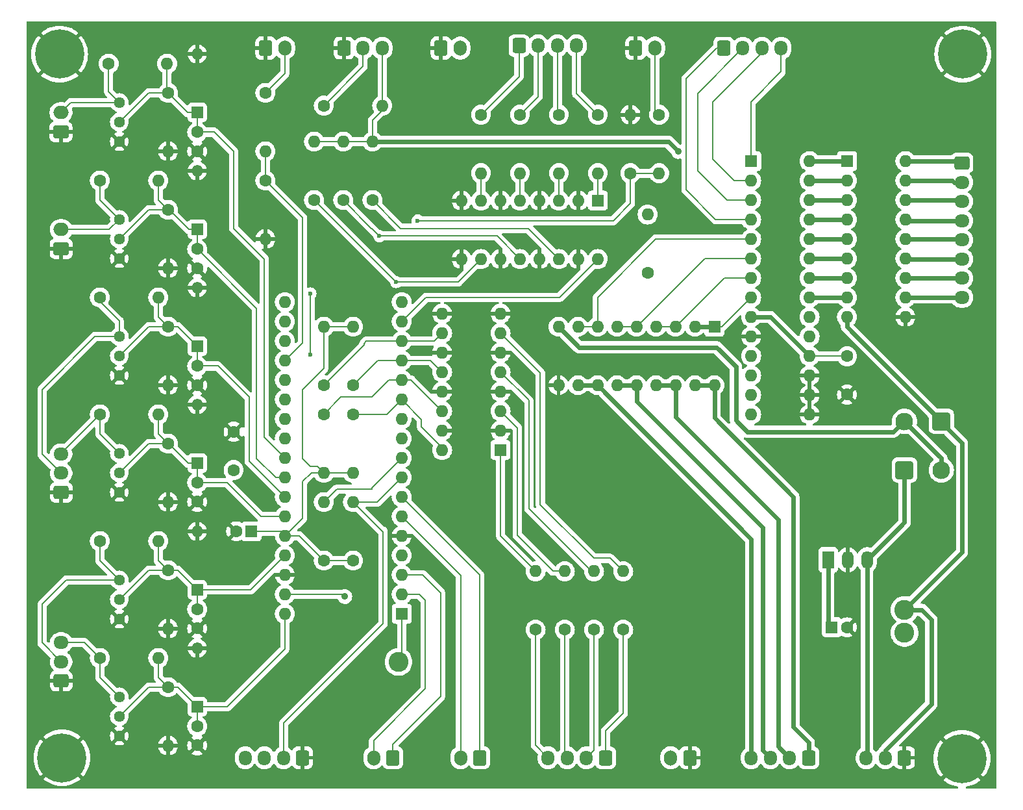
<source format=gbr>
%TF.GenerationSoftware,KiCad,Pcbnew,8.0.8-8.0.8-0~ubuntu24.04.1*%
%TF.CreationDate,2025-02-11T18:51:58+00:00*%
%TF.ProjectId,kicad-all-band-amp,6b696361-642d-4616-9c6c-2d62616e642d,rev?*%
%TF.SameCoordinates,Original*%
%TF.FileFunction,Copper,L1,Top*%
%TF.FilePolarity,Positive*%
%FSLAX46Y46*%
G04 Gerber Fmt 4.6, Leading zero omitted, Abs format (unit mm)*
G04 Created by KiCad (PCBNEW 8.0.8-8.0.8-0~ubuntu24.04.1) date 2025-02-11 18:51:58*
%MOMM*%
%LPD*%
G01*
G04 APERTURE LIST*
G04 Aperture macros list*
%AMRoundRect*
0 Rectangle with rounded corners*
0 $1 Rounding radius*
0 $2 $3 $4 $5 $6 $7 $8 $9 X,Y pos of 4 corners*
0 Add a 4 corners polygon primitive as box body*
4,1,4,$2,$3,$4,$5,$6,$7,$8,$9,$2,$3,0*
0 Add four circle primitives for the rounded corners*
1,1,$1+$1,$2,$3*
1,1,$1+$1,$4,$5*
1,1,$1+$1,$6,$7*
1,1,$1+$1,$8,$9*
0 Add four rect primitives between the rounded corners*
20,1,$1+$1,$2,$3,$4,$5,0*
20,1,$1+$1,$4,$5,$6,$7,0*
20,1,$1+$1,$6,$7,$8,$9,0*
20,1,$1+$1,$8,$9,$2,$3,0*%
G04 Aperture macros list end*
%TA.AperFunction,ComponentPad*%
%ADD10R,1.600000X1.600000*%
%TD*%
%TA.AperFunction,ComponentPad*%
%ADD11O,1.600000X1.600000*%
%TD*%
%TA.AperFunction,ComponentPad*%
%ADD12C,1.440000*%
%TD*%
%TA.AperFunction,ComponentPad*%
%ADD13R,1.500000X1.500000*%
%TD*%
%TA.AperFunction,ComponentPad*%
%ADD14O,1.500000X1.500000*%
%TD*%
%TA.AperFunction,ComponentPad*%
%ADD15C,1.600000*%
%TD*%
%TA.AperFunction,ComponentPad*%
%ADD16RoundRect,0.250000X-0.600000X-0.725000X0.600000X-0.725000X0.600000X0.725000X-0.600000X0.725000X0*%
%TD*%
%TA.AperFunction,ComponentPad*%
%ADD17O,1.700000X1.950000*%
%TD*%
%TA.AperFunction,ComponentPad*%
%ADD18RoundRect,0.250000X0.750000X-0.600000X0.750000X0.600000X-0.750000X0.600000X-0.750000X-0.600000X0*%
%TD*%
%TA.AperFunction,ComponentPad*%
%ADD19O,2.000000X1.700000*%
%TD*%
%TA.AperFunction,ComponentPad*%
%ADD20RoundRect,0.250000X0.600000X0.750000X-0.600000X0.750000X-0.600000X-0.750000X0.600000X-0.750000X0*%
%TD*%
%TA.AperFunction,ComponentPad*%
%ADD21O,1.700000X2.000000*%
%TD*%
%TA.AperFunction,ComponentPad*%
%ADD22RoundRect,0.250000X0.725000X-0.600000X0.725000X0.600000X-0.725000X0.600000X-0.725000X-0.600000X0*%
%TD*%
%TA.AperFunction,ComponentPad*%
%ADD23O,1.950000X1.700000*%
%TD*%
%TA.AperFunction,ComponentPad*%
%ADD24RoundRect,0.250000X-0.600000X-0.750000X0.600000X-0.750000X0.600000X0.750000X-0.600000X0.750000X0*%
%TD*%
%TA.AperFunction,ComponentPad*%
%ADD25C,0.800000*%
%TD*%
%TA.AperFunction,ComponentPad*%
%ADD26C,6.400000*%
%TD*%
%TA.AperFunction,ComponentPad*%
%ADD27R,1.500000X2.300000*%
%TD*%
%TA.AperFunction,ComponentPad*%
%ADD28O,1.500000X2.300000*%
%TD*%
%TA.AperFunction,ComponentPad*%
%ADD29RoundRect,0.250000X0.600000X0.725000X-0.600000X0.725000X-0.600000X-0.725000X0.600000X-0.725000X0*%
%TD*%
%TA.AperFunction,ComponentPad*%
%ADD30C,2.600000*%
%TD*%
%TA.AperFunction,ComponentPad*%
%ADD31RoundRect,0.250000X-0.725000X0.600000X-0.725000X-0.600000X0.725000X-0.600000X0.725000X0.600000X0*%
%TD*%
%TA.AperFunction,ComponentPad*%
%ADD32RoundRect,0.250001X-0.899999X-0.899999X0.899999X-0.899999X0.899999X0.899999X-0.899999X0.899999X0*%
%TD*%
%TA.AperFunction,ComponentPad*%
%ADD33C,2.300000*%
%TD*%
%TA.AperFunction,ComponentPad*%
%ADD34RoundRect,0.250001X0.899999X0.899999X-0.899999X0.899999X-0.899999X-0.899999X0.899999X-0.899999X0*%
%TD*%
%TA.AperFunction,ViaPad*%
%ADD35C,0.900000*%
%TD*%
%TA.AperFunction,ViaPad*%
%ADD36C,0.600000*%
%TD*%
%TA.AperFunction,Conductor*%
%ADD37C,0.600000*%
%TD*%
%TA.AperFunction,Conductor*%
%ADD38C,0.200000*%
%TD*%
G04 APERTURE END LIST*
D10*
%TO.P,U5,1,IN1*%
%TO.N,Net-(U2-GPB7)*%
X162700000Y-83820000D03*
D11*
%TO.P,U5,2,IN2*%
X160160000Y-83820000D03*
%TO.P,U5,3,IN3*%
%TO.N,Net-(U2-GPB6)*%
X157620000Y-83820000D03*
%TO.P,U5,4,IN4*%
X155080000Y-83820000D03*
%TO.P,U5,5,IN5*%
%TO.N,Net-(U2-GPB5)*%
X152540000Y-83820000D03*
%TO.P,U5,6,IN6*%
X150000000Y-83820000D03*
%TO.P,U5,7,IN7*%
%TO.N,Net-(U2-GPB4)*%
X147460000Y-83820000D03*
%TO.P,U5,8,IN8*%
X144920000Y-83820000D03*
%TO.P,U5,9,VS*%
%TO.N,VPP*%
X142380000Y-83820000D03*
%TO.P,U5,10,GND*%
%TO.N,GND*%
X142380000Y-91440000D03*
%TO.P,U5,11,OUT8*%
%TO.N,Net-(J13-Pin_4)*%
X144920000Y-91440000D03*
%TO.P,U5,12,OUT7*%
X147460000Y-91440000D03*
%TO.P,U5,13,OUT6*%
%TO.N,Net-(J13-Pin_3)*%
X150000000Y-91440000D03*
%TO.P,U5,14,OUT5*%
X152540000Y-91440000D03*
%TO.P,U5,15,OUT4*%
%TO.N,Net-(J13-Pin_2)*%
X155080000Y-91440000D03*
%TO.P,U5,16,OUT3*%
X157620000Y-91440000D03*
%TO.P,U5,17,OUT2*%
%TO.N,Net-(J13-Pin_1)*%
X160160000Y-91440000D03*
%TO.P,U5,18,OUT1*%
X162700000Y-91440000D03*
%TD*%
D12*
%TO.P,RV6,1,1*%
%TO.N,/RF_LEVEL*%
X85090000Y-54610000D03*
%TO.P,RV6,2,2*%
%TO.N,/A4*%
X85090000Y-57150000D03*
%TO.P,RV6,3,3*%
%TO.N,GND*%
X85090000Y-59690000D03*
%TD*%
D13*
%TO.P,D6,1,K*%
%TO.N,/A4*%
X95250000Y-55885000D03*
D14*
%TO.P,D6,2,A*%
%TO.N,GND*%
X95250000Y-48265000D03*
%TD*%
D15*
%TO.P,R16,1*%
%TO.N,Net-(J7-Pin_4)*%
X147500000Y-56190000D03*
D11*
%TO.P,R16,2*%
%TO.N,Net-(R16-Pad2)*%
X147500000Y-63810000D03*
%TD*%
D16*
%TO.P,J6,1,Pin_1*%
%TO.N,GND*%
X114380000Y-47500000D03*
D17*
%TO.P,J6,2,Pin_2*%
%TO.N,/A2*%
X116880000Y-47500000D03*
%TO.P,J6,3,Pin_3*%
%TO.N,+5V*%
X119380000Y-47500000D03*
%TD*%
D15*
%TO.P,C6,1*%
%TO.N,/A4*%
X95250000Y-58460000D03*
%TO.P,C6,2*%
%TO.N,GND*%
X95250000Y-60960000D03*
%TD*%
%TO.P,R5,1*%
%TO.N,/currrent*%
X82550000Y-64770000D03*
D11*
%TO.P,R5,2*%
%TO.N,/A5*%
X90170000Y-64770000D03*
%TD*%
D15*
%TO.P,C9,1*%
%TO.N,+5V*%
X100000000Y-102500000D03*
%TO.P,C9,2*%
%TO.N,GND*%
X100000000Y-97500000D03*
%TD*%
D13*
%TO.P,D2,1,K*%
%TO.N,/A6*%
X95250000Y-86360000D03*
D14*
%TO.P,D2,2,A*%
%TO.N,GND*%
X95250000Y-78740000D03*
%TD*%
D18*
%TO.P,J4,1,Pin_1*%
%TO.N,GND*%
X77470000Y-58420000D03*
D19*
%TO.P,J4,2,Pin_2*%
%TO.N,/RF_LEVEL*%
X77470000Y-55920000D03*
%TD*%
D20*
%TO.P,J14,1,Pin_1*%
%TO.N,Net-(A1-RXD2)*%
X132100000Y-140000000D03*
D21*
%TO.P,J14,2,Pin_2*%
%TO.N,Net-(A1-TXD2)*%
X129600000Y-140000000D03*
%TD*%
D15*
%TO.P,R8,1*%
%TO.N,/A26*%
X91440000Y-115570000D03*
D11*
%TO.P,R8,2*%
%TO.N,GND*%
X91440000Y-123190000D03*
%TD*%
D22*
%TO.P,J2,1,Pin_1*%
%TO.N,GND*%
X77500000Y-105410000D03*
D23*
%TO.P,J2,2,Pin_2*%
%TO.N,/REV2*%
X77500000Y-102910000D03*
%TO.P,J2,3,Pin_3*%
%TO.N,/FWD2*%
X77500000Y-100410000D03*
%TD*%
D15*
%TO.P,C3,1*%
%TO.N,/A5*%
X95250000Y-73700000D03*
%TO.P,C3,2*%
%TO.N,GND*%
X95250000Y-76200000D03*
%TD*%
D24*
%TO.P,J17,1,Pin_1*%
%TO.N,GND*%
X127040000Y-47500000D03*
D21*
%TO.P,J17,2,Pin_2*%
%TO.N,/PWM*%
X129540000Y-47500000D03*
%TD*%
D25*
%TO.P,H1,1,1*%
%TO.N,GND*%
X192600000Y-140100000D03*
X193302944Y-138402944D03*
X193302944Y-141797056D03*
X195000000Y-137700000D03*
D26*
X195000000Y-140100000D03*
D25*
X195000000Y-142500000D03*
X196697056Y-138402944D03*
X196697056Y-141797056D03*
X197400000Y-140100000D03*
%TD*%
D13*
%TO.P,D1,1,K*%
%TO.N,/A7*%
X95250000Y-101605000D03*
D14*
%TO.P,D1,2,A*%
%TO.N,GND*%
X95250000Y-93985000D03*
%TD*%
D16*
%TO.P,J7,1,Pin_1*%
%TO.N,Net-(J7-Pin_1)*%
X137220000Y-47200000D03*
D17*
%TO.P,J7,2,Pin_2*%
%TO.N,Net-(J7-Pin_2)*%
X139720000Y-47200000D03*
%TO.P,J7,3,Pin_3*%
%TO.N,Net-(J7-Pin_3)*%
X142220000Y-47200000D03*
%TO.P,J7,4,Pin_4*%
%TO.N,Net-(J7-Pin_4)*%
X144720000Y-47200000D03*
%TD*%
D27*
%TO.P,U6,1,IN*%
%TO.N,VD*%
X177553000Y-114207500D03*
D28*
%TO.P,U6,2,GND*%
%TO.N,GND*%
X180093000Y-114207500D03*
%TO.P,U6,3,OUT*%
%TO.N,+5F*%
X182633000Y-114207500D03*
%TD*%
D15*
%TO.P,R30,1*%
%TO.N,/D8*%
X115570000Y-95250000D03*
D11*
%TO.P,R30,2*%
%TO.N,+5V*%
X115570000Y-102870000D03*
%TD*%
D10*
%TO.P,U4,1,IN1*%
%TO.N,Net-(U2-GPA7)*%
X180000000Y-62230000D03*
D11*
%TO.P,U4,2,IN2*%
%TO.N,Net-(U2-GPA6)*%
X180000000Y-64770000D03*
%TO.P,U4,3,IN3*%
%TO.N,Net-(U2-GPA5)*%
X180000000Y-67310000D03*
%TO.P,U4,4,IN4*%
%TO.N,Net-(U2-GPA4)*%
X180000000Y-69850000D03*
%TO.P,U4,5,IN5*%
%TO.N,Net-(U2-GPA3)*%
X180000000Y-72390000D03*
%TO.P,U4,6,IN6*%
%TO.N,Net-(U2-GPA2)*%
X180000000Y-74930000D03*
%TO.P,U4,7,IN7*%
%TO.N,Net-(U2-GPA1)*%
X180000000Y-77470000D03*
%TO.P,U4,8,IN8*%
%TO.N,Net-(U2-GPA0)*%
X180000000Y-80010000D03*
%TO.P,U4,9,VS*%
%TO.N,VCC*%
X180000000Y-82550000D03*
%TO.P,U4,10,GND*%
%TO.N,GND*%
X187620000Y-82550000D03*
%TO.P,U4,11,OUT8*%
%TO.N,Net-(J11-Pin_8)*%
X187620000Y-80010000D03*
%TO.P,U4,12,OUT7*%
%TO.N,Net-(J11-Pin_7)*%
X187620000Y-77470000D03*
%TO.P,U4,13,OUT6*%
%TO.N,Net-(J11-Pin_6)*%
X187620000Y-74930000D03*
%TO.P,U4,14,OUT5*%
%TO.N,Net-(J11-Pin_5)*%
X187620000Y-72390000D03*
%TO.P,U4,15,OUT4*%
%TO.N,Net-(J11-Pin_4)*%
X187620000Y-69850000D03*
%TO.P,U4,16,OUT3*%
%TO.N,Net-(J11-Pin_3)*%
X187620000Y-67310000D03*
%TO.P,U4,17,OUT2*%
%TO.N,Net-(J11-Pin_2)*%
X187620000Y-64770000D03*
%TO.P,U4,18,OUT1*%
%TO.N,Net-(J11-Pin_1)*%
X187620000Y-62230000D03*
%TD*%
D15*
%TO.P,R19,1*%
%TO.N,Net-(J7-Pin_1)*%
X132260000Y-56190000D03*
D11*
%TO.P,R19,2*%
%TO.N,Net-(R19-Pad2)*%
X132260000Y-63810000D03*
%TD*%
D13*
%TO.P,D3,1,K*%
%TO.N,/A5*%
X95250000Y-71120000D03*
D14*
%TO.P,D3,2,A*%
%TO.N,GND*%
X95250000Y-63500000D03*
%TD*%
D29*
%TO.P,J19,1,Pin_1*%
%TO.N,GND*%
X187500000Y-140000000D03*
D17*
%TO.P,J19,2,Pin_2*%
%TO.N,VCC*%
X185000000Y-140000000D03*
%TO.P,J19,3,Pin_3*%
%TO.N,+5F*%
X182500000Y-140000000D03*
%TD*%
D15*
%TO.P,R20,1*%
%TO.N,/D12*%
X154000000Y-76810000D03*
D11*
%TO.P,R20,2*%
%TO.N,+5V*%
X154000000Y-69190000D03*
%TD*%
D29*
%TO.P,J13,1,Pin_1*%
%TO.N,Net-(J13-Pin_1)*%
X175000000Y-140000000D03*
D17*
%TO.P,J13,2,Pin_2*%
%TO.N,Net-(J13-Pin_2)*%
X172500000Y-140000000D03*
%TO.P,J13,3,Pin_3*%
%TO.N,Net-(J13-Pin_3)*%
X170000000Y-140000000D03*
%TO.P,J13,4,Pin_4*%
%TO.N,Net-(J13-Pin_4)*%
X167500000Y-140000000D03*
%TD*%
D29*
%TO.P,J9,1,Pin_1*%
%TO.N,GND*%
X109000000Y-140000000D03*
D17*
%TO.P,J9,2,Pin_2*%
%TO.N,/SDA*%
X106500000Y-140000000D03*
%TO.P,J9,3,Pin_3*%
%TO.N,/SCL*%
X104000000Y-140000000D03*
%TO.P,J9,4,Pin_4*%
%TO.N,+5V*%
X101500000Y-140000000D03*
%TD*%
D30*
%TO.P,J18,1,Pin_1*%
%TO.N,Net-(A1-UDPI)*%
X121500000Y-127500000D03*
%TD*%
D15*
%TO.P,R31,1*%
%TO.N,/D9*%
X111760000Y-95250000D03*
D11*
%TO.P,R31,2*%
%TO.N,+5V*%
X111760000Y-102870000D03*
%TD*%
D15*
%TO.P,R14,1*%
%TO.N,/A11*%
X104140000Y-64770000D03*
D11*
%TO.P,R14,2*%
%TO.N,GND*%
X104140000Y-72390000D03*
%TD*%
D15*
%TO.P,R11,1*%
%TO.N,/RF_LEVEL*%
X83690000Y-49530000D03*
D11*
%TO.P,R11,2*%
%TO.N,/A4*%
X91310000Y-49530000D03*
%TD*%
D15*
%TO.P,R21,1*%
%TO.N,/D23*%
X118110000Y-67310000D03*
D11*
%TO.P,R21,2*%
%TO.N,+5V*%
X118110000Y-59690000D03*
%TD*%
D15*
%TO.P,R10,1*%
%TO.N,/A24*%
X91440000Y-130810000D03*
D11*
%TO.P,R10,2*%
%TO.N,GND*%
X91440000Y-138430000D03*
%TD*%
D15*
%TO.P,R28,1*%
%TO.N,Net-(J10-Pin_2)*%
X147000000Y-123310000D03*
D11*
%TO.P,R28,2*%
%TO.N,Net-(R28-Pad2)*%
X147000000Y-115690000D03*
%TD*%
D24*
%TO.P,J16,1,Pin_1*%
%TO.N,GND*%
X152440000Y-47500000D03*
D21*
%TO.P,J16,2,Pin_2*%
%TO.N,Net-(J16-Pin_2)*%
X154940000Y-47500000D03*
%TD*%
D15*
%TO.P,R15,1*%
%TO.N,/A2*%
X111760000Y-55000000D03*
D11*
%TO.P,R15,2*%
%TO.N,+5V*%
X119380000Y-55000000D03*
%TD*%
D20*
%TO.P,J8,1,Pin_1*%
%TO.N,GND*%
X159500000Y-140000000D03*
D21*
%TO.P,J8,2,Pin_2*%
%TO.N,VCC*%
X157000000Y-140000000D03*
%TD*%
D13*
%TO.P,D4,1,K*%
%TO.N,/A26*%
X95250000Y-118115000D03*
D14*
%TO.P,D4,2,A*%
%TO.N,GND*%
X95250000Y-110495000D03*
%TD*%
D15*
%TO.P,C4,1*%
%TO.N,/A26*%
X95250000Y-120650000D03*
%TO.P,C4,2*%
%TO.N,GND*%
X95250000Y-123150000D03*
%TD*%
D12*
%TO.P,RV3,1,1*%
%TO.N,/currrent*%
X85090000Y-69850000D03*
%TO.P,RV3,2,2*%
%TO.N,/A5*%
X85090000Y-72390000D03*
%TO.P,RV3,3,3*%
%TO.N,GND*%
X85090000Y-74930000D03*
%TD*%
D31*
%TO.P,J11,1,Pin_1*%
%TO.N,Net-(J11-Pin_1)*%
X195000000Y-62500000D03*
D23*
%TO.P,J11,2,Pin_2*%
%TO.N,Net-(J11-Pin_2)*%
X195000000Y-65000000D03*
%TO.P,J11,3,Pin_3*%
%TO.N,Net-(J11-Pin_3)*%
X195000000Y-67500000D03*
%TO.P,J11,4,Pin_4*%
%TO.N,Net-(J11-Pin_4)*%
X195000000Y-70000000D03*
%TO.P,J11,5,Pin_5*%
%TO.N,Net-(J11-Pin_5)*%
X195000000Y-72500000D03*
%TO.P,J11,6,Pin_6*%
%TO.N,Net-(J11-Pin_6)*%
X195000000Y-75000000D03*
%TO.P,J11,7,Pin_7*%
%TO.N,Net-(J11-Pin_7)*%
X195000000Y-77500000D03*
%TO.P,J11,8,Pin_8*%
%TO.N,Net-(J11-Pin_8)*%
X195000000Y-80000000D03*
%TD*%
D10*
%TO.P,U1,1*%
%TO.N,Net-(R16-Pad2)*%
X147500000Y-67380000D03*
D11*
%TO.P,U1,2*%
%TO.N,GND*%
X144960000Y-67380000D03*
%TO.P,U1,3*%
%TO.N,Net-(R17-Pad2)*%
X142420000Y-67380000D03*
%TO.P,U1,4*%
%TO.N,GND*%
X139880000Y-67380000D03*
%TO.P,U1,5*%
%TO.N,Net-(R18-Pad2)*%
X137340000Y-67380000D03*
%TO.P,U1,6*%
%TO.N,GND*%
X134800000Y-67380000D03*
%TO.P,U1,7*%
%TO.N,Net-(R19-Pad2)*%
X132260000Y-67380000D03*
%TO.P,U1,8*%
%TO.N,GND*%
X129720000Y-67380000D03*
%TO.P,U1,9*%
X129720000Y-75000000D03*
%TO.P,U1,10*%
%TO.N,/D15*%
X132260000Y-75000000D03*
%TO.P,U1,11*%
%TO.N,GND*%
X134800000Y-75000000D03*
%TO.P,U1,12*%
%TO.N,/D14*%
X137340000Y-75000000D03*
%TO.P,U1,13*%
%TO.N,GND*%
X139880000Y-75000000D03*
%TO.P,U1,14*%
%TO.N,/D23*%
X142420000Y-75000000D03*
%TO.P,U1,15*%
%TO.N,GND*%
X144960000Y-75000000D03*
%TO.P,U1,16*%
%TO.N,/D12*%
X147500000Y-75000000D03*
%TD*%
D15*
%TO.P,R13,1*%
%TO.N,/50V_IN*%
X104140000Y-53340000D03*
D11*
%TO.P,R13,2*%
%TO.N,/A11*%
X104140000Y-60960000D03*
%TD*%
D15*
%TO.P,R4,1*%
%TO.N,/A6*%
X91440000Y-83820000D03*
D11*
%TO.P,R4,2*%
%TO.N,GND*%
X91440000Y-91440000D03*
%TD*%
D15*
%TO.P,R26,1*%
%TO.N,Net-(J10-Pin_4)*%
X139380000Y-123310000D03*
D11*
%TO.P,R26,2*%
%TO.N,Net-(R26-Pad2)*%
X139380000Y-115690000D03*
%TD*%
D12*
%TO.P,RV2,1,1*%
%TO.N,/REV2*%
X85090000Y-85090000D03*
%TO.P,RV2,2,2*%
%TO.N,/A6*%
X85090000Y-87630000D03*
%TO.P,RV2,3,3*%
%TO.N,GND*%
X85090000Y-90170000D03*
%TD*%
D15*
%TO.P,C5,1*%
%TO.N,/A24*%
X95250000Y-135890000D03*
%TO.P,C5,2*%
%TO.N,GND*%
X95250000Y-138390000D03*
%TD*%
D20*
%TO.P,J15,1,Pin_1*%
%TO.N,Net-(A1-RXD0)*%
X120750000Y-140000000D03*
D21*
%TO.P,J15,2,Pin_2*%
%TO.N,Net-(A1-TXD0)*%
X118250000Y-140000000D03*
%TD*%
D25*
%TO.P,H2,1,1*%
%TO.N,GND*%
X75200000Y-140000000D03*
X75902944Y-138302944D03*
X75902944Y-141697056D03*
X77600000Y-137600000D03*
D26*
X77600000Y-140000000D03*
D25*
X77600000Y-142400000D03*
X79297056Y-138302944D03*
X79297056Y-141697056D03*
X80000000Y-140000000D03*
%TD*%
D15*
%TO.P,R3,1*%
%TO.N,/REV2*%
X82550000Y-80010000D03*
D11*
%TO.P,R3,2*%
%TO.N,/A6*%
X90170000Y-80010000D03*
%TD*%
D16*
%TO.P,J12,1,Pin_1*%
%TO.N,Net-(J12-Pin_1)*%
X163910000Y-47500000D03*
D17*
%TO.P,J12,2,Pin_2*%
%TO.N,Net-(J12-Pin_2)*%
X166410000Y-47500000D03*
%TO.P,J12,3,Pin_3*%
%TO.N,Net-(J12-Pin_3)*%
X168910000Y-47500000D03*
%TO.P,J12,4,Pin_4*%
%TO.N,Net-(J12-Pin_4)*%
X171410000Y-47500000D03*
%TD*%
D15*
%TO.P,C1,1*%
%TO.N,/A7*%
X95250000Y-104140000D03*
%TO.P,C1,2*%
%TO.N,GND*%
X95250000Y-106640000D03*
%TD*%
D24*
%TO.P,J5,1,Pin_1*%
%TO.N,GND*%
X104180000Y-47500000D03*
D21*
%TO.P,J5,2,Pin_2*%
%TO.N,/50V_IN*%
X106680000Y-47500000D03*
%TD*%
D25*
%TO.P,H3,1,1*%
%TO.N,GND*%
X192700000Y-48302944D03*
X193402944Y-46605888D03*
X193402944Y-50000000D03*
X195100000Y-45902944D03*
D26*
X195100000Y-48302944D03*
D25*
X195100000Y-50702944D03*
X196797056Y-46605888D03*
X196797056Y-50000000D03*
X197500000Y-48302944D03*
%TD*%
D15*
%TO.P,R22,1*%
%TO.N,/D14*%
X114300000Y-67310000D03*
D11*
%TO.P,R22,2*%
%TO.N,+5V*%
X114300000Y-59690000D03*
%TD*%
D15*
%TO.P,R2,1*%
%TO.N,/A7*%
X91440000Y-99060000D03*
D11*
%TO.P,R2,2*%
%TO.N,GND*%
X91440000Y-106680000D03*
%TD*%
D15*
%TO.P,R34,1*%
%TO.N,Net-(J16-Pin_2)*%
X155500000Y-56190000D03*
D11*
%TO.P,R34,2*%
%TO.N,/D13*%
X155500000Y-63810000D03*
%TD*%
%TO.P,R33,2*%
%TO.N,+5V*%
X111760000Y-83820000D03*
D15*
%TO.P,R33,1*%
%TO.N,/D11*%
X111760000Y-91440000D03*
%TD*%
%TO.P,R6,1*%
%TO.N,/A5*%
X91440000Y-68580000D03*
D11*
%TO.P,R6,2*%
%TO.N,GND*%
X91440000Y-76200000D03*
%TD*%
D15*
%TO.P,R18,1*%
%TO.N,Net-(J7-Pin_2)*%
X137340000Y-56190000D03*
D11*
%TO.P,R18,2*%
%TO.N,Net-(R18-Pad2)*%
X137340000Y-63810000D03*
%TD*%
D12*
%TO.P,RV4,1,1*%
%TO.N,/REV1*%
X85090000Y-116840000D03*
%TO.P,RV4,2,2*%
%TO.N,/A26*%
X85090000Y-119380000D03*
%TO.P,RV4,3,3*%
%TO.N,GND*%
X85090000Y-121920000D03*
%TD*%
D15*
%TO.P,R23,1*%
%TO.N,/D15*%
X110490000Y-67310000D03*
D11*
%TO.P,R23,2*%
%TO.N,+5V*%
X110490000Y-59690000D03*
%TD*%
D15*
%TO.P,R1,1*%
%TO.N,/FWD2*%
X82550000Y-95250000D03*
D11*
%TO.P,R1,2*%
%TO.N,/A7*%
X90170000Y-95250000D03*
%TD*%
D15*
%TO.P,R12,1*%
%TO.N,/A4*%
X91440000Y-53340000D03*
D11*
%TO.P,R12,2*%
%TO.N,GND*%
X91440000Y-60960000D03*
%TD*%
D22*
%TO.P,J1,1,Pin_1*%
%TO.N,GND*%
X77500000Y-130000000D03*
D23*
%TO.P,J1,2,Pin_2*%
%TO.N,/REV1*%
X77500000Y-127500000D03*
%TO.P,J1,3,Pin_3*%
%TO.N,/FWD1*%
X77500000Y-125000000D03*
%TD*%
D13*
%TO.P,D5,1,K*%
%TO.N,/A24*%
X95250000Y-133350000D03*
D14*
%TO.P,D5,2,A*%
%TO.N,GND*%
X95250000Y-125730000D03*
%TD*%
D15*
%TO.P,R27,1*%
%TO.N,Net-(J10-Pin_3)*%
X143190000Y-123310000D03*
D11*
%TO.P,R27,2*%
%TO.N,Net-(R27-Pad2)*%
X143190000Y-115690000D03*
%TD*%
D15*
%TO.P,R9,1*%
%TO.N,/FWD1*%
X82550000Y-127000000D03*
D11*
%TO.P,R9,2*%
%TO.N,/A24*%
X90170000Y-127000000D03*
%TD*%
D10*
%TO.P,U3,1*%
%TO.N,Net-(R26-Pad2)*%
X134810000Y-99890000D03*
D11*
%TO.P,U3,2*%
%TO.N,GND*%
X134810000Y-97350000D03*
%TO.P,U3,3*%
%TO.N,Net-(R27-Pad2)*%
X134810000Y-94810000D03*
%TO.P,U3,4*%
%TO.N,GND*%
X134810000Y-92270000D03*
%TO.P,U3,5*%
%TO.N,Net-(R28-Pad2)*%
X134810000Y-89730000D03*
%TO.P,U3,6*%
%TO.N,GND*%
X134810000Y-87190000D03*
%TO.P,U3,7*%
%TO.N,Net-(R29-Pad2)*%
X134810000Y-84650000D03*
%TO.P,U3,8*%
%TO.N,GND*%
X134810000Y-82110000D03*
%TO.P,U3,9*%
X127190000Y-82110000D03*
%TO.P,U3,10*%
%TO.N,/D11*%
X127190000Y-84650000D03*
%TO.P,U3,11*%
%TO.N,GND*%
X127190000Y-87190000D03*
%TO.P,U3,12*%
%TO.N,/D10*%
X127190000Y-89730000D03*
%TO.P,U3,13*%
%TO.N,GND*%
X127190000Y-92270000D03*
%TO.P,U3,14*%
%TO.N,/D9*%
X127190000Y-94810000D03*
%TO.P,U3,15*%
%TO.N,GND*%
X127190000Y-97350000D03*
%TO.P,U3,16*%
%TO.N,/D8*%
X127190000Y-99890000D03*
%TD*%
D15*
%TO.P,R29,1*%
%TO.N,Net-(J10-Pin_1)*%
X150810000Y-123310000D03*
D11*
%TO.P,R29,2*%
%TO.N,Net-(R29-Pad2)*%
X150810000Y-115690000D03*
%TD*%
D10*
%TO.P,A1,1,UDPI*%
%TO.N,Net-(A1-UDPI)*%
X121920000Y-121250000D03*
D11*
%TO.P,A1,2,TXD0*%
%TO.N,Net-(A1-TXD0)*%
X121920000Y-118710000D03*
%TO.P,A1,3,RXD0*%
%TO.N,Net-(A1-RXD0)*%
X121920000Y-116170000D03*
%TO.P,A1,4,RST_D26*%
%TO.N,unconnected-(A1-RST_D26-Pad4)*%
X121920000Y-113630000D03*
%TO.P,A1,5,GND*%
%TO.N,GND*%
X121920000Y-111090000D03*
%TO.P,A1,6,TXD2*%
%TO.N,Net-(A1-TXD2)*%
X121920000Y-108550000D03*
%TO.P,A1,7,RXD2*%
%TO.N,Net-(A1-RXD2)*%
X121920000Y-106010000D03*
%TO.P,A1,8,SDA_D4*%
%TO.N,/SDA*%
X121920000Y-103470000D03*
%TO.P,A1,9,SCL_D5*%
%TO.N,/SCL*%
X121920000Y-100930000D03*
%TO.P,A1,10,D6*%
%TO.N,/D6*%
X121920000Y-98390000D03*
%TO.P,A1,11,D7*%
%TO.N,/D7*%
X121920000Y-95850000D03*
%TO.P,A1,12,D8*%
%TO.N,/D8*%
X121920000Y-93310000D03*
%TO.P,A1,13,D9*%
%TO.N,/D9*%
X121920000Y-90770000D03*
%TO.P,A1,14,D10*%
%TO.N,/D10*%
X121920000Y-88230000D03*
%TO.P,A1,15,D11*%
%TO.N,/D11*%
X121920000Y-85690000D03*
%TO.P,A1,16,SCK*%
%TO.N,/D12*%
X121920000Y-83150000D03*
%TO.P,A1,17,D22/A8*%
%TO.N,/PWM*%
X121920000Y-80610000D03*
%TO.P,A1,18,24/A10*%
%TO.N,/A24*%
X106680000Y-121250000D03*
%TO.P,A1,19,VIN*%
%TO.N,VCC*%
X106680000Y-118710000D03*
%TO.P,A1,20,GND*%
%TO.N,GND*%
X106680000Y-116170000D03*
%TO.P,A1,21,A26*%
%TO.N,/A26*%
X106680000Y-113630000D03*
%TO.P,A1,22,+5V*%
%TO.N,+5V*%
X106680000Y-111090000D03*
%TO.P,A1,23,D21/A7*%
%TO.N,/A7*%
X106680000Y-108550000D03*
%TO.P,A1,24,D20/A6*%
%TO.N,/A6*%
X106680000Y-106010000D03*
%TO.P,A1,25,D19/A5*%
%TO.N,/A5*%
X106680000Y-103470000D03*
%TO.P,A1,26,D18/A4*%
%TO.N,/A4*%
X106680000Y-100930000D03*
%TO.P,A1,27,D17/A3*%
%TO.N,unconnected-(A1-D17{slash}A3-Pad27)*%
X106680000Y-98390000D03*
%TO.P,A1,28,D16/A2*%
%TO.N,/A2*%
X106680000Y-95850000D03*
%TO.P,A1,29,D15/A1*%
%TO.N,/D15*%
X106680000Y-93310000D03*
%TO.P,A1,30,D14/A0*%
%TO.N,/D14*%
X106680000Y-90770000D03*
%TO.P,A1,31,D25/A11*%
%TO.N,/A11*%
X106680000Y-88230000D03*
%TO.P,A1,32,+3.3v*%
%TO.N,unconnected-(A1-+3.3v-Pad32)*%
X106680000Y-85690000D03*
%TO.P,A1,33,D13*%
%TO.N,/D13*%
X106680000Y-83150000D03*
%TO.P,A1,34,D23/A9*%
%TO.N,/D23*%
X106680000Y-80610000D03*
%TD*%
D15*
%TO.P,R24,1*%
%TO.N,+5V*%
X115570000Y-114300000D03*
D11*
%TO.P,R24,2*%
%TO.N,/SDA*%
X115570000Y-106680000D03*
%TD*%
D15*
%TO.P,R7,1*%
%TO.N,/REV1*%
X82550000Y-111760000D03*
D11*
%TO.P,R7,2*%
%TO.N,/A26*%
X90170000Y-111760000D03*
%TD*%
D18*
%TO.P,J3,1,Pin_1*%
%TO.N,GND*%
X77500000Y-73660000D03*
D19*
%TO.P,J3,2,Pin_2*%
%TO.N,/currrent*%
X77500000Y-71160000D03*
%TD*%
D29*
%TO.P,J10,1,Pin_1*%
%TO.N,Net-(J10-Pin_1)*%
X148500000Y-140000000D03*
D17*
%TO.P,J10,2,Pin_2*%
%TO.N,Net-(J10-Pin_2)*%
X146000000Y-140000000D03*
%TO.P,J10,3,Pin_3*%
%TO.N,Net-(J10-Pin_3)*%
X143500000Y-140000000D03*
%TO.P,J10,4,Pin_4*%
%TO.N,Net-(J10-Pin_4)*%
X141000000Y-140000000D03*
%TD*%
D15*
%TO.P,R35,1*%
%TO.N,/D13*%
X151750000Y-63810000D03*
D11*
%TO.P,R35,2*%
%TO.N,GND*%
X151750000Y-56190000D03*
%TD*%
D15*
%TO.P,R32,1*%
%TO.N,/D10*%
X115570000Y-91440000D03*
D11*
%TO.P,R32,2*%
%TO.N,+5V*%
X115570000Y-83820000D03*
%TD*%
D15*
%TO.P,C8,1*%
%TO.N,GND*%
X180000000Y-92670000D03*
%TO.P,C8,2*%
%TO.N,+5V*%
X180000000Y-87670000D03*
%TD*%
D32*
%TO.P,JP2,1,A*%
%TO.N,+5F*%
X187500000Y-102500000D03*
D33*
%TO.P,JP2,2,B*%
%TO.N,VPP*%
X192300000Y-102500000D03*
%TD*%
D34*
%TO.P,JP1,1,A*%
%TO.N,VCC*%
X192300000Y-96150000D03*
D33*
%TO.P,JP1,2,B*%
%TO.N,VPP*%
X187500000Y-96150000D03*
%TD*%
D10*
%TO.P,C10,1*%
%TO.N,VD*%
X178000000Y-123000000D03*
D15*
%TO.P,C10,2*%
%TO.N,GND*%
X180000000Y-123000000D03*
%TD*%
%TO.P,C2,1*%
%TO.N,/A6*%
X95250000Y-88940000D03*
%TO.P,C2,2*%
%TO.N,GND*%
X95250000Y-91440000D03*
%TD*%
D10*
%TO.P,C7,1*%
%TO.N,+5V*%
X102330000Y-110490000D03*
D15*
%TO.P,C7,2*%
%TO.N,GND*%
X100330000Y-110490000D03*
%TD*%
D30*
%TO.P,L1,1,1*%
%TO.N,VD*%
X187500000Y-123722500D03*
%TO.P,L1,2,2*%
%TO.N,VCC*%
X187500000Y-120722500D03*
%TD*%
D12*
%TO.P,RV1,1,1*%
%TO.N,/FWD2*%
X85090000Y-100330000D03*
%TO.P,RV1,2,2*%
%TO.N,/A7*%
X85090000Y-102870000D03*
%TO.P,RV1,3,3*%
%TO.N,GND*%
X85090000Y-105410000D03*
%TD*%
D15*
%TO.P,R17,1*%
%TO.N,Net-(J7-Pin_3)*%
X142420000Y-56190000D03*
D11*
%TO.P,R17,2*%
%TO.N,Net-(R17-Pad2)*%
X142420000Y-63810000D03*
%TD*%
D15*
%TO.P,R25,1*%
%TO.N,+5V*%
X111760000Y-114300000D03*
D11*
%TO.P,R25,2*%
%TO.N,/SCL*%
X111760000Y-106680000D03*
%TD*%
D25*
%TO.P,H4,1,1*%
%TO.N,GND*%
X74897056Y-48302944D03*
X75600000Y-46605888D03*
X75600000Y-50000000D03*
X77297056Y-45902944D03*
D26*
X77297056Y-48302944D03*
D25*
X77297056Y-50702944D03*
X78994112Y-46605888D03*
X78994112Y-50000000D03*
X79697056Y-48302944D03*
%TD*%
D12*
%TO.P,RV5,1,1*%
%TO.N,/FWD1*%
X85090000Y-132080000D03*
%TO.P,RV5,2,2*%
%TO.N,/A24*%
X85090000Y-134620000D03*
%TO.P,RV5,3,3*%
%TO.N,GND*%
X85090000Y-137160000D03*
%TD*%
D10*
%TO.P,U2,1,GPB0*%
%TO.N,Net-(J12-Pin_4)*%
X167500000Y-62230000D03*
D11*
%TO.P,U2,2,GPB1*%
%TO.N,Net-(J12-Pin_3)*%
X167500000Y-64770000D03*
%TO.P,U2,3,GPB2*%
%TO.N,Net-(J12-Pin_2)*%
X167500000Y-67310000D03*
%TO.P,U2,4,GPB3*%
%TO.N,Net-(J12-Pin_1)*%
X167500000Y-69850000D03*
%TO.P,U2,5,GPB4*%
%TO.N,Net-(U2-GPB4)*%
X167500000Y-72390000D03*
%TO.P,U2,6,GPB5*%
%TO.N,Net-(U2-GPB5)*%
X167500000Y-74930000D03*
%TO.P,U2,7,GPB6*%
%TO.N,Net-(U2-GPB6)*%
X167500000Y-77470000D03*
%TO.P,U2,8,GPB7*%
%TO.N,Net-(U2-GPB7)*%
X167500000Y-80010000D03*
%TO.P,U2,9,VDD*%
%TO.N,+5V*%
X167500000Y-82550000D03*
%TO.P,U2,10,VSS*%
%TO.N,GND*%
X167500000Y-85090000D03*
%TO.P,U2,11,NC*%
%TO.N,unconnected-(U2-NC-Pad11)*%
X167500000Y-87630000D03*
%TO.P,U2,12,SCK*%
%TO.N,/SCL*%
X167500000Y-90170000D03*
%TO.P,U2,13,SDA*%
%TO.N,/SDA*%
X167500000Y-92710000D03*
%TO.P,U2,14,NC*%
%TO.N,unconnected-(U2-NC-Pad14)*%
X167500000Y-95250000D03*
%TO.P,U2,15,A0*%
%TO.N,GND*%
X175120000Y-95250000D03*
%TO.P,U2,16,A1*%
X175120000Y-92710000D03*
%TO.P,U2,17,A2*%
X175120000Y-90170000D03*
%TO.P,U2,18,~{RESET}*%
%TO.N,+5V*%
X175120000Y-87630000D03*
%TO.P,U2,19,INTB*%
%TO.N,/D6*%
X175120000Y-85090000D03*
%TO.P,U2,20,INTA*%
%TO.N,unconnected-(U2-INTA-Pad20)*%
X175120000Y-82550000D03*
%TO.P,U2,21,GPA0*%
%TO.N,Net-(U2-GPA0)*%
X175120000Y-80010000D03*
%TO.P,U2,22,GPA1*%
%TO.N,Net-(U2-GPA1)*%
X175120000Y-77470000D03*
%TO.P,U2,23,GPA2*%
%TO.N,Net-(U2-GPA2)*%
X175120000Y-74930000D03*
%TO.P,U2,24,GPA3*%
%TO.N,Net-(U2-GPA3)*%
X175120000Y-72390000D03*
%TO.P,U2,25,GPA4*%
%TO.N,Net-(U2-GPA4)*%
X175120000Y-69850000D03*
%TO.P,U2,26,GPA5*%
%TO.N,Net-(U2-GPA5)*%
X175120000Y-67310000D03*
%TO.P,U2,27,GPA6*%
%TO.N,Net-(U2-GPA6)*%
X175120000Y-64770000D03*
%TO.P,U2,28,GPA7*%
%TO.N,Net-(U2-GPA7)*%
X175120000Y-62230000D03*
%TD*%
D35*
%TO.N,GND*%
X129500000Y-97500000D03*
X124500000Y-98500000D03*
X165000000Y-84500000D03*
X124500000Y-90000000D03*
X124500000Y-87000000D03*
X124500000Y-83000000D03*
X137500000Y-90000000D03*
X137500000Y-72500000D03*
X136000000Y-108000000D03*
%TO.N,VCC*%
X114500000Y-119000000D03*
%TO.N,+5V*%
X158000000Y-61000000D03*
D36*
%TO.N,/D13*%
X124000000Y-70000000D03*
%TO.N,/D14*%
X109975000Y-87475000D03*
X110000000Y-79500000D03*
%TO.N,/D15*%
X121180000Y-78000000D03*
%TO.N,/D14*%
X119000000Y-72000000D03*
%TD*%
D37*
%TO.N,Net-(U2-GPB7)*%
X160160000Y-83820000D02*
X162700000Y-83820000D01*
D38*
%TO.N,Net-(U2-GPB4)*%
X147460000Y-83820000D02*
X144920000Y-83820000D01*
%TO.N,Net-(U2-GPB5)*%
X152540000Y-83820000D02*
X150000000Y-83820000D01*
%TO.N,Net-(U2-GPB6)*%
X157620000Y-83820000D02*
X155080000Y-83820000D01*
D37*
%TO.N,Net-(J13-Pin_4)*%
X147460000Y-91440000D02*
X144920000Y-91440000D01*
%TO.N,Net-(J13-Pin_3)*%
X152540000Y-91440000D02*
X150000000Y-91440000D01*
%TO.N,Net-(J13-Pin_2)*%
X157620000Y-91440000D02*
X155080000Y-91440000D01*
%TO.N,Net-(J13-Pin_1)*%
X162700000Y-91440000D02*
X160160000Y-91440000D01*
%TO.N,+5V*%
X118110000Y-59690000D02*
X156690000Y-59690000D01*
X156690000Y-59690000D02*
X158000000Y-61000000D01*
D38*
%TO.N,Net-(U2-GPB4)*%
X167500000Y-72390000D02*
X155054365Y-72390000D01*
X155054365Y-72390000D02*
X147460000Y-79984365D01*
X147460000Y-79984365D02*
X147460000Y-83820000D01*
%TO.N,/D12*%
X121920000Y-83150000D02*
X125070000Y-80000000D01*
X125070000Y-80000000D02*
X142500000Y-80000000D01*
X142500000Y-80000000D02*
X147500000Y-75000000D01*
%TO.N,/D13*%
X151750000Y-63810000D02*
X155500000Y-63810000D01*
D37*
%TO.N,VPP*%
X187500000Y-96150000D02*
X187350000Y-96150000D01*
X163000000Y-86500000D02*
X145060000Y-86500000D01*
X145060000Y-86500000D02*
X142380000Y-83820000D01*
X187350000Y-96150000D02*
X186000000Y-97500000D01*
X165500000Y-89000000D02*
X163000000Y-86500000D01*
X186000000Y-97500000D02*
X167000000Y-97500000D01*
X167000000Y-97500000D02*
X165500000Y-96000000D01*
X165500000Y-96000000D02*
X165500000Y-89000000D01*
D38*
%TO.N,Net-(A1-UDPI)*%
X121920000Y-121250000D02*
X121920000Y-127080000D01*
X121920000Y-127080000D02*
X121500000Y-127500000D01*
%TO.N,VCC*%
X114210000Y-118710000D02*
X114500000Y-119000000D01*
X106680000Y-118710000D02*
X114210000Y-118710000D01*
%TO.N,Net-(J10-Pin_4)*%
X139380000Y-123310000D02*
X139380000Y-138380000D01*
X139380000Y-138380000D02*
X141000000Y-140000000D01*
%TO.N,Net-(J10-Pin_3)*%
X143190000Y-123310000D02*
X143190000Y-139690000D01*
X143190000Y-139690000D02*
X143500000Y-140000000D01*
%TO.N,Net-(J10-Pin_2)*%
X147000000Y-123310000D02*
X147000000Y-139000000D01*
X147000000Y-139000000D02*
X146000000Y-140000000D01*
%TO.N,Net-(J10-Pin_1)*%
X150810000Y-134190000D02*
X148500000Y-136500000D01*
X150810000Y-123310000D02*
X150810000Y-134190000D01*
X148500000Y-136500000D02*
X148500000Y-140000000D01*
%TO.N,Net-(R29-Pad2)*%
X134810000Y-84650000D02*
X140000000Y-89840000D01*
X140000000Y-89840000D02*
X140000000Y-107000000D01*
X140000000Y-107000000D02*
X147000000Y-114000000D01*
X147000000Y-114000000D02*
X149120000Y-114000000D01*
X149120000Y-114000000D02*
X150810000Y-115690000D01*
%TO.N,Net-(R28-Pad2)*%
X134810000Y-89730000D02*
X138500000Y-93420000D01*
X138500000Y-93420000D02*
X138500000Y-107500000D01*
X138500000Y-107500000D02*
X146690000Y-115690000D01*
X146690000Y-115690000D02*
X147000000Y-115690000D01*
%TO.N,Net-(R27-Pad2)*%
X137000000Y-97000000D02*
X137000000Y-111000000D01*
X134810000Y-94810000D02*
X137000000Y-97000000D01*
X137000000Y-111000000D02*
X141690000Y-115690000D01*
X141690000Y-115690000D02*
X143190000Y-115690000D01*
%TO.N,Net-(R26-Pad2)*%
X134810000Y-99890000D02*
X134810000Y-111120000D01*
X134810000Y-111120000D02*
X139380000Y-115690000D01*
D37*
%TO.N,+5V*%
X167500000Y-82550000D02*
X170040000Y-82550000D01*
X170040000Y-82550000D02*
X175120000Y-87630000D01*
D38*
%TO.N,/D13*%
X124000000Y-70000000D02*
X149500000Y-70000000D01*
X149500000Y-70000000D02*
X151750000Y-67750000D01*
X151750000Y-67750000D02*
X151750000Y-63810000D01*
%TO.N,/D23*%
X142420000Y-75000000D02*
X138420000Y-71000000D01*
X138420000Y-71000000D02*
X121800000Y-71000000D01*
X121800000Y-71000000D02*
X118110000Y-67310000D01*
%TO.N,/D14*%
X110000000Y-79500000D02*
X110000000Y-87450000D01*
X110000000Y-87450000D02*
X109975000Y-87475000D01*
%TO.N,+5V*%
X180000000Y-87670000D02*
X175160000Y-87670000D01*
X175160000Y-87670000D02*
X175120000Y-87630000D01*
%TO.N,/D14*%
X137340000Y-75000000D02*
X134340000Y-72000000D01*
X134340000Y-72000000D02*
X119000000Y-72000000D01*
X119000000Y-72000000D02*
X118000000Y-71000000D01*
X118000000Y-71000000D02*
X117990000Y-71000000D01*
X117990000Y-71000000D02*
X114300000Y-67310000D01*
%TO.N,/D15*%
X110490000Y-67310000D02*
X121180000Y-78000000D01*
X121180000Y-78000000D02*
X129260000Y-78000000D01*
X129260000Y-78000000D02*
X132260000Y-75000000D01*
%TO.N,/SDA*%
X115570000Y-106680000D02*
X119390000Y-110500000D01*
X119390000Y-110500000D02*
X119500000Y-110500000D01*
X119500000Y-110500000D02*
X119500000Y-122500000D01*
X119500000Y-122500000D02*
X106500000Y-135500000D01*
X106500000Y-135500000D02*
X106500000Y-140000000D01*
%TO.N,Net-(A1-TXD0)*%
X125000000Y-131000000D02*
X125000000Y-119500000D01*
X118250000Y-140000000D02*
X118250000Y-137750000D01*
X118250000Y-137750000D02*
X125000000Y-131000000D01*
X125000000Y-119500000D02*
X124210000Y-118710000D01*
X124210000Y-118710000D02*
X121920000Y-118710000D01*
%TO.N,Net-(A1-RXD0)*%
X127000000Y-118500000D02*
X127000000Y-132000000D01*
X121920000Y-116170000D02*
X124670000Y-116170000D01*
X124670000Y-116170000D02*
X127000000Y-118500000D01*
X127000000Y-132000000D02*
X120750000Y-138250000D01*
X120750000Y-138250000D02*
X120750000Y-140000000D01*
%TO.N,Net-(A1-RXD2)*%
X121920000Y-106010000D02*
X132100000Y-116190000D01*
X132100000Y-116190000D02*
X132100000Y-140000000D01*
%TO.N,Net-(A1-TXD2)*%
X121920000Y-108550000D02*
X129600000Y-116230000D01*
X129600000Y-116230000D02*
X129600000Y-140000000D01*
%TO.N,Net-(R19-Pad2)*%
X132260000Y-63810000D02*
X132260000Y-67380000D01*
%TO.N,Net-(R18-Pad2)*%
X137340000Y-63810000D02*
X137340000Y-67380000D01*
%TO.N,Net-(R17-Pad2)*%
X142420000Y-63810000D02*
X142420000Y-67380000D01*
%TO.N,Net-(R16-Pad2)*%
X147500000Y-63810000D02*
X147500000Y-67380000D01*
%TO.N,Net-(J12-Pin_4)*%
X171410000Y-50590000D02*
X167500000Y-54500000D01*
X171410000Y-47500000D02*
X171410000Y-50590000D01*
X167500000Y-54500000D02*
X167500000Y-62230000D01*
%TO.N,Net-(J12-Pin_3)*%
X168910000Y-47500000D02*
X168910000Y-48090000D01*
X168910000Y-48090000D02*
X162500000Y-54500000D01*
X162500000Y-54500000D02*
X162500000Y-62000000D01*
X162500000Y-62000000D02*
X165270000Y-64770000D01*
X165270000Y-64770000D02*
X167500000Y-64770000D01*
%TO.N,Net-(J12-Pin_2)*%
X167500000Y-67310000D02*
X164310000Y-67310000D01*
X164310000Y-67310000D02*
X160500000Y-63500000D01*
X160500000Y-63500000D02*
X160500000Y-53410000D01*
X160500000Y-53410000D02*
X166410000Y-47500000D01*
%TO.N,Net-(J12-Pin_1)*%
X159000000Y-51500000D02*
X159000000Y-66000000D01*
X163910000Y-47500000D02*
X163000000Y-47500000D01*
X163000000Y-47500000D02*
X159000000Y-51500000D01*
X162850000Y-69850000D02*
X167500000Y-69850000D01*
X159000000Y-66000000D02*
X162850000Y-69850000D01*
%TO.N,Net-(J16-Pin_2)*%
X154940000Y-47500000D02*
X154940000Y-55630000D01*
X154940000Y-55630000D02*
X155500000Y-56190000D01*
%TO.N,Net-(J7-Pin_4)*%
X144720000Y-47200000D02*
X144720000Y-53410000D01*
X144720000Y-53410000D02*
X147500000Y-56190000D01*
%TO.N,Net-(J7-Pin_3)*%
X142220000Y-47200000D02*
X142220000Y-55990000D01*
X142220000Y-55990000D02*
X142420000Y-56190000D01*
%TO.N,Net-(J7-Pin_2)*%
X139720000Y-47200000D02*
X139720000Y-53810000D01*
X139720000Y-53810000D02*
X137340000Y-56190000D01*
%TO.N,Net-(J7-Pin_1)*%
X137220000Y-47200000D02*
X137220000Y-51230000D01*
X137220000Y-51230000D02*
X132260000Y-56190000D01*
%TO.N,Net-(U2-GPB5)*%
X167500000Y-74930000D02*
X161430000Y-74930000D01*
X161430000Y-74930000D02*
X152540000Y-83820000D01*
%TO.N,Net-(U2-GPB6)*%
X167500000Y-77470000D02*
X163970000Y-77470000D01*
X163970000Y-77470000D02*
X157620000Y-83820000D01*
%TO.N,Net-(U2-GPB7)*%
X162700000Y-83820000D02*
X163690000Y-83820000D01*
X163690000Y-83820000D02*
X167500000Y-80010000D01*
%TO.N,/D8*%
X121920000Y-93310000D02*
X124500000Y-95890000D01*
X124500000Y-95890000D02*
X124500000Y-96874365D01*
X124500000Y-96874365D02*
X127190000Y-99564365D01*
X127190000Y-99564365D02*
X127190000Y-99890000D01*
%TO.N,/D9*%
X121920000Y-90770000D02*
X123150000Y-90770000D01*
X123150000Y-90770000D02*
X127190000Y-94810000D01*
%TO.N,/D10*%
X121920000Y-88230000D02*
X125690000Y-88230000D01*
X125690000Y-88230000D02*
X127190000Y-89730000D01*
%TO.N,/D11*%
X121920000Y-85690000D02*
X126150000Y-85690000D01*
X126150000Y-85690000D02*
X127190000Y-84650000D01*
%TO.N,+5V*%
X111760000Y-83820000D02*
X111760000Y-89240000D01*
X111760000Y-89240000D02*
X109000000Y-92000000D01*
X109000000Y-92000000D02*
X109000000Y-101000000D01*
X109000000Y-101000000D02*
X110000000Y-102000000D01*
X110000000Y-102000000D02*
X110890000Y-102000000D01*
X110890000Y-102000000D02*
X111760000Y-102870000D01*
D37*
%TO.N,Net-(J13-Pin_4)*%
X167500000Y-140000000D02*
X167500000Y-111480000D01*
X167500000Y-111480000D02*
X147460000Y-91440000D01*
%TO.N,Net-(J13-Pin_3)*%
X152540000Y-91440000D02*
X152540000Y-93540000D01*
X152540000Y-93540000D02*
X169000000Y-110000000D01*
X169000000Y-110000000D02*
X169000000Y-139000000D01*
X169000000Y-139000000D02*
X170000000Y-140000000D01*
%TO.N,Net-(J13-Pin_2)*%
X157620000Y-91440000D02*
X157620000Y-95620000D01*
X157620000Y-95620000D02*
X171000000Y-109000000D01*
X171000000Y-109000000D02*
X171000000Y-138500000D01*
X171000000Y-138500000D02*
X172500000Y-140000000D01*
%TO.N,Net-(J13-Pin_1)*%
X162700000Y-91440000D02*
X162700000Y-95700000D01*
X162700000Y-95700000D02*
X173000000Y-106000000D01*
X173000000Y-106000000D02*
X173000000Y-136000000D01*
X173000000Y-136000000D02*
X175000000Y-138000000D01*
X175000000Y-138000000D02*
X175000000Y-140000000D01*
D38*
%TO.N,/A11*%
X109000000Y-85910000D02*
X106680000Y-88230000D01*
X109000000Y-69630000D02*
X109000000Y-85910000D01*
X104140000Y-64770000D02*
X109000000Y-69630000D01*
X104140000Y-60960000D02*
X104140000Y-64770000D01*
%TO.N,+5V*%
X106680000Y-111090000D02*
X109000000Y-108770000D01*
X110130000Y-102870000D02*
X111760000Y-102870000D01*
X109000000Y-104000000D02*
X110130000Y-102870000D01*
X119380000Y-55000000D02*
X119380000Y-55620000D01*
X115570000Y-83820000D02*
X111760000Y-83820000D01*
X110490000Y-59690000D02*
X114300000Y-59690000D01*
X109000000Y-108770000D02*
X109000000Y-104000000D01*
X106080000Y-110490000D02*
X106680000Y-111090000D01*
X118110000Y-56890000D02*
X118110000Y-59690000D01*
X106680000Y-111090000D02*
X108550000Y-111090000D01*
X119380000Y-55620000D02*
X118110000Y-56890000D01*
X111760000Y-114300000D02*
X115570000Y-114300000D01*
X114300000Y-59690000D02*
X118110000Y-59690000D01*
X119380000Y-47500000D02*
X119380000Y-55000000D01*
X108550000Y-111090000D02*
X111760000Y-114300000D01*
X111760000Y-102870000D02*
X115570000Y-102870000D01*
X102330000Y-110490000D02*
X106080000Y-110490000D01*
%TO.N,/A24*%
X99150000Y-133350000D02*
X95250000Y-133350000D01*
X92710000Y-130810000D02*
X95250000Y-133350000D01*
X90170000Y-127000000D02*
X90170000Y-129540000D01*
X106680000Y-121250000D02*
X106680000Y-125820000D01*
X91440000Y-130810000D02*
X88900000Y-130810000D01*
X106680000Y-125820000D02*
X99150000Y-133350000D01*
X91440000Y-130810000D02*
X92710000Y-130810000D01*
X88900000Y-130810000D02*
X85090000Y-134620000D01*
X90170000Y-129540000D02*
X91440000Y-130810000D01*
X95250000Y-135890000D02*
X95250000Y-133350000D01*
%TO.N,/A5*%
X88900000Y-68580000D02*
X85090000Y-72390000D01*
X94120000Y-71120000D02*
X95250000Y-71120000D01*
X91580000Y-68580000D02*
X94120000Y-71120000D01*
X103000000Y-101000000D02*
X105470000Y-103470000D01*
X103000000Y-81450000D02*
X103000000Y-101000000D01*
X91440000Y-68580000D02*
X88900000Y-68580000D01*
X95250000Y-73700000D02*
X95250000Y-71120000D01*
X90170000Y-64770000D02*
X90170000Y-67310000D01*
X91440000Y-68580000D02*
X91580000Y-68580000D01*
X105470000Y-103470000D02*
X106680000Y-103470000D01*
X90170000Y-67310000D02*
X91440000Y-68580000D01*
X95250000Y-73700000D02*
X103000000Y-81450000D01*
%TO.N,/SDA*%
X115570000Y-106680000D02*
X118710000Y-106680000D01*
X118710000Y-106680000D02*
X121920000Y-103470000D01*
%TO.N,/A6*%
X91440000Y-83820000D02*
X88900000Y-83820000D01*
X95250000Y-86360000D02*
X95250000Y-88940000D01*
X90170000Y-82550000D02*
X91440000Y-83820000D01*
X92710000Y-83820000D02*
X95250000Y-86360000D01*
X102000000Y-101330000D02*
X106680000Y-106010000D01*
X88900000Y-83820000D02*
X85090000Y-87630000D01*
X97940000Y-88940000D02*
X102000000Y-93000000D01*
X90170000Y-80010000D02*
X90170000Y-82550000D01*
X91440000Y-83820000D02*
X92710000Y-83820000D01*
X102000000Y-93000000D02*
X102000000Y-101330000D01*
X95250000Y-88940000D02*
X97940000Y-88940000D01*
%TO.N,/A26*%
X91440000Y-115570000D02*
X88900000Y-115570000D01*
X88900000Y-115570000D02*
X85090000Y-119380000D01*
X95250000Y-118115000D02*
X95250000Y-120650000D01*
X95250000Y-118115000D02*
X102195000Y-118115000D01*
X92705000Y-115570000D02*
X95250000Y-118115000D01*
X91440000Y-115570000D02*
X92705000Y-115570000D01*
X102195000Y-118115000D02*
X106680000Y-113630000D01*
X90170000Y-114300000D02*
X91440000Y-115570000D01*
X90170000Y-111760000D02*
X90170000Y-114300000D01*
%TO.N,/A7*%
X99140000Y-104140000D02*
X103550000Y-108550000D01*
X94105000Y-101605000D02*
X95250000Y-101605000D01*
X90170000Y-97790000D02*
X91440000Y-99060000D01*
X91560000Y-99060000D02*
X94105000Y-101605000D01*
X95250000Y-104140000D02*
X99140000Y-104140000D01*
X95250000Y-101605000D02*
X95250000Y-104140000D01*
X90170000Y-95250000D02*
X90170000Y-97790000D01*
X103550000Y-108550000D02*
X106680000Y-108550000D01*
X91440000Y-99060000D02*
X91560000Y-99060000D01*
X91440000Y-99060000D02*
X88900000Y-99060000D01*
X88900000Y-99060000D02*
X85090000Y-102870000D01*
%TO.N,/D9*%
X120230000Y-90770000D02*
X121920000Y-90770000D01*
X111760000Y-95250000D02*
X114010000Y-93000000D01*
X118000000Y-93000000D02*
X120230000Y-90770000D01*
X114010000Y-93000000D02*
X118000000Y-93000000D01*
%TO.N,/A2*%
X116880000Y-49880000D02*
X111760000Y-55000000D01*
X116880000Y-47500000D02*
X116880000Y-49880000D01*
D37*
%TO.N,VCC*%
X195000000Y-99000000D02*
X192300000Y-96300000D01*
X185000000Y-139000000D02*
X185000000Y-140000000D01*
X191000000Y-122000000D02*
X191000000Y-133000000D01*
X189722500Y-120722500D02*
X191000000Y-122000000D01*
X191000000Y-133000000D02*
X185000000Y-139000000D01*
X187500000Y-120722500D02*
X189722500Y-120722500D01*
X180000000Y-82550000D02*
X180000000Y-83850000D01*
X180000000Y-83850000D02*
X192300000Y-96150000D01*
X187500000Y-120722500D02*
X191111250Y-117111250D01*
X192300000Y-96300000D02*
X192300000Y-96150000D01*
X191111250Y-117111250D02*
X195000000Y-113222500D01*
X195000000Y-113222500D02*
X195000000Y-99000000D01*
D38*
%TO.N,/D10*%
X121920000Y-88230000D02*
X118780000Y-88230000D01*
X118780000Y-88230000D02*
X115570000Y-91440000D01*
%TO.N,/A4*%
X93985000Y-55885000D02*
X91440000Y-53340000D01*
X91440000Y-53340000D02*
X88900000Y-53340000D01*
X100000000Y-71000000D02*
X100000000Y-61000000D01*
X106680000Y-100930000D02*
X104000000Y-98250000D01*
X91310000Y-49530000D02*
X91310000Y-53210000D01*
X104000000Y-75000000D02*
X100000000Y-71000000D01*
X95250000Y-58460000D02*
X95250000Y-55885000D01*
X95250000Y-55885000D02*
X93985000Y-55885000D01*
X100000000Y-61000000D02*
X97460000Y-58460000D01*
X88900000Y-53340000D02*
X85090000Y-57150000D01*
X104000000Y-98250000D02*
X104000000Y-75000000D01*
X91310000Y-53210000D02*
X91440000Y-53340000D01*
X97460000Y-58460000D02*
X95250000Y-58460000D01*
%TO.N,/D8*%
X119980000Y-95250000D02*
X121920000Y-93310000D01*
X115570000Y-95250000D02*
X119980000Y-95250000D01*
X126590000Y-99890000D02*
X127190000Y-99890000D01*
%TO.N,/D11*%
X117000000Y-86000000D02*
X117310000Y-85690000D01*
X117310000Y-85690000D02*
X121920000Y-85690000D01*
X111760000Y-91440000D02*
X117000000Y-86200000D01*
X117000000Y-86200000D02*
X117000000Y-86000000D01*
%TO.N,/SCL*%
X118000000Y-104850000D02*
X121920000Y-100930000D01*
X111760000Y-106680000D02*
X113440000Y-105000000D01*
X113440000Y-105000000D02*
X118000000Y-105000000D01*
X118000000Y-105000000D02*
X118000000Y-104850000D01*
D37*
%TO.N,VD*%
X177553000Y-114207500D02*
X177553000Y-122553000D01*
X177553000Y-122553000D02*
X178000000Y-123000000D01*
D38*
%TO.N,/REV1*%
X77500000Y-127500000D02*
X75000000Y-125000000D01*
X82550000Y-111760000D02*
X82550000Y-114300000D01*
X82550000Y-114300000D02*
X85090000Y-116840000D01*
X75000000Y-125000000D02*
X75000000Y-120000000D01*
X75000000Y-120000000D02*
X78160000Y-116840000D01*
X78160000Y-116840000D02*
X85090000Y-116840000D01*
%TO.N,/FWD1*%
X77500000Y-125000000D02*
X80550000Y-125000000D01*
X82550000Y-127000000D02*
X82550000Y-129540000D01*
X80550000Y-125000000D02*
X82550000Y-127000000D01*
X82550000Y-129540000D02*
X85090000Y-132080000D01*
%TO.N,/FWD2*%
X82550000Y-97790000D02*
X85090000Y-100330000D01*
X77500000Y-100300000D02*
X82550000Y-95250000D01*
X82550000Y-95250000D02*
X82550000Y-97790000D01*
X77500000Y-100410000D02*
X77500000Y-100300000D01*
%TO.N,/REV2*%
X82550000Y-80010000D02*
X82550000Y-80550000D01*
X75000000Y-100410000D02*
X75000000Y-92000000D01*
X81910000Y-85090000D02*
X85090000Y-85090000D01*
X77500000Y-102910000D02*
X75000000Y-100410000D01*
X82550000Y-80550000D02*
X85090000Y-83090000D01*
X85090000Y-83090000D02*
X85090000Y-85090000D01*
X75000000Y-92000000D02*
X81910000Y-85090000D01*
%TO.N,/currrent*%
X82550000Y-64770000D02*
X82550000Y-67310000D01*
X77500000Y-71160000D02*
X83780000Y-71160000D01*
X83780000Y-71160000D02*
X85090000Y-69850000D01*
X82550000Y-67310000D02*
X85090000Y-69850000D01*
%TO.N,/RF_LEVEL*%
X83690000Y-53210000D02*
X85090000Y-54610000D01*
X85090000Y-54610000D02*
X78780000Y-54610000D01*
X78780000Y-54610000D02*
X77470000Y-55920000D01*
X83690000Y-49530000D02*
X83690000Y-53210000D01*
%TO.N,/50V_IN*%
X106680000Y-47500000D02*
X106680000Y-50800000D01*
X106680000Y-50800000D02*
X104140000Y-53340000D01*
D37*
%TO.N,Net-(J11-Pin_4)*%
X187770000Y-70000000D02*
X187620000Y-69850000D01*
X195000000Y-70000000D02*
X187770000Y-70000000D01*
%TO.N,Net-(J11-Pin_2)*%
X195000000Y-65000000D02*
X194000000Y-65000000D01*
X194000000Y-65000000D02*
X193770000Y-64770000D01*
X193770000Y-64770000D02*
X187620000Y-64770000D01*
%TO.N,Net-(J11-Pin_6)*%
X187690000Y-75000000D02*
X187620000Y-74930000D01*
X195000000Y-75000000D02*
X187690000Y-75000000D01*
%TO.N,Net-(J11-Pin_5)*%
X187620000Y-72390000D02*
X194890000Y-72390000D01*
X194890000Y-72390000D02*
X195000000Y-72500000D01*
%TO.N,Net-(J11-Pin_7)*%
X194970000Y-77470000D02*
X195000000Y-77500000D01*
X187620000Y-77470000D02*
X194970000Y-77470000D01*
%TO.N,Net-(J11-Pin_1)*%
X187620000Y-62230000D02*
X194730000Y-62230000D01*
X194730000Y-62230000D02*
X195000000Y-62500000D01*
%TO.N,Net-(J11-Pin_3)*%
X187620000Y-67310000D02*
X194810000Y-67310000D01*
X194810000Y-67310000D02*
X195000000Y-67500000D01*
%TO.N,Net-(J11-Pin_8)*%
X195000000Y-80000000D02*
X187630000Y-80000000D01*
X187630000Y-80000000D02*
X187620000Y-80010000D01*
%TO.N,+5F*%
X187500000Y-102500000D02*
X187500000Y-109340500D01*
X182633000Y-114207500D02*
X182633000Y-139867000D01*
X187500000Y-109340500D02*
X182633000Y-114207500D01*
X182633000Y-139867000D02*
X182500000Y-140000000D01*
%TO.N,VPP*%
X192300000Y-100950000D02*
X192300000Y-102500000D01*
X187500000Y-96150000D02*
X192300000Y-100950000D01*
%TO.N,Net-(U2-GPA5)*%
X180000000Y-67310000D02*
X175120000Y-67310000D01*
%TO.N,Net-(U2-GPA6)*%
X180000000Y-64770000D02*
X175120000Y-64770000D01*
%TO.N,Net-(U2-GPA3)*%
X180000000Y-72390000D02*
X175120000Y-72390000D01*
%TO.N,Net-(U2-GPA0)*%
X180000000Y-80010000D02*
X175120000Y-80010000D01*
%TO.N,Net-(U2-GPA2)*%
X180000000Y-74930000D02*
X175120000Y-74930000D01*
%TO.N,Net-(U2-GPA7)*%
X180000000Y-62230000D02*
X175120000Y-62230000D01*
%TO.N,Net-(U2-GPA4)*%
X180000000Y-69850000D02*
X175120000Y-69850000D01*
%TO.N,Net-(U2-GPA1)*%
X180000000Y-77470000D02*
X175120000Y-77470000D01*
%TD*%
%TA.AperFunction,Conductor*%
%TO.N,GND*%
G36*
X105361871Y-115899875D02*
G01*
X105389090Y-115920000D01*
X106364314Y-115920000D01*
X106359920Y-115924394D01*
X106307259Y-116015606D01*
X106280000Y-116117339D01*
X106280000Y-116222661D01*
X106307259Y-116324394D01*
X106359920Y-116415606D01*
X106364314Y-116420000D01*
X105401128Y-116420000D01*
X105453730Y-116616317D01*
X105453734Y-116616326D01*
X105549865Y-116822482D01*
X105680342Y-117008820D01*
X105841179Y-117169657D01*
X106027518Y-117300134D01*
X106027520Y-117300135D01*
X106085865Y-117327342D01*
X106138305Y-117373514D01*
X106157457Y-117440707D01*
X106137242Y-117507589D01*
X106085867Y-117552105D01*
X106027268Y-117579431D01*
X106027264Y-117579433D01*
X105840858Y-117709954D01*
X105679954Y-117870858D01*
X105549432Y-118057265D01*
X105549431Y-118057267D01*
X105453261Y-118263502D01*
X105453258Y-118263511D01*
X105394366Y-118483302D01*
X105394364Y-118483313D01*
X105374532Y-118709998D01*
X105374532Y-118710001D01*
X105394364Y-118936686D01*
X105394366Y-118936697D01*
X105453258Y-119156488D01*
X105453261Y-119156497D01*
X105549431Y-119362732D01*
X105549432Y-119362734D01*
X105679954Y-119549141D01*
X105840858Y-119710045D01*
X105880914Y-119738092D01*
X106027266Y-119840568D01*
X106050384Y-119851348D01*
X106085275Y-119867618D01*
X106137714Y-119913791D01*
X106156866Y-119980984D01*
X106136650Y-120047865D01*
X106085275Y-120092381D01*
X106085118Y-120092455D01*
X106027267Y-120119431D01*
X106027265Y-120119432D01*
X105840858Y-120249954D01*
X105679954Y-120410858D01*
X105549432Y-120597265D01*
X105549431Y-120597267D01*
X105453261Y-120803502D01*
X105453258Y-120803511D01*
X105394366Y-121023302D01*
X105394364Y-121023313D01*
X105374532Y-121249998D01*
X105374532Y-121250001D01*
X105394364Y-121476686D01*
X105394366Y-121476697D01*
X105453258Y-121696488D01*
X105453261Y-121696497D01*
X105549431Y-121902732D01*
X105549432Y-121902734D01*
X105679954Y-122089141D01*
X105840858Y-122250045D01*
X105845608Y-122253371D01*
X106026624Y-122380118D01*
X106070248Y-122434693D01*
X106079500Y-122481692D01*
X106079500Y-125519903D01*
X106059815Y-125586942D01*
X106043181Y-125607584D01*
X98937584Y-132713181D01*
X98876261Y-132746666D01*
X98849903Y-132749500D01*
X96624499Y-132749500D01*
X96557460Y-132729815D01*
X96511705Y-132677011D01*
X96500499Y-132625500D01*
X96500499Y-132552129D01*
X96500498Y-132552123D01*
X96494091Y-132492516D01*
X96443797Y-132357671D01*
X96443793Y-132357664D01*
X96357547Y-132242455D01*
X96357544Y-132242452D01*
X96242335Y-132156206D01*
X96242328Y-132156202D01*
X96107482Y-132105908D01*
X96107483Y-132105908D01*
X96047883Y-132099501D01*
X96047881Y-132099500D01*
X96047873Y-132099500D01*
X96047865Y-132099500D01*
X94900097Y-132099500D01*
X94833058Y-132079815D01*
X94812416Y-132063181D01*
X93197590Y-130448355D01*
X93197588Y-130448352D01*
X93078717Y-130329481D01*
X93078716Y-130329480D01*
X92991904Y-130279360D01*
X92991904Y-130279359D01*
X92991900Y-130279358D01*
X92941785Y-130250423D01*
X92789057Y-130209499D01*
X92671692Y-130209499D01*
X92604653Y-130189814D01*
X92570117Y-130156622D01*
X92440045Y-129970858D01*
X92279140Y-129809953D01*
X92092734Y-129679432D01*
X92092732Y-129679431D01*
X91886497Y-129583261D01*
X91886488Y-129583258D01*
X91666697Y-129524366D01*
X91666693Y-129524365D01*
X91666692Y-129524365D01*
X91666691Y-129524364D01*
X91666686Y-129524364D01*
X91440002Y-129504532D01*
X91439998Y-129504532D01*
X91213313Y-129524364D01*
X91213302Y-129524366D01*
X91117067Y-129550152D01*
X91047217Y-129548489D01*
X90997293Y-129518058D01*
X90806819Y-129327584D01*
X90773334Y-129266261D01*
X90770500Y-129239903D01*
X90770500Y-128231692D01*
X90790185Y-128164653D01*
X90823374Y-128130119D01*
X91009139Y-128000047D01*
X91170047Y-127839139D01*
X91300568Y-127652734D01*
X91396739Y-127446496D01*
X91455635Y-127226692D01*
X91475468Y-127000000D01*
X91455635Y-126773308D01*
X91396739Y-126553504D01*
X91300568Y-126347266D01*
X91170047Y-126160861D01*
X91170045Y-126160858D01*
X91009141Y-125999954D01*
X90822734Y-125869432D01*
X90822732Y-125869431D01*
X90616497Y-125773261D01*
X90616488Y-125773258D01*
X90396697Y-125714366D01*
X90396693Y-125714365D01*
X90396692Y-125714365D01*
X90396691Y-125714364D01*
X90396686Y-125714364D01*
X90170002Y-125694532D01*
X90169998Y-125694532D01*
X89943313Y-125714364D01*
X89943302Y-125714366D01*
X89723511Y-125773258D01*
X89723502Y-125773261D01*
X89517267Y-125869431D01*
X89517265Y-125869432D01*
X89330858Y-125999954D01*
X89169954Y-126160858D01*
X89039432Y-126347265D01*
X89039431Y-126347267D01*
X88943261Y-126553502D01*
X88943258Y-126553511D01*
X88884366Y-126773302D01*
X88884364Y-126773313D01*
X88864532Y-126999998D01*
X88864532Y-127000001D01*
X88884364Y-127226686D01*
X88884366Y-127226697D01*
X88943258Y-127446488D01*
X88943261Y-127446497D01*
X89039431Y-127652732D01*
X89039432Y-127652734D01*
X89169954Y-127839141D01*
X89330858Y-128000045D01*
X89330861Y-128000047D01*
X89516624Y-128130118D01*
X89560248Y-128184693D01*
X89569500Y-128231692D01*
X89569500Y-129453330D01*
X89569499Y-129453348D01*
X89569499Y-129619054D01*
X89569498Y-129619054D01*
X89610423Y-129771785D01*
X89632458Y-129809949D01*
X89632459Y-129809953D01*
X89632460Y-129809953D01*
X89636330Y-129816657D01*
X89689479Y-129908714D01*
X89689481Y-129908717D01*
X89778583Y-129997819D01*
X89812068Y-130059142D01*
X89807084Y-130128834D01*
X89765212Y-130184767D01*
X89699748Y-130209184D01*
X89690902Y-130209500D01*
X88986670Y-130209500D01*
X88986654Y-130209499D01*
X88979058Y-130209499D01*
X88820943Y-130209499D01*
X88744579Y-130229961D01*
X88668214Y-130250423D01*
X88668209Y-130250426D01*
X88531290Y-130329475D01*
X88531282Y-130329481D01*
X86511423Y-132349340D01*
X86450100Y-132382825D01*
X86380408Y-132377841D01*
X86324475Y-132335969D01*
X86300058Y-132270505D01*
X86300214Y-132250851D01*
X86301883Y-132231784D01*
X86315162Y-132080000D01*
X86315079Y-132079057D01*
X86301246Y-131920938D01*
X86296549Y-131867253D01*
X86241276Y-131660970D01*
X86151021Y-131467419D01*
X86028529Y-131292481D01*
X86028527Y-131292478D01*
X85877521Y-131141472D01*
X85702578Y-131018977D01*
X85702579Y-131018977D01*
X85573547Y-130958809D01*
X85509030Y-130928724D01*
X85509026Y-130928723D01*
X85509022Y-130928721D01*
X85302752Y-130873452D01*
X85302748Y-130873451D01*
X85302747Y-130873451D01*
X85302746Y-130873450D01*
X85302741Y-130873450D01*
X85090002Y-130854838D01*
X85089999Y-130854838D01*
X84877253Y-130873451D01*
X84877246Y-130873452D01*
X84832386Y-130885472D01*
X84762536Y-130883808D01*
X84712613Y-130853378D01*
X83186819Y-129327584D01*
X83153334Y-129266261D01*
X83150500Y-129239903D01*
X83150500Y-128231692D01*
X83170185Y-128164653D01*
X83203374Y-128130119D01*
X83389139Y-128000047D01*
X83550047Y-127839139D01*
X83680568Y-127652734D01*
X83776739Y-127446496D01*
X83835635Y-127226692D01*
X83855468Y-127000000D01*
X83835635Y-126773308D01*
X83776739Y-126553504D01*
X83680568Y-126347266D01*
X83550047Y-126160861D01*
X83550045Y-126160858D01*
X83389141Y-125999954D01*
X83202734Y-125869432D01*
X83202732Y-125869431D01*
X82996497Y-125773261D01*
X82996488Y-125773258D01*
X82776697Y-125714366D01*
X82776693Y-125714365D01*
X82776692Y-125714365D01*
X82776691Y-125714364D01*
X82776686Y-125714364D01*
X82550002Y-125694532D01*
X82549998Y-125694532D01*
X82323313Y-125714364D01*
X82323302Y-125714366D01*
X82227067Y-125740152D01*
X82157217Y-125738489D01*
X82107293Y-125708058D01*
X81037590Y-124638355D01*
X81037588Y-124638352D01*
X80918717Y-124519481D01*
X80918716Y-124519480D01*
X80831904Y-124469360D01*
X80831904Y-124469359D01*
X80831900Y-124469358D01*
X80781785Y-124440423D01*
X80629057Y-124399499D01*
X80470943Y-124399499D01*
X80463347Y-124399499D01*
X80463331Y-124399500D01*
X78910719Y-124399500D01*
X78843680Y-124379815D01*
X78800235Y-124331795D01*
X78780052Y-124292185D01*
X78780051Y-124292184D01*
X78655109Y-124120213D01*
X78504786Y-123969890D01*
X78332820Y-123844951D01*
X78143414Y-123748444D01*
X78143413Y-123748443D01*
X78143412Y-123748443D01*
X77941243Y-123682754D01*
X77941241Y-123682753D01*
X77941240Y-123682753D01*
X77750089Y-123652478D01*
X77731287Y-123649500D01*
X77268713Y-123649500D01*
X77249911Y-123652478D01*
X77058760Y-123682753D01*
X76856585Y-123748444D01*
X76667179Y-123844951D01*
X76495213Y-123969890D01*
X76344890Y-124120213D01*
X76219951Y-124292179D01*
X76123444Y-124481585D01*
X76057753Y-124683760D01*
X76024074Y-124896402D01*
X75994145Y-124959537D01*
X75934833Y-124996468D01*
X75864971Y-124995470D01*
X75813920Y-124964685D01*
X75636819Y-124787584D01*
X75603334Y-124726261D01*
X75600500Y-124699903D01*
X75600500Y-120300097D01*
X75620185Y-120233058D01*
X75636819Y-120212416D01*
X78372416Y-117476819D01*
X78433739Y-117443334D01*
X78460097Y-117440500D01*
X83955969Y-117440500D01*
X84023008Y-117460185D01*
X84057544Y-117493377D01*
X84151472Y-117627521D01*
X84302478Y-117778527D01*
X84302481Y-117778529D01*
X84477419Y-117901021D01*
X84477421Y-117901022D01*
X84477420Y-117901022D01*
X84541936Y-117931106D01*
X84670970Y-117991276D01*
X84670983Y-117991279D01*
X84676064Y-117993130D01*
X84675292Y-117995250D01*
X84726710Y-118026594D01*
X84757237Y-118089442D01*
X84748939Y-118158817D01*
X84704452Y-118212693D01*
X84675685Y-118225830D01*
X84676064Y-118226870D01*
X84670972Y-118228723D01*
X84670970Y-118228724D01*
X84670968Y-118228725D01*
X84477421Y-118318977D01*
X84302478Y-118441472D01*
X84151472Y-118592478D01*
X84028977Y-118767421D01*
X83938725Y-118960968D01*
X83938721Y-118960977D01*
X83883452Y-119167247D01*
X83883450Y-119167258D01*
X83864838Y-119379998D01*
X83864838Y-119380001D01*
X83883450Y-119592741D01*
X83883452Y-119592752D01*
X83938721Y-119799022D01*
X83938723Y-119799026D01*
X83938724Y-119799030D01*
X83981171Y-119890058D01*
X84028977Y-119992578D01*
X84028978Y-119992580D01*
X84028979Y-119992581D01*
X84038518Y-120006204D01*
X84151472Y-120167521D01*
X84302478Y-120318527D01*
X84302481Y-120318529D01*
X84477419Y-120441021D01*
X84477421Y-120441022D01*
X84477420Y-120441022D01*
X84503959Y-120453397D01*
X84670970Y-120531276D01*
X84670983Y-120531279D01*
X84676064Y-120533130D01*
X84675390Y-120534978D01*
X84727680Y-120566857D01*
X84758204Y-120629707D01*
X84749903Y-120699082D01*
X84705413Y-120752956D01*
X84675904Y-120766432D01*
X84676236Y-120767342D01*
X84671140Y-120769197D01*
X84477671Y-120859412D01*
X84477669Y-120859413D01*
X84421969Y-120898415D01*
X84421968Y-120898415D01*
X85043554Y-121520000D01*
X85037339Y-121520000D01*
X84935606Y-121547259D01*
X84844394Y-121599920D01*
X84769920Y-121674394D01*
X84717259Y-121765606D01*
X84690000Y-121867339D01*
X84690000Y-121873553D01*
X84068415Y-121251968D01*
X84068415Y-121251969D01*
X84029413Y-121307669D01*
X84029412Y-121307671D01*
X83939197Y-121501140D01*
X83939194Y-121501146D01*
X83883945Y-121707337D01*
X83883944Y-121707345D01*
X83865340Y-121919997D01*
X83865340Y-121920002D01*
X83883944Y-122132654D01*
X83883945Y-122132662D01*
X83939194Y-122338853D01*
X83939197Y-122338859D01*
X84029413Y-122532329D01*
X84068415Y-122588030D01*
X84690000Y-121966445D01*
X84690000Y-121972661D01*
X84717259Y-122074394D01*
X84769920Y-122165606D01*
X84844394Y-122240080D01*
X84935606Y-122292741D01*
X85037339Y-122320000D01*
X85043554Y-122320000D01*
X84421968Y-122941584D01*
X84477663Y-122980582D01*
X84477669Y-122980586D01*
X84671140Y-123070802D01*
X84671146Y-123070805D01*
X84877337Y-123126054D01*
X84877345Y-123126055D01*
X85089998Y-123144660D01*
X85090002Y-123144660D01*
X85302654Y-123126055D01*
X85302662Y-123126054D01*
X85508853Y-123070805D01*
X85508864Y-123070801D01*
X85702325Y-122980589D01*
X85758030Y-122941583D01*
X85756446Y-122939999D01*
X90161127Y-122939999D01*
X90161128Y-122940000D01*
X91124314Y-122940000D01*
X91119920Y-122944394D01*
X91067259Y-123035606D01*
X91040000Y-123137339D01*
X91040000Y-123242661D01*
X91067259Y-123344394D01*
X91119920Y-123435606D01*
X91124314Y-123440000D01*
X90161128Y-123440000D01*
X90213730Y-123636317D01*
X90213734Y-123636326D01*
X90309865Y-123842482D01*
X90440342Y-124028820D01*
X90601179Y-124189657D01*
X90787517Y-124320134D01*
X90993673Y-124416265D01*
X90993682Y-124416269D01*
X91189999Y-124468872D01*
X91190000Y-124468871D01*
X91190000Y-123505686D01*
X91194394Y-123510080D01*
X91285606Y-123562741D01*
X91387339Y-123590000D01*
X91492661Y-123590000D01*
X91594394Y-123562741D01*
X91685606Y-123510080D01*
X91690000Y-123505686D01*
X91690000Y-124468872D01*
X91886317Y-124416269D01*
X91886326Y-124416265D01*
X92092482Y-124320134D01*
X92278820Y-124189657D01*
X92439657Y-124028820D01*
X92570134Y-123842482D01*
X92666265Y-123636326D01*
X92666269Y-123636317D01*
X92718872Y-123440000D01*
X91755686Y-123440000D01*
X91760080Y-123435606D01*
X91812741Y-123344394D01*
X91840000Y-123242661D01*
X91840000Y-123137339D01*
X91812741Y-123035606D01*
X91760080Y-122944394D01*
X91755686Y-122940000D01*
X92718872Y-122940000D01*
X92718872Y-122939999D01*
X92666269Y-122743682D01*
X92666265Y-122743673D01*
X92570134Y-122537517D01*
X92439657Y-122351179D01*
X92278820Y-122190342D01*
X92092482Y-122059865D01*
X91886328Y-121963734D01*
X91690000Y-121911127D01*
X91690000Y-122874314D01*
X91685606Y-122869920D01*
X91594394Y-122817259D01*
X91492661Y-122790000D01*
X91387339Y-122790000D01*
X91285606Y-122817259D01*
X91194394Y-122869920D01*
X91190000Y-122874314D01*
X91190000Y-121911127D01*
X90993671Y-121963734D01*
X90787517Y-122059865D01*
X90601179Y-122190342D01*
X90440342Y-122351179D01*
X90309865Y-122537517D01*
X90213734Y-122743673D01*
X90213730Y-122743682D01*
X90161127Y-122939999D01*
X85756446Y-122939999D01*
X85136447Y-122320000D01*
X85142661Y-122320000D01*
X85244394Y-122292741D01*
X85335606Y-122240080D01*
X85410080Y-122165606D01*
X85462741Y-122074394D01*
X85490000Y-121972661D01*
X85490000Y-121966446D01*
X86111583Y-122588029D01*
X86150589Y-122532325D01*
X86240801Y-122338864D01*
X86240805Y-122338853D01*
X86296054Y-122132662D01*
X86296055Y-122132654D01*
X86314660Y-121920002D01*
X86314660Y-121919997D01*
X86296055Y-121707345D01*
X86296054Y-121707337D01*
X86240805Y-121501146D01*
X86240802Y-121501140D01*
X86150586Y-121307669D01*
X86150582Y-121307663D01*
X86111584Y-121251968D01*
X85490000Y-121873552D01*
X85490000Y-121867339D01*
X85462741Y-121765606D01*
X85410080Y-121674394D01*
X85335606Y-121599920D01*
X85244394Y-121547259D01*
X85142661Y-121520000D01*
X85136447Y-121520000D01*
X85758030Y-120898415D01*
X85702329Y-120859413D01*
X85508859Y-120769197D01*
X85503764Y-120767342D01*
X85504455Y-120765443D01*
X85452325Y-120733667D01*
X85421797Y-120670820D01*
X85430093Y-120601444D01*
X85474579Y-120547567D01*
X85504257Y-120534014D01*
X85503936Y-120533130D01*
X85509013Y-120531280D01*
X85509030Y-120531276D01*
X85702581Y-120441021D01*
X85877519Y-120318529D01*
X86028529Y-120167519D01*
X86151021Y-119992581D01*
X86241276Y-119799030D01*
X86296549Y-119592747D01*
X86315162Y-119380000D01*
X86313893Y-119365501D01*
X86309113Y-119310865D01*
X86296549Y-119167253D01*
X86284527Y-119122386D01*
X86286190Y-119052536D01*
X86316619Y-119002614D01*
X89112417Y-116206819D01*
X89173740Y-116173334D01*
X89200098Y-116170500D01*
X90208308Y-116170500D01*
X90275347Y-116190185D01*
X90309880Y-116223374D01*
X90389209Y-116336669D01*
X90439954Y-116409141D01*
X90600858Y-116570045D01*
X90600861Y-116570047D01*
X90787266Y-116700568D01*
X90993504Y-116796739D01*
X91213308Y-116855635D01*
X91375230Y-116869801D01*
X91439998Y-116875468D01*
X91440000Y-116875468D01*
X91440002Y-116875468D01*
X91496673Y-116870509D01*
X91666692Y-116855635D01*
X91886496Y-116796739D01*
X92092734Y-116700568D01*
X92279139Y-116570047D01*
X92440047Y-116409139D01*
X92460243Y-116380294D01*
X92514817Y-116336669D01*
X92584316Y-116329474D01*
X92646671Y-116360994D01*
X92649500Y-116363735D01*
X93963181Y-117677416D01*
X93996666Y-117738739D01*
X93999500Y-117765097D01*
X93999500Y-118912870D01*
X93999501Y-118912876D01*
X94005908Y-118972483D01*
X94056202Y-119107328D01*
X94056206Y-119107335D01*
X94142452Y-119222544D01*
X94142455Y-119222547D01*
X94257664Y-119308793D01*
X94257671Y-119308797D01*
X94302618Y-119325561D01*
X94392517Y-119359091D01*
X94439965Y-119364192D01*
X94504513Y-119390929D01*
X94544361Y-119448322D01*
X94546855Y-119518147D01*
X94511203Y-119578236D01*
X94497831Y-119589056D01*
X94410856Y-119649956D01*
X94249954Y-119810858D01*
X94160158Y-119939103D01*
X94122713Y-119992581D01*
X94119435Y-119997262D01*
X94119431Y-119997267D01*
X94023261Y-120203502D01*
X94023258Y-120203511D01*
X93964366Y-120423302D01*
X93964364Y-120423313D01*
X93944532Y-120649998D01*
X93944532Y-120650001D01*
X93964364Y-120876686D01*
X93964366Y-120876697D01*
X94023258Y-121096488D01*
X94023261Y-121096497D01*
X94119431Y-121302732D01*
X94119432Y-121302734D01*
X94249954Y-121489141D01*
X94410858Y-121650045D01*
X94410861Y-121650047D01*
X94597266Y-121780568D01*
X94612975Y-121787893D01*
X94665414Y-121834064D01*
X94684567Y-121901257D01*
X94664352Y-121968138D01*
X94612979Y-122012656D01*
X94597514Y-122019867D01*
X94597512Y-122019868D01*
X94524526Y-122070973D01*
X94524526Y-122070974D01*
X95203553Y-122750000D01*
X95197339Y-122750000D01*
X95095606Y-122777259D01*
X95004394Y-122829920D01*
X94929920Y-122904394D01*
X94877259Y-122995606D01*
X94850000Y-123097339D01*
X94850000Y-123103552D01*
X94170974Y-122424526D01*
X94170973Y-122424526D01*
X94119868Y-122497512D01*
X94119866Y-122497516D01*
X94023734Y-122703673D01*
X94023730Y-122703682D01*
X93964860Y-122923389D01*
X93964858Y-122923400D01*
X93945034Y-123149997D01*
X93945034Y-123150002D01*
X93964858Y-123376599D01*
X93964860Y-123376610D01*
X94023730Y-123596317D01*
X94023735Y-123596331D01*
X94119863Y-123802478D01*
X94170974Y-123875472D01*
X94850000Y-123196446D01*
X94850000Y-123202661D01*
X94877259Y-123304394D01*
X94929920Y-123395606D01*
X95004394Y-123470080D01*
X95095606Y-123522741D01*
X95197339Y-123550000D01*
X95203553Y-123550000D01*
X94524526Y-124229025D01*
X94597513Y-124280132D01*
X94597521Y-124280136D01*
X94758501Y-124355202D01*
X94810941Y-124401374D01*
X94830093Y-124468567D01*
X94809878Y-124535449D01*
X94758502Y-124579966D01*
X94622613Y-124643333D01*
X94622608Y-124643335D01*
X94443450Y-124768783D01*
X94443444Y-124768788D01*
X94288788Y-124923444D01*
X94288783Y-124923450D01*
X94163335Y-125102608D01*
X94163333Y-125102612D01*
X94070898Y-125300840D01*
X94070894Y-125300849D01*
X94022891Y-125479999D01*
X94022892Y-125480000D01*
X94969670Y-125480000D01*
X94949925Y-125499745D01*
X94900556Y-125585255D01*
X94875000Y-125680630D01*
X94875000Y-125779370D01*
X94900556Y-125874745D01*
X94949925Y-125960255D01*
X94969670Y-125980000D01*
X94022892Y-125980000D01*
X94070894Y-126159150D01*
X94070898Y-126159159D01*
X94163333Y-126357387D01*
X94288787Y-126536554D01*
X94443445Y-126691212D01*
X94622612Y-126816666D01*
X94820843Y-126909103D01*
X95000000Y-126957106D01*
X95000000Y-126010330D01*
X95019745Y-126030075D01*
X95105255Y-126079444D01*
X95200630Y-126105000D01*
X95299370Y-126105000D01*
X95394745Y-126079444D01*
X95480255Y-126030075D01*
X95500000Y-126010330D01*
X95500000Y-126957105D01*
X95679156Y-126909103D01*
X95679157Y-126909103D01*
X95877387Y-126816666D01*
X96056554Y-126691212D01*
X96211212Y-126536554D01*
X96336666Y-126357387D01*
X96429101Y-126159159D01*
X96429105Y-126159150D01*
X96477108Y-125980000D01*
X95530330Y-125980000D01*
X95550075Y-125960255D01*
X95599444Y-125874745D01*
X95625000Y-125779370D01*
X95625000Y-125680630D01*
X95599444Y-125585255D01*
X95550075Y-125499745D01*
X95530330Y-125480000D01*
X96477108Y-125480000D01*
X96477108Y-125479999D01*
X96429105Y-125300849D01*
X96429101Y-125300840D01*
X96336666Y-125102612D01*
X96336664Y-125102608D01*
X96211216Y-124923450D01*
X96211211Y-124923444D01*
X96056554Y-124768787D01*
X95877387Y-124643332D01*
X95741497Y-124579966D01*
X95689058Y-124533794D01*
X95669906Y-124466600D01*
X95690122Y-124399719D01*
X95741498Y-124355202D01*
X95902478Y-124280136D01*
X95975471Y-124229024D01*
X95296447Y-123550000D01*
X95302661Y-123550000D01*
X95404394Y-123522741D01*
X95495606Y-123470080D01*
X95570080Y-123395606D01*
X95622741Y-123304394D01*
X95650000Y-123202661D01*
X95650000Y-123196447D01*
X96329024Y-123875471D01*
X96380136Y-123802478D01*
X96476264Y-123596331D01*
X96476269Y-123596317D01*
X96535139Y-123376610D01*
X96535141Y-123376599D01*
X96554966Y-123150002D01*
X96554966Y-123149997D01*
X96535141Y-122923400D01*
X96535139Y-122923389D01*
X96476269Y-122703682D01*
X96476264Y-122703668D01*
X96380136Y-122497521D01*
X96380132Y-122497513D01*
X96329025Y-122424526D01*
X95650000Y-123103551D01*
X95650000Y-123097339D01*
X95622741Y-122995606D01*
X95570080Y-122904394D01*
X95495606Y-122829920D01*
X95404394Y-122777259D01*
X95302661Y-122750000D01*
X95296445Y-122750000D01*
X95975472Y-122070974D01*
X95902480Y-122019864D01*
X95887024Y-122012657D01*
X95834585Y-121966484D01*
X95815433Y-121899290D01*
X95835649Y-121832409D01*
X95887023Y-121787893D01*
X95902734Y-121780568D01*
X96089139Y-121650047D01*
X96250047Y-121489139D01*
X96380568Y-121302734D01*
X96476739Y-121096496D01*
X96535635Y-120876692D01*
X96552634Y-120682384D01*
X96555468Y-120650001D01*
X96555468Y-120649998D01*
X96545405Y-120534978D01*
X96535635Y-120423308D01*
X96476739Y-120203504D01*
X96380568Y-119997266D01*
X96250047Y-119810861D01*
X96250045Y-119810858D01*
X96089141Y-119649954D01*
X96002169Y-119589056D01*
X95958544Y-119534479D01*
X95951350Y-119464981D01*
X95982873Y-119402626D01*
X96043102Y-119367212D01*
X96060037Y-119364191D01*
X96107483Y-119359091D01*
X96242331Y-119308796D01*
X96357546Y-119222546D01*
X96443796Y-119107331D01*
X96494091Y-118972483D01*
X96500500Y-118912873D01*
X96500500Y-118839500D01*
X96520185Y-118772461D01*
X96572989Y-118726706D01*
X96624500Y-118715500D01*
X102108331Y-118715500D01*
X102108347Y-118715501D01*
X102115943Y-118715501D01*
X102274054Y-118715501D01*
X102274057Y-118715501D01*
X102426785Y-118674577D01*
X102476904Y-118645639D01*
X102563716Y-118595520D01*
X102675520Y-118483716D01*
X102675520Y-118483714D01*
X102685728Y-118473507D01*
X102685730Y-118473504D01*
X105230860Y-115928373D01*
X105292179Y-115894891D01*
X105361871Y-115899875D01*
G37*
%TD.AperFunction*%
%TA.AperFunction,Conductor*%
G36*
X136259143Y-97108378D02*
G01*
X136363181Y-97212416D01*
X136396666Y-97273739D01*
X136399500Y-97300097D01*
X136399500Y-110913330D01*
X136399499Y-110913348D01*
X136399499Y-111079054D01*
X136399498Y-111079054D01*
X136440423Y-111231786D01*
X136444521Y-111238884D01*
X136448917Y-111246496D01*
X136448919Y-111246505D01*
X136448922Y-111246504D01*
X136501673Y-111337873D01*
X136519479Y-111368714D01*
X136519481Y-111368717D01*
X136638349Y-111487585D01*
X136638355Y-111487590D01*
X139334769Y-114184005D01*
X139368254Y-114245328D01*
X139363270Y-114315020D01*
X139321398Y-114370953D01*
X139257896Y-114395214D01*
X139153312Y-114404364D01*
X139153302Y-114404366D01*
X139057067Y-114430152D01*
X138987217Y-114428489D01*
X138937293Y-114398058D01*
X135446819Y-110907584D01*
X135413334Y-110846261D01*
X135410500Y-110819903D01*
X135410500Y-101314499D01*
X135430185Y-101247460D01*
X135482989Y-101201705D01*
X135534500Y-101190499D01*
X135657871Y-101190499D01*
X135657872Y-101190499D01*
X135717483Y-101184091D01*
X135852331Y-101133796D01*
X135967546Y-101047546D01*
X136053796Y-100932331D01*
X136104091Y-100797483D01*
X136110500Y-100737873D01*
X136110499Y-99042128D01*
X136104091Y-98982517D01*
X136081205Y-98921157D01*
X136053797Y-98847671D01*
X136053793Y-98847664D01*
X135967547Y-98732455D01*
X135967544Y-98732452D01*
X135852335Y-98646206D01*
X135852328Y-98646202D01*
X135717486Y-98595910D01*
X135717485Y-98595909D01*
X135717483Y-98595909D01*
X135681643Y-98592055D01*
X135617096Y-98565319D01*
X135577248Y-98507926D01*
X135574754Y-98438101D01*
X135610406Y-98378012D01*
X135623780Y-98367191D01*
X135648819Y-98349658D01*
X135809657Y-98188820D01*
X135940134Y-98002482D01*
X136036265Y-97796326D01*
X136036269Y-97796317D01*
X136088872Y-97600000D01*
X135125686Y-97600000D01*
X135130080Y-97595606D01*
X135182741Y-97504394D01*
X135210000Y-97402661D01*
X135210000Y-97297339D01*
X135182741Y-97195606D01*
X135130080Y-97104394D01*
X135125686Y-97100000D01*
X136101260Y-97100000D01*
X136129514Y-97079370D01*
X136199260Y-97075215D01*
X136259143Y-97108378D01*
G37*
%TD.AperFunction*%
%TA.AperFunction,Conductor*%
G36*
X90275347Y-84440185D02*
G01*
X90309880Y-84473374D01*
X90370138Y-84559432D01*
X90439954Y-84659141D01*
X90600858Y-84820045D01*
X90600861Y-84820047D01*
X90787266Y-84950568D01*
X90993504Y-85046739D01*
X91213308Y-85105635D01*
X91375230Y-85119801D01*
X91439998Y-85125468D01*
X91440000Y-85125468D01*
X91440002Y-85125468D01*
X91496807Y-85120498D01*
X91666692Y-85105635D01*
X91886496Y-85046739D01*
X92092734Y-84950568D01*
X92279139Y-84820047D01*
X92440047Y-84659139D01*
X92462303Y-84627352D01*
X92516876Y-84583728D01*
X92586374Y-84576533D01*
X92648730Y-84608053D01*
X92651559Y-84610794D01*
X93963181Y-85922416D01*
X93996666Y-85983739D01*
X93999500Y-86010097D01*
X93999500Y-87157870D01*
X93999501Y-87157876D01*
X94005908Y-87217483D01*
X94056202Y-87352328D01*
X94056206Y-87352335D01*
X94142452Y-87467544D01*
X94142455Y-87467547D01*
X94257664Y-87553793D01*
X94257671Y-87553797D01*
X94302618Y-87570561D01*
X94392517Y-87604091D01*
X94452127Y-87610500D01*
X94488091Y-87610499D01*
X94555129Y-87630182D01*
X94600885Y-87682985D01*
X94610830Y-87752143D01*
X94581807Y-87815699D01*
X94559215Y-87836074D01*
X94410859Y-87939953D01*
X94249954Y-88100858D01*
X94119432Y-88287265D01*
X94119431Y-88287267D01*
X94023261Y-88493502D01*
X94023258Y-88493511D01*
X93964366Y-88713302D01*
X93964364Y-88713313D01*
X93944532Y-88939998D01*
X93944532Y-88940001D01*
X93964364Y-89166686D01*
X93964366Y-89166697D01*
X94023258Y-89386488D01*
X94023261Y-89386497D01*
X94119431Y-89592732D01*
X94119432Y-89592734D01*
X94249954Y-89779141D01*
X94410858Y-89940045D01*
X94410861Y-89940047D01*
X94597266Y-90070568D01*
X94612975Y-90077893D01*
X94665414Y-90124064D01*
X94684567Y-90191257D01*
X94664352Y-90258138D01*
X94612979Y-90302656D01*
X94597514Y-90309867D01*
X94597512Y-90309868D01*
X94524526Y-90360973D01*
X94524526Y-90360974D01*
X95203553Y-91040000D01*
X95197339Y-91040000D01*
X95095606Y-91067259D01*
X95004394Y-91119920D01*
X94929920Y-91194394D01*
X94877259Y-91285606D01*
X94850000Y-91387339D01*
X94850000Y-91393552D01*
X94170974Y-90714526D01*
X94170973Y-90714526D01*
X94119868Y-90787512D01*
X94119866Y-90787516D01*
X94023734Y-90993673D01*
X94023730Y-90993682D01*
X93964860Y-91213389D01*
X93964858Y-91213400D01*
X93945034Y-91439997D01*
X93945034Y-91440002D01*
X93964858Y-91666599D01*
X93964860Y-91666610D01*
X94023730Y-91886317D01*
X94023735Y-91886331D01*
X94119863Y-92092478D01*
X94170974Y-92165472D01*
X94850000Y-91486446D01*
X94850000Y-91492661D01*
X94877259Y-91594394D01*
X94929920Y-91685606D01*
X95004394Y-91760080D01*
X95095606Y-91812741D01*
X95197339Y-91840000D01*
X95203553Y-91840000D01*
X94524526Y-92519025D01*
X94597513Y-92570132D01*
X94597521Y-92570136D01*
X94720972Y-92627702D01*
X94773412Y-92673874D01*
X94792564Y-92741067D01*
X94772349Y-92807948D01*
X94720974Y-92852466D01*
X94622609Y-92898335D01*
X94622608Y-92898335D01*
X94443450Y-93023783D01*
X94443444Y-93023788D01*
X94288788Y-93178444D01*
X94288783Y-93178450D01*
X94163335Y-93357608D01*
X94163333Y-93357612D01*
X94070898Y-93555840D01*
X94070894Y-93555849D01*
X94022891Y-93734999D01*
X94022892Y-93735000D01*
X94969670Y-93735000D01*
X94949925Y-93754745D01*
X94900556Y-93840255D01*
X94875000Y-93935630D01*
X94875000Y-94034370D01*
X94900556Y-94129745D01*
X94949925Y-94215255D01*
X94969670Y-94235000D01*
X94022892Y-94235000D01*
X94070894Y-94414150D01*
X94070898Y-94414159D01*
X94163333Y-94612387D01*
X94288787Y-94791554D01*
X94443445Y-94946212D01*
X94622612Y-95071666D01*
X94820843Y-95164103D01*
X95000000Y-95212106D01*
X95000000Y-94265330D01*
X95019745Y-94285075D01*
X95105255Y-94334444D01*
X95200630Y-94360000D01*
X95299370Y-94360000D01*
X95394745Y-94334444D01*
X95480255Y-94285075D01*
X95500000Y-94265330D01*
X95500000Y-95212105D01*
X95679156Y-95164103D01*
X95679157Y-95164103D01*
X95877387Y-95071666D01*
X96056554Y-94946212D01*
X96211212Y-94791554D01*
X96336666Y-94612387D01*
X96429101Y-94414159D01*
X96429105Y-94414150D01*
X96477108Y-94235000D01*
X95530330Y-94235000D01*
X95550075Y-94215255D01*
X95599444Y-94129745D01*
X95625000Y-94034370D01*
X95625000Y-93935630D01*
X95599444Y-93840255D01*
X95550075Y-93754745D01*
X95530330Y-93735000D01*
X96477108Y-93735000D01*
X96477108Y-93734999D01*
X96429105Y-93555849D01*
X96429101Y-93555840D01*
X96336666Y-93357612D01*
X96336664Y-93357608D01*
X96211216Y-93178450D01*
X96211211Y-93178444D01*
X96056554Y-93023787D01*
X95877387Y-92898332D01*
X95779026Y-92852466D01*
X95726587Y-92806294D01*
X95707435Y-92739100D01*
X95727651Y-92672219D01*
X95779027Y-92627701D01*
X95902482Y-92570133D01*
X95975471Y-92519024D01*
X95296447Y-91840000D01*
X95302661Y-91840000D01*
X95404394Y-91812741D01*
X95495606Y-91760080D01*
X95570080Y-91685606D01*
X95622741Y-91594394D01*
X95650000Y-91492661D01*
X95650000Y-91486447D01*
X96329024Y-92165471D01*
X96380136Y-92092478D01*
X96476264Y-91886331D01*
X96476269Y-91886317D01*
X96535139Y-91666610D01*
X96535141Y-91666599D01*
X96554966Y-91440002D01*
X96554966Y-91439997D01*
X96535141Y-91213400D01*
X96535139Y-91213389D01*
X96476269Y-90993682D01*
X96476264Y-90993668D01*
X96380136Y-90787521D01*
X96380132Y-90787513D01*
X96329025Y-90714526D01*
X95650000Y-91393551D01*
X95650000Y-91387339D01*
X95622741Y-91285606D01*
X95570080Y-91194394D01*
X95495606Y-91119920D01*
X95404394Y-91067259D01*
X95302661Y-91040000D01*
X95296445Y-91040000D01*
X95975472Y-90360974D01*
X95902480Y-90309864D01*
X95887024Y-90302657D01*
X95834585Y-90256484D01*
X95815433Y-90189290D01*
X95835649Y-90122409D01*
X95887023Y-90077893D01*
X95902734Y-90070568D01*
X96089139Y-89940047D01*
X96250047Y-89779139D01*
X96380118Y-89593375D01*
X96434693Y-89549752D01*
X96481692Y-89540500D01*
X97639903Y-89540500D01*
X97706942Y-89560185D01*
X97727584Y-89576819D01*
X101363181Y-93212416D01*
X101396666Y-93273739D01*
X101399500Y-93300097D01*
X101399500Y-96865846D01*
X101379815Y-96932885D01*
X101327011Y-96978640D01*
X101257853Y-96988584D01*
X101194297Y-96959559D01*
X101163118Y-96918251D01*
X101130134Y-96847517D01*
X101130132Y-96847513D01*
X101079025Y-96774526D01*
X100400000Y-97453551D01*
X100400000Y-97447339D01*
X100372741Y-97345606D01*
X100320080Y-97254394D01*
X100245606Y-97179920D01*
X100154394Y-97127259D01*
X100052661Y-97100000D01*
X100046445Y-97100000D01*
X100725472Y-96420974D01*
X100652478Y-96369863D01*
X100446331Y-96273735D01*
X100446317Y-96273730D01*
X100226610Y-96214860D01*
X100226599Y-96214858D01*
X100000002Y-96195034D01*
X99999998Y-96195034D01*
X99773400Y-96214858D01*
X99773389Y-96214860D01*
X99553682Y-96273730D01*
X99553673Y-96273734D01*
X99347516Y-96369866D01*
X99347512Y-96369868D01*
X99274526Y-96420973D01*
X99274526Y-96420974D01*
X99953553Y-97100000D01*
X99947339Y-97100000D01*
X99845606Y-97127259D01*
X99754394Y-97179920D01*
X99679920Y-97254394D01*
X99627259Y-97345606D01*
X99600000Y-97447339D01*
X99600000Y-97453552D01*
X98920974Y-96774526D01*
X98920973Y-96774526D01*
X98869868Y-96847512D01*
X98869866Y-96847516D01*
X98773734Y-97053673D01*
X98773730Y-97053682D01*
X98714860Y-97273389D01*
X98714858Y-97273400D01*
X98695034Y-97499997D01*
X98695034Y-97500002D01*
X98714858Y-97726599D01*
X98714860Y-97726610D01*
X98773730Y-97946317D01*
X98773735Y-97946331D01*
X98869863Y-98152478D01*
X98920974Y-98225472D01*
X99600000Y-97546446D01*
X99600000Y-97552661D01*
X99627259Y-97654394D01*
X99679920Y-97745606D01*
X99754394Y-97820080D01*
X99845606Y-97872741D01*
X99947339Y-97900000D01*
X99953553Y-97900000D01*
X99274526Y-98579025D01*
X99347513Y-98630132D01*
X99347521Y-98630136D01*
X99553668Y-98726264D01*
X99553682Y-98726269D01*
X99773389Y-98785139D01*
X99773400Y-98785141D01*
X99999998Y-98804966D01*
X100000002Y-98804966D01*
X100226599Y-98785141D01*
X100226610Y-98785139D01*
X100446317Y-98726269D01*
X100446331Y-98726264D01*
X100652478Y-98630136D01*
X100725471Y-98579024D01*
X100046447Y-97900000D01*
X100052661Y-97900000D01*
X100154394Y-97872741D01*
X100245606Y-97820080D01*
X100320080Y-97745606D01*
X100372741Y-97654394D01*
X100400000Y-97552661D01*
X100400000Y-97546447D01*
X101079024Y-98225471D01*
X101130136Y-98152478D01*
X101163118Y-98081749D01*
X101209290Y-98029309D01*
X101276483Y-98010157D01*
X101343364Y-98030372D01*
X101388699Y-98083537D01*
X101399500Y-98134153D01*
X101399500Y-101243330D01*
X101399499Y-101243348D01*
X101399499Y-101409054D01*
X101399498Y-101409054D01*
X101440424Y-101561789D01*
X101442310Y-101565054D01*
X101442314Y-101565060D01*
X101519477Y-101698712D01*
X101519481Y-101698717D01*
X101638349Y-101817585D01*
X101638355Y-101817590D01*
X105388058Y-105567293D01*
X105421543Y-105628616D01*
X105420152Y-105687067D01*
X105394366Y-105783302D01*
X105394364Y-105783313D01*
X105374532Y-106009998D01*
X105374532Y-106010001D01*
X105394364Y-106236686D01*
X105394366Y-106236697D01*
X105453258Y-106456488D01*
X105453261Y-106456497D01*
X105549431Y-106662732D01*
X105549432Y-106662734D01*
X105679954Y-106849141D01*
X105840858Y-107010045D01*
X105840861Y-107010047D01*
X106027266Y-107140568D01*
X106085275Y-107167618D01*
X106137714Y-107213791D01*
X106156866Y-107280984D01*
X106136650Y-107347865D01*
X106085275Y-107392382D01*
X106027267Y-107419431D01*
X106027265Y-107419432D01*
X105840858Y-107549954D01*
X105679954Y-107710858D01*
X105610442Y-107810134D01*
X105549881Y-107896624D01*
X105495307Y-107940248D01*
X105448308Y-107949500D01*
X103850097Y-107949500D01*
X103783058Y-107929815D01*
X103762416Y-107913181D01*
X99862498Y-104013263D01*
X99829013Y-103951940D01*
X99833997Y-103882248D01*
X99875869Y-103826315D01*
X99941333Y-103801898D01*
X99960976Y-103802053D01*
X100000000Y-103805468D01*
X100226692Y-103785635D01*
X100446496Y-103726739D01*
X100652734Y-103630568D01*
X100839139Y-103500047D01*
X101000047Y-103339139D01*
X101130568Y-103152734D01*
X101226739Y-102946496D01*
X101285635Y-102726692D01*
X101305170Y-102503407D01*
X101305468Y-102500001D01*
X101305468Y-102499998D01*
X101290694Y-102331132D01*
X101285635Y-102273308D01*
X101226739Y-102053504D01*
X101130568Y-101847266D01*
X101000047Y-101660861D01*
X101000045Y-101660858D01*
X100839141Y-101499954D01*
X100652734Y-101369432D01*
X100652732Y-101369431D01*
X100446497Y-101273261D01*
X100446488Y-101273258D01*
X100226697Y-101214366D01*
X100226693Y-101214365D01*
X100226692Y-101214365D01*
X100226691Y-101214364D01*
X100226686Y-101214364D01*
X100000002Y-101194532D01*
X99999998Y-101194532D01*
X99773313Y-101214364D01*
X99773302Y-101214366D01*
X99553511Y-101273258D01*
X99553502Y-101273261D01*
X99347267Y-101369431D01*
X99347265Y-101369432D01*
X99160858Y-101499954D01*
X98999954Y-101660858D01*
X98869432Y-101847265D01*
X98869431Y-101847267D01*
X98773261Y-102053502D01*
X98773258Y-102053511D01*
X98714366Y-102273302D01*
X98714364Y-102273313D01*
X98694532Y-102499998D01*
X98694532Y-102500001D01*
X98714364Y-102726686D01*
X98714366Y-102726697D01*
X98773258Y-102946488D01*
X98773261Y-102946497D01*
X98869431Y-103152732D01*
X98869432Y-103152734D01*
X99003058Y-103343574D01*
X99001136Y-103344919D01*
X99025157Y-103399784D01*
X99014128Y-103468778D01*
X98967549Y-103520856D01*
X98902157Y-103539500D01*
X96481692Y-103539500D01*
X96414653Y-103519815D01*
X96380119Y-103486625D01*
X96250047Y-103300861D01*
X96250045Y-103300858D01*
X96089141Y-103139954D01*
X96002169Y-103079056D01*
X95958544Y-103024479D01*
X95951350Y-102954981D01*
X95982873Y-102892626D01*
X96043102Y-102857212D01*
X96060037Y-102854191D01*
X96107483Y-102849091D01*
X96242331Y-102798796D01*
X96357546Y-102712546D01*
X96443796Y-102597331D01*
X96494091Y-102462483D01*
X96500500Y-102402873D01*
X96500499Y-100807128D01*
X96494091Y-100747517D01*
X96490495Y-100737876D01*
X96443797Y-100612671D01*
X96443793Y-100612664D01*
X96357547Y-100497455D01*
X96357544Y-100497452D01*
X96242335Y-100411206D01*
X96242328Y-100411202D01*
X96107482Y-100360908D01*
X96107483Y-100360908D01*
X96047883Y-100354501D01*
X96047881Y-100354500D01*
X96047873Y-100354500D01*
X96047864Y-100354500D01*
X94452129Y-100354500D01*
X94452123Y-100354501D01*
X94392516Y-100360908D01*
X94257671Y-100411202D01*
X94257664Y-100411206D01*
X94142455Y-100497452D01*
X94101591Y-100552039D01*
X94045657Y-100593910D01*
X93975965Y-100598893D01*
X93914644Y-100565408D01*
X92757300Y-99408065D01*
X92723815Y-99346742D01*
X92725117Y-99292103D01*
X92724694Y-99292029D01*
X92725186Y-99289237D01*
X92725208Y-99288282D01*
X92725635Y-99286692D01*
X92742602Y-99092754D01*
X92745468Y-99060001D01*
X92745468Y-99059998D01*
X92738689Y-98982516D01*
X92725635Y-98833308D01*
X92671196Y-98630136D01*
X92666741Y-98613511D01*
X92666738Y-98613502D01*
X92650661Y-98579025D01*
X92570568Y-98407266D01*
X92471455Y-98265717D01*
X92440045Y-98220858D01*
X92279140Y-98059953D01*
X92092734Y-97929432D01*
X92092732Y-97929431D01*
X91886497Y-97833261D01*
X91886488Y-97833258D01*
X91666697Y-97774366D01*
X91666693Y-97774365D01*
X91666692Y-97774365D01*
X91666691Y-97774364D01*
X91666686Y-97774364D01*
X91440002Y-97754532D01*
X91439998Y-97754532D01*
X91213313Y-97774364D01*
X91213302Y-97774366D01*
X91117067Y-97800152D01*
X91047217Y-97798489D01*
X90997293Y-97768058D01*
X90806819Y-97577584D01*
X90773334Y-97516261D01*
X90770500Y-97489903D01*
X90770500Y-96481692D01*
X90790185Y-96414653D01*
X90823374Y-96380119D01*
X91009139Y-96250047D01*
X91170047Y-96089139D01*
X91300568Y-95902734D01*
X91396739Y-95696496D01*
X91455635Y-95476692D01*
X91475468Y-95250000D01*
X91455635Y-95023308D01*
X91396739Y-94803504D01*
X91300568Y-94597266D01*
X91190847Y-94440567D01*
X91170045Y-94410858D01*
X91009141Y-94249954D01*
X90822734Y-94119432D01*
X90822732Y-94119431D01*
X90616497Y-94023261D01*
X90616488Y-94023258D01*
X90396697Y-93964366D01*
X90396693Y-93964365D01*
X90396692Y-93964365D01*
X90396691Y-93964364D01*
X90396686Y-93964364D01*
X90170002Y-93944532D01*
X90169998Y-93944532D01*
X89943313Y-93964364D01*
X89943302Y-93964366D01*
X89723511Y-94023258D01*
X89723502Y-94023261D01*
X89517267Y-94119431D01*
X89517265Y-94119432D01*
X89330858Y-94249954D01*
X89169954Y-94410858D01*
X89039432Y-94597265D01*
X89039431Y-94597267D01*
X88943261Y-94803502D01*
X88943258Y-94803511D01*
X88884366Y-95023302D01*
X88884364Y-95023313D01*
X88864532Y-95249998D01*
X88864532Y-95250001D01*
X88884364Y-95476686D01*
X88884366Y-95476697D01*
X88943258Y-95696488D01*
X88943261Y-95696497D01*
X89039431Y-95902732D01*
X89039432Y-95902734D01*
X89169954Y-96089141D01*
X89330858Y-96250045D01*
X89330861Y-96250047D01*
X89516624Y-96380118D01*
X89560248Y-96434693D01*
X89569500Y-96481692D01*
X89569500Y-97703330D01*
X89569499Y-97703348D01*
X89569499Y-97869054D01*
X89569498Y-97869054D01*
X89610423Y-98021785D01*
X89632458Y-98059949D01*
X89632459Y-98059953D01*
X89632460Y-98059953D01*
X89689479Y-98158714D01*
X89689481Y-98158717D01*
X89778583Y-98247819D01*
X89812068Y-98309142D01*
X89807084Y-98378834D01*
X89765212Y-98434767D01*
X89699748Y-98459184D01*
X89690902Y-98459500D01*
X88986670Y-98459500D01*
X88986654Y-98459499D01*
X88979058Y-98459499D01*
X88820943Y-98459499D01*
X88744579Y-98479961D01*
X88668214Y-98500423D01*
X88668209Y-98500426D01*
X88531290Y-98579475D01*
X88531282Y-98579481D01*
X86511423Y-100599340D01*
X86450100Y-100632825D01*
X86380408Y-100627841D01*
X86324475Y-100585969D01*
X86300058Y-100520505D01*
X86300214Y-100500851D01*
X86300512Y-100497455D01*
X86315162Y-100330000D01*
X86315005Y-100328211D01*
X86302963Y-100190567D01*
X86296549Y-100117253D01*
X86246363Y-99929954D01*
X86241278Y-99910977D01*
X86241277Y-99910976D01*
X86241276Y-99910970D01*
X86151021Y-99717419D01*
X86028529Y-99542481D01*
X86028527Y-99542478D01*
X85877521Y-99391472D01*
X85702578Y-99268977D01*
X85702579Y-99268977D01*
X85569843Y-99207082D01*
X85509030Y-99178724D01*
X85509026Y-99178723D01*
X85509022Y-99178721D01*
X85302752Y-99123452D01*
X85302748Y-99123451D01*
X85302747Y-99123451D01*
X85302746Y-99123450D01*
X85302741Y-99123450D01*
X85090002Y-99104838D01*
X85089999Y-99104838D01*
X84877253Y-99123451D01*
X84877246Y-99123452D01*
X84832386Y-99135472D01*
X84762536Y-99133808D01*
X84712613Y-99103378D01*
X83186819Y-97577584D01*
X83153334Y-97516261D01*
X83150500Y-97489903D01*
X83150500Y-96481692D01*
X83170185Y-96414653D01*
X83203374Y-96380119D01*
X83389139Y-96250047D01*
X83550047Y-96089139D01*
X83680568Y-95902734D01*
X83776739Y-95696496D01*
X83835635Y-95476692D01*
X83855468Y-95250000D01*
X83835635Y-95023308D01*
X83776739Y-94803504D01*
X83680568Y-94597266D01*
X83570847Y-94440567D01*
X83550045Y-94410858D01*
X83389141Y-94249954D01*
X83202734Y-94119432D01*
X83202732Y-94119431D01*
X82996497Y-94023261D01*
X82996488Y-94023258D01*
X82776697Y-93964366D01*
X82776693Y-93964365D01*
X82776692Y-93964365D01*
X82776691Y-93964364D01*
X82776686Y-93964364D01*
X82550002Y-93944532D01*
X82549998Y-93944532D01*
X82323313Y-93964364D01*
X82323302Y-93964366D01*
X82103511Y-94023258D01*
X82103502Y-94023261D01*
X81897267Y-94119431D01*
X81897265Y-94119432D01*
X81710858Y-94249954D01*
X81549954Y-94410858D01*
X81419432Y-94597265D01*
X81419431Y-94597267D01*
X81323261Y-94803502D01*
X81323258Y-94803511D01*
X81264366Y-95023302D01*
X81264364Y-95023313D01*
X81244532Y-95249998D01*
X81244532Y-95250001D01*
X81264364Y-95476686D01*
X81264366Y-95476697D01*
X81290152Y-95572931D01*
X81288489Y-95642781D01*
X81258058Y-95692705D01*
X77914066Y-99036697D01*
X77852743Y-99070182D01*
X77806987Y-99071489D01*
X77731292Y-99059500D01*
X77731287Y-99059500D01*
X77268713Y-99059500D01*
X77220042Y-99067208D01*
X77058760Y-99092753D01*
X76856585Y-99158444D01*
X76667179Y-99254951D01*
X76495213Y-99379890D01*
X76344890Y-99530213D01*
X76219951Y-99702179D01*
X76123444Y-99891585D01*
X76057753Y-100093760D01*
X76024074Y-100306402D01*
X75994145Y-100369537D01*
X75934833Y-100406468D01*
X75864971Y-100405470D01*
X75813920Y-100374685D01*
X75636819Y-100197584D01*
X75603334Y-100136261D01*
X75600500Y-100109903D01*
X75600500Y-92300097D01*
X75620185Y-92233058D01*
X75636819Y-92212416D01*
X82122417Y-85726819D01*
X82183740Y-85693334D01*
X82210098Y-85690500D01*
X83955969Y-85690500D01*
X84023008Y-85710185D01*
X84057544Y-85743377D01*
X84151472Y-85877521D01*
X84302478Y-86028527D01*
X84302481Y-86028529D01*
X84477419Y-86151021D01*
X84477421Y-86151022D01*
X84477420Y-86151022D01*
X84516708Y-86169342D01*
X84670970Y-86241276D01*
X84670983Y-86241279D01*
X84676064Y-86243130D01*
X84675292Y-86245250D01*
X84726710Y-86276594D01*
X84757237Y-86339442D01*
X84748939Y-86408817D01*
X84704452Y-86462693D01*
X84675685Y-86475830D01*
X84676064Y-86476870D01*
X84670972Y-86478723D01*
X84670970Y-86478724D01*
X84670968Y-86478725D01*
X84477421Y-86568977D01*
X84302478Y-86691472D01*
X84151472Y-86842478D01*
X84028977Y-87017421D01*
X83938725Y-87210968D01*
X83938721Y-87210977D01*
X83883452Y-87417247D01*
X83883450Y-87417258D01*
X83864838Y-87629998D01*
X83864838Y-87630001D01*
X83883450Y-87842741D01*
X83883452Y-87842752D01*
X83938721Y-88049022D01*
X83938723Y-88049026D01*
X83938724Y-88049030D01*
X83970184Y-88116496D01*
X84028977Y-88242578D01*
X84028978Y-88242580D01*
X84028979Y-88242581D01*
X84041434Y-88260369D01*
X84151472Y-88417521D01*
X84302478Y-88568527D01*
X84316510Y-88578352D01*
X84477419Y-88691021D01*
X84477421Y-88691022D01*
X84477420Y-88691022D01*
X84525200Y-88713302D01*
X84670970Y-88781276D01*
X84670983Y-88781279D01*
X84676064Y-88783130D01*
X84675390Y-88784978D01*
X84727680Y-88816857D01*
X84758204Y-88879707D01*
X84749903Y-88949082D01*
X84705413Y-89002956D01*
X84675904Y-89016432D01*
X84676236Y-89017342D01*
X84671140Y-89019197D01*
X84477671Y-89109412D01*
X84477669Y-89109413D01*
X84421969Y-89148415D01*
X84421968Y-89148415D01*
X85043554Y-89770000D01*
X85037339Y-89770000D01*
X84935606Y-89797259D01*
X84844394Y-89849920D01*
X84769920Y-89924394D01*
X84717259Y-90015606D01*
X84690000Y-90117339D01*
X84690000Y-90123553D01*
X84068415Y-89501968D01*
X84068415Y-89501969D01*
X84029413Y-89557669D01*
X84029412Y-89557671D01*
X83939197Y-89751140D01*
X83939194Y-89751146D01*
X83883945Y-89957337D01*
X83883944Y-89957345D01*
X83865340Y-90169997D01*
X83865340Y-90170002D01*
X83883944Y-90382654D01*
X83883945Y-90382662D01*
X83939194Y-90588853D01*
X83939197Y-90588859D01*
X84029413Y-90782329D01*
X84068415Y-90838030D01*
X84690000Y-90216445D01*
X84690000Y-90222661D01*
X84717259Y-90324394D01*
X84769920Y-90415606D01*
X84844394Y-90490080D01*
X84935606Y-90542741D01*
X85037339Y-90570000D01*
X85043554Y-90570000D01*
X84421968Y-91191584D01*
X84477663Y-91230582D01*
X84477669Y-91230586D01*
X84671140Y-91320802D01*
X84671146Y-91320805D01*
X84877337Y-91376054D01*
X84877345Y-91376055D01*
X85089998Y-91394660D01*
X85090002Y-91394660D01*
X85302654Y-91376055D01*
X85302662Y-91376054D01*
X85508853Y-91320805D01*
X85508864Y-91320801D01*
X85702325Y-91230589D01*
X85758030Y-91191583D01*
X85756446Y-91189999D01*
X90161127Y-91189999D01*
X90161128Y-91190000D01*
X91124314Y-91190000D01*
X91119920Y-91194394D01*
X91067259Y-91285606D01*
X91040000Y-91387339D01*
X91040000Y-91492661D01*
X91067259Y-91594394D01*
X91119920Y-91685606D01*
X91124314Y-91690000D01*
X90161128Y-91690000D01*
X90213730Y-91886317D01*
X90213734Y-91886326D01*
X90309865Y-92092482D01*
X90440342Y-92278820D01*
X90601179Y-92439657D01*
X90787517Y-92570134D01*
X90993673Y-92666265D01*
X90993682Y-92666269D01*
X91189999Y-92718872D01*
X91190000Y-92718871D01*
X91190000Y-91755686D01*
X91194394Y-91760080D01*
X91285606Y-91812741D01*
X91387339Y-91840000D01*
X91492661Y-91840000D01*
X91594394Y-91812741D01*
X91685606Y-91760080D01*
X91690000Y-91755686D01*
X91690000Y-92718872D01*
X91886317Y-92666269D01*
X91886326Y-92666265D01*
X92092482Y-92570134D01*
X92278820Y-92439657D01*
X92439657Y-92278820D01*
X92570134Y-92092482D01*
X92666265Y-91886326D01*
X92666269Y-91886317D01*
X92718872Y-91690000D01*
X91755686Y-91690000D01*
X91760080Y-91685606D01*
X91812741Y-91594394D01*
X91840000Y-91492661D01*
X91840000Y-91387339D01*
X91812741Y-91285606D01*
X91760080Y-91194394D01*
X91755686Y-91190000D01*
X92718872Y-91190000D01*
X92718872Y-91189999D01*
X92666269Y-90993682D01*
X92666265Y-90993673D01*
X92570134Y-90787517D01*
X92439657Y-90601179D01*
X92278820Y-90440342D01*
X92092482Y-90309865D01*
X91886328Y-90213734D01*
X91690000Y-90161127D01*
X91690000Y-91124314D01*
X91685606Y-91119920D01*
X91594394Y-91067259D01*
X91492661Y-91040000D01*
X91387339Y-91040000D01*
X91285606Y-91067259D01*
X91194394Y-91119920D01*
X91190000Y-91124314D01*
X91190000Y-90161127D01*
X90993671Y-90213734D01*
X90787517Y-90309865D01*
X90601179Y-90440342D01*
X90440342Y-90601179D01*
X90309865Y-90787517D01*
X90213734Y-90993673D01*
X90213730Y-90993682D01*
X90161127Y-91189999D01*
X85756446Y-91189999D01*
X85136447Y-90570000D01*
X85142661Y-90570000D01*
X85244394Y-90542741D01*
X85335606Y-90490080D01*
X85410080Y-90415606D01*
X85462741Y-90324394D01*
X85490000Y-90222661D01*
X85490000Y-90216446D01*
X86111583Y-90838029D01*
X86150589Y-90782325D01*
X86240801Y-90588864D01*
X86240805Y-90588853D01*
X86296054Y-90382662D01*
X86296055Y-90382654D01*
X86314660Y-90170002D01*
X86314660Y-90169997D01*
X86296055Y-89957345D01*
X86296054Y-89957337D01*
X86240805Y-89751146D01*
X86240802Y-89751140D01*
X86150586Y-89557669D01*
X86150582Y-89557663D01*
X86111584Y-89501968D01*
X85490000Y-90123552D01*
X85490000Y-90117339D01*
X85462741Y-90015606D01*
X85410080Y-89924394D01*
X85335606Y-89849920D01*
X85244394Y-89797259D01*
X85142661Y-89770000D01*
X85136447Y-89770000D01*
X85758030Y-89148415D01*
X85702329Y-89109413D01*
X85508859Y-89019197D01*
X85503764Y-89017342D01*
X85504455Y-89015443D01*
X85452325Y-88983667D01*
X85421797Y-88920820D01*
X85430093Y-88851444D01*
X85474579Y-88797567D01*
X85504257Y-88784014D01*
X85503936Y-88783130D01*
X85509013Y-88781280D01*
X85509030Y-88781276D01*
X85702581Y-88691021D01*
X85877519Y-88568529D01*
X86028529Y-88417519D01*
X86151021Y-88242581D01*
X86241276Y-88049030D01*
X86296549Y-87842747D01*
X86315162Y-87630000D01*
X86311662Y-87590000D01*
X86304670Y-87510080D01*
X86296549Y-87417253D01*
X86284527Y-87372386D01*
X86286190Y-87302536D01*
X86316619Y-87252614D01*
X89112417Y-84456819D01*
X89173740Y-84423334D01*
X89200098Y-84420500D01*
X90208308Y-84420500D01*
X90275347Y-84440185D01*
G37*
%TD.AperFunction*%
%TA.AperFunction,Conductor*%
G36*
X136259143Y-86948378D02*
G01*
X139363181Y-90052416D01*
X139396666Y-90113739D01*
X139399500Y-90140097D01*
X139399500Y-106913330D01*
X139399499Y-106913348D01*
X139399499Y-107079054D01*
X139399498Y-107079054D01*
X139401444Y-107086317D01*
X139440423Y-107231785D01*
X139440424Y-107231787D01*
X139440423Y-107231787D01*
X139460441Y-107266457D01*
X139476915Y-107334357D01*
X139454063Y-107400384D01*
X139399143Y-107443575D01*
X139329589Y-107450217D01*
X139267486Y-107418202D01*
X139265374Y-107416139D01*
X139136819Y-107287584D01*
X139103334Y-107226261D01*
X139100500Y-107199903D01*
X139100500Y-93509059D01*
X139100501Y-93509046D01*
X139100501Y-93340945D01*
X139100501Y-93340943D01*
X139059577Y-93188215D01*
X139029746Y-93136547D01*
X138980520Y-93051284D01*
X138868716Y-92939480D01*
X138868715Y-92939479D01*
X138864385Y-92935149D01*
X138864374Y-92935139D01*
X136101941Y-90172706D01*
X136068456Y-90111383D01*
X136069847Y-90052931D01*
X136069985Y-90052416D01*
X136095635Y-89956692D01*
X136113618Y-89751146D01*
X136115468Y-89730001D01*
X136115468Y-89729998D01*
X136103459Y-89592734D01*
X136095635Y-89503308D01*
X136046265Y-89319055D01*
X136036741Y-89283511D01*
X136036738Y-89283502D01*
X135983789Y-89169953D01*
X135940568Y-89077266D01*
X135831259Y-88921155D01*
X135810045Y-88890858D01*
X135649141Y-88729954D01*
X135462734Y-88599432D01*
X135462732Y-88599431D01*
X135451275Y-88594088D01*
X135404132Y-88572105D01*
X135351694Y-88525934D01*
X135332542Y-88458740D01*
X135352758Y-88391859D01*
X135404134Y-88347341D01*
X135462484Y-88320132D01*
X135648820Y-88189657D01*
X135809657Y-88028820D01*
X135940134Y-87842482D01*
X136036265Y-87636326D01*
X136036269Y-87636317D01*
X136088872Y-87440000D01*
X135125686Y-87440000D01*
X135130080Y-87435606D01*
X135182741Y-87344394D01*
X135210000Y-87242661D01*
X135210000Y-87137339D01*
X135182741Y-87035606D01*
X135130080Y-86944394D01*
X135125686Y-86940000D01*
X136101260Y-86940000D01*
X136129514Y-86919370D01*
X136199260Y-86915215D01*
X136259143Y-86948378D01*
G37*
%TD.AperFunction*%
%TA.AperFunction,Conductor*%
G36*
X125456942Y-88850185D02*
G01*
X125477584Y-88866819D01*
X125898058Y-89287293D01*
X125931543Y-89348616D01*
X125930152Y-89407067D01*
X125904366Y-89503302D01*
X125904364Y-89503313D01*
X125884532Y-89729998D01*
X125884532Y-89730001D01*
X125904364Y-89956686D01*
X125904366Y-89956697D01*
X125963258Y-90176488D01*
X125963261Y-90176497D01*
X126059431Y-90382732D01*
X126059432Y-90382734D01*
X126189954Y-90569141D01*
X126350858Y-90730045D01*
X126350861Y-90730047D01*
X126537266Y-90860568D01*
X126595865Y-90887893D01*
X126648305Y-90934065D01*
X126667457Y-91001258D01*
X126647242Y-91068139D01*
X126595867Y-91112657D01*
X126537515Y-91139867D01*
X126351179Y-91270342D01*
X126190342Y-91431179D01*
X126059865Y-91617517D01*
X125963734Y-91823673D01*
X125963730Y-91823682D01*
X125911127Y-92019999D01*
X125911128Y-92020000D01*
X126874314Y-92020000D01*
X126869920Y-92024394D01*
X126817259Y-92115606D01*
X126790000Y-92217339D01*
X126790000Y-92322661D01*
X126817259Y-92424394D01*
X126869920Y-92515606D01*
X126874314Y-92520000D01*
X125898737Y-92520000D01*
X125870480Y-92540631D01*
X125800734Y-92544783D01*
X125740856Y-92511621D01*
X123637590Y-90408355D01*
X123637588Y-90408352D01*
X123518717Y-90289481D01*
X123518716Y-90289480D01*
X123431904Y-90239360D01*
X123431904Y-90239359D01*
X123431900Y-90239358D01*
X123381785Y-90210423D01*
X123229057Y-90169499D01*
X123229054Y-90169499D01*
X123151692Y-90169499D01*
X123084653Y-90149814D01*
X123050117Y-90116622D01*
X122920045Y-89930858D01*
X122759141Y-89769954D01*
X122572734Y-89639432D01*
X122572728Y-89639429D01*
X122514725Y-89612382D01*
X122462285Y-89566210D01*
X122443133Y-89499017D01*
X122463348Y-89432135D01*
X122514725Y-89387618D01*
X122517129Y-89386497D01*
X122572734Y-89360568D01*
X122759139Y-89230047D01*
X122920047Y-89069139D01*
X123050118Y-88883375D01*
X123104693Y-88839752D01*
X123151692Y-88830500D01*
X125389903Y-88830500D01*
X125456942Y-88850185D01*
G37*
%TD.AperFunction*%
%TA.AperFunction,Conductor*%
G36*
X126061666Y-86310185D02*
G01*
X126107421Y-86362989D01*
X126117365Y-86432147D01*
X126096202Y-86485623D01*
X126059868Y-86537512D01*
X126059866Y-86537516D01*
X125963734Y-86743673D01*
X125963730Y-86743682D01*
X125911127Y-86939999D01*
X125911128Y-86940000D01*
X126874314Y-86940000D01*
X126869920Y-86944394D01*
X126817259Y-87035606D01*
X126790000Y-87137339D01*
X126790000Y-87242661D01*
X126817259Y-87344394D01*
X126869920Y-87435606D01*
X126874314Y-87440000D01*
X125911128Y-87440000D01*
X125921233Y-87477712D01*
X125919570Y-87547562D01*
X125880408Y-87605425D01*
X125816179Y-87632929D01*
X125777167Y-87630140D01*
X125777112Y-87630560D01*
X125770083Y-87629634D01*
X125769377Y-87629584D01*
X125769064Y-87629500D01*
X125769058Y-87629499D01*
X125769057Y-87629499D01*
X125610943Y-87629499D01*
X125603347Y-87629499D01*
X125603331Y-87629500D01*
X123151692Y-87629500D01*
X123084653Y-87609815D01*
X123050119Y-87576625D01*
X122920047Y-87390861D01*
X122920045Y-87390858D01*
X122759141Y-87229954D01*
X122572734Y-87099432D01*
X122572728Y-87099429D01*
X122514725Y-87072382D01*
X122462285Y-87026210D01*
X122443133Y-86959017D01*
X122463348Y-86892135D01*
X122514725Y-86847618D01*
X122572734Y-86820568D01*
X122759139Y-86690047D01*
X122920047Y-86529139D01*
X123050118Y-86343375D01*
X123104693Y-86299752D01*
X123151692Y-86290500D01*
X125994627Y-86290500D01*
X126061666Y-86310185D01*
G37*
%TD.AperFunction*%
%TA.AperFunction,Conductor*%
G36*
X126925880Y-80620185D02*
G01*
X126971635Y-80672989D01*
X126981579Y-80742147D01*
X126952554Y-80805703D01*
X126893776Y-80843477D01*
X126890934Y-80844275D01*
X126743682Y-80883730D01*
X126743673Y-80883734D01*
X126537517Y-80979865D01*
X126351179Y-81110342D01*
X126190342Y-81271179D01*
X126059865Y-81457517D01*
X125963734Y-81663673D01*
X125963730Y-81663682D01*
X125911127Y-81859999D01*
X125911128Y-81860000D01*
X126874314Y-81860000D01*
X126869920Y-81864394D01*
X126817259Y-81955606D01*
X126790000Y-82057339D01*
X126790000Y-82162661D01*
X126817259Y-82264394D01*
X126869920Y-82355606D01*
X126874314Y-82360000D01*
X125911128Y-82360000D01*
X125963730Y-82556317D01*
X125963734Y-82556326D01*
X126059865Y-82762482D01*
X126190342Y-82948820D01*
X126351179Y-83109657D01*
X126537518Y-83240134D01*
X126537520Y-83240135D01*
X126595865Y-83267342D01*
X126648305Y-83313514D01*
X126667457Y-83380707D01*
X126647242Y-83447589D01*
X126595867Y-83492105D01*
X126557021Y-83510220D01*
X126537264Y-83519433D01*
X126350858Y-83649954D01*
X126189954Y-83810858D01*
X126059432Y-83997265D01*
X126059431Y-83997267D01*
X125963261Y-84203502D01*
X125963258Y-84203511D01*
X125904366Y-84423302D01*
X125904364Y-84423313D01*
X125884532Y-84649998D01*
X125884532Y-84650001D01*
X125904364Y-84876686D01*
X125904365Y-84876693D01*
X125908746Y-84893042D01*
X125919561Y-84933408D01*
X125917899Y-85003256D01*
X125878737Y-85061119D01*
X125814508Y-85088623D01*
X125799787Y-85089500D01*
X123151692Y-85089500D01*
X123084653Y-85069815D01*
X123050119Y-85036625D01*
X122920047Y-84850861D01*
X122920045Y-84850858D01*
X122759141Y-84689954D01*
X122572734Y-84559432D01*
X122572728Y-84559429D01*
X122514725Y-84532382D01*
X122462285Y-84486210D01*
X122443133Y-84419017D01*
X122463348Y-84352135D01*
X122514725Y-84307618D01*
X122572734Y-84280568D01*
X122759139Y-84150047D01*
X122920047Y-83989139D01*
X123050568Y-83802734D01*
X123146739Y-83596496D01*
X123205635Y-83376692D01*
X123225468Y-83150000D01*
X123221938Y-83109657D01*
X123213029Y-83007819D01*
X123205635Y-82923308D01*
X123179847Y-82827066D01*
X123181510Y-82757217D01*
X123211939Y-82707294D01*
X125282417Y-80636819D01*
X125343740Y-80603334D01*
X125370098Y-80600500D01*
X126858841Y-80600500D01*
X126925880Y-80620185D01*
G37*
%TD.AperFunction*%
%TA.AperFunction,Conductor*%
G36*
X138186942Y-71620185D02*
G01*
X138207584Y-71636819D01*
X140121621Y-73550856D01*
X140155106Y-73612179D01*
X140150122Y-73681871D01*
X140130000Y-73709086D01*
X140130000Y-74684314D01*
X140125606Y-74679920D01*
X140034394Y-74627259D01*
X139932661Y-74600000D01*
X139827339Y-74600000D01*
X139725606Y-74627259D01*
X139634394Y-74679920D01*
X139630000Y-74684314D01*
X139630000Y-73721127D01*
X139433671Y-73773734D01*
X139227517Y-73869865D01*
X139041179Y-74000342D01*
X138880342Y-74161179D01*
X138749867Y-74347515D01*
X138722657Y-74405867D01*
X138676484Y-74458306D01*
X138609290Y-74477457D01*
X138542409Y-74457241D01*
X138497893Y-74405865D01*
X138481367Y-74370426D01*
X138470568Y-74347266D01*
X138340047Y-74160861D01*
X138340045Y-74160858D01*
X138179141Y-73999954D01*
X137992734Y-73869432D01*
X137992732Y-73869431D01*
X137786497Y-73773261D01*
X137786488Y-73773258D01*
X137566697Y-73714366D01*
X137566693Y-73714365D01*
X137566692Y-73714365D01*
X137566691Y-73714364D01*
X137566686Y-73714364D01*
X137340002Y-73694532D01*
X137339998Y-73694532D01*
X137113313Y-73714364D01*
X137113302Y-73714366D01*
X137017067Y-73740152D01*
X136947217Y-73738489D01*
X136897293Y-73708058D01*
X135001416Y-71812181D01*
X134967931Y-71750858D01*
X134972915Y-71681166D01*
X135014787Y-71625233D01*
X135080251Y-71600816D01*
X135089097Y-71600500D01*
X138119903Y-71600500D01*
X138186942Y-71620185D01*
G37*
%TD.AperFunction*%
%TA.AperFunction,Conductor*%
G36*
X169724099Y-83370185D02*
G01*
X169744741Y-83386819D01*
X173787594Y-87429672D01*
X173821079Y-87490995D01*
X173823441Y-87528160D01*
X173814532Y-87629997D01*
X173814532Y-87630001D01*
X173834364Y-87856686D01*
X173834366Y-87856697D01*
X173893258Y-88076488D01*
X173893261Y-88076497D01*
X173989431Y-88282732D01*
X173989432Y-88282734D01*
X174119954Y-88469141D01*
X174280858Y-88630045D01*
X174280861Y-88630047D01*
X174467266Y-88760568D01*
X174525865Y-88787893D01*
X174578305Y-88834065D01*
X174597457Y-88901258D01*
X174577242Y-88968139D01*
X174525867Y-89012657D01*
X174467515Y-89039867D01*
X174281179Y-89170342D01*
X174120342Y-89331179D01*
X173989865Y-89517517D01*
X173893734Y-89723673D01*
X173893730Y-89723682D01*
X173841127Y-89919999D01*
X173841128Y-89920000D01*
X174804314Y-89920000D01*
X174799920Y-89924394D01*
X174747259Y-90015606D01*
X174720000Y-90117339D01*
X174720000Y-90222661D01*
X174747259Y-90324394D01*
X174799920Y-90415606D01*
X174804314Y-90420000D01*
X173841128Y-90420000D01*
X173893730Y-90616317D01*
X173893734Y-90616326D01*
X173989865Y-90822482D01*
X174120342Y-91008820D01*
X174281179Y-91169657D01*
X174467517Y-91300134D01*
X174526457Y-91327618D01*
X174578896Y-91373790D01*
X174598048Y-91440984D01*
X174577832Y-91507865D01*
X174526457Y-91552382D01*
X174467517Y-91579865D01*
X174281179Y-91710342D01*
X174120342Y-91871179D01*
X173989865Y-92057517D01*
X173893734Y-92263673D01*
X173893730Y-92263682D01*
X173841127Y-92459999D01*
X173841128Y-92460000D01*
X174804314Y-92460000D01*
X174799920Y-92464394D01*
X174747259Y-92555606D01*
X174720000Y-92657339D01*
X174720000Y-92762661D01*
X174747259Y-92864394D01*
X174799920Y-92955606D01*
X174804314Y-92960000D01*
X173841128Y-92960000D01*
X173893730Y-93156317D01*
X173893734Y-93156326D01*
X173989865Y-93362482D01*
X174120342Y-93548820D01*
X174281179Y-93709657D01*
X174467517Y-93840134D01*
X174526457Y-93867618D01*
X174578896Y-93913790D01*
X174598048Y-93980984D01*
X174577832Y-94047865D01*
X174526457Y-94092382D01*
X174467517Y-94119865D01*
X174281179Y-94250342D01*
X174120342Y-94411179D01*
X173989865Y-94597517D01*
X173893734Y-94803673D01*
X173893730Y-94803682D01*
X173841127Y-94999999D01*
X173841128Y-95000000D01*
X174804314Y-95000000D01*
X174799920Y-95004394D01*
X174747259Y-95095606D01*
X174720000Y-95197339D01*
X174720000Y-95302661D01*
X174747259Y-95404394D01*
X174799920Y-95495606D01*
X174804314Y-95500000D01*
X173841128Y-95500000D01*
X173893730Y-95696317D01*
X173893734Y-95696326D01*
X173989865Y-95902482D01*
X174120342Y-96088820D01*
X174281179Y-96249657D01*
X174467517Y-96380134D01*
X174645477Y-96463118D01*
X174697916Y-96509290D01*
X174717068Y-96576484D01*
X174696852Y-96643365D01*
X174643687Y-96688700D01*
X174593072Y-96699500D01*
X168028111Y-96699500D01*
X167961072Y-96679815D01*
X167915317Y-96627011D01*
X167905373Y-96557853D01*
X167934398Y-96494297D01*
X167975706Y-96463118D01*
X168152734Y-96380568D01*
X168339139Y-96250047D01*
X168500047Y-96089139D01*
X168630568Y-95902734D01*
X168726739Y-95696496D01*
X168785635Y-95476692D01*
X168805468Y-95250000D01*
X168785635Y-95023308D01*
X168726739Y-94803504D01*
X168630568Y-94597266D01*
X168520847Y-94440567D01*
X168500045Y-94410858D01*
X168339141Y-94249954D01*
X168152734Y-94119432D01*
X168152728Y-94119429D01*
X168094725Y-94092382D01*
X168042285Y-94046210D01*
X168023133Y-93979017D01*
X168043348Y-93912135D01*
X168094725Y-93867618D01*
X168152734Y-93840568D01*
X168339139Y-93710047D01*
X168500047Y-93549139D01*
X168630568Y-93362734D01*
X168726739Y-93156496D01*
X168785635Y-92936692D01*
X168805468Y-92710000D01*
X168801968Y-92670000D01*
X168788845Y-92520000D01*
X168785635Y-92483308D01*
X168726739Y-92263504D01*
X168630568Y-92057266D01*
X168518531Y-91897259D01*
X168500045Y-91870858D01*
X168339141Y-91709954D01*
X168152734Y-91579432D01*
X168152728Y-91579429D01*
X168125038Y-91566517D01*
X168094724Y-91552381D01*
X168042285Y-91506210D01*
X168023133Y-91439017D01*
X168043348Y-91372135D01*
X168094725Y-91327618D01*
X168152734Y-91300568D01*
X168339139Y-91170047D01*
X168500047Y-91009139D01*
X168630568Y-90822734D01*
X168726739Y-90616496D01*
X168785635Y-90396692D01*
X168805468Y-90170000D01*
X168785635Y-89943308D01*
X168726739Y-89723504D01*
X168630568Y-89517266D01*
X168518057Y-89356582D01*
X168500045Y-89330858D01*
X168339141Y-89169954D01*
X168152734Y-89039432D01*
X168152728Y-89039429D01*
X168105362Y-89017342D01*
X168094724Y-89012381D01*
X168042285Y-88966210D01*
X168023133Y-88899017D01*
X168043348Y-88832135D01*
X168094725Y-88787618D01*
X168152734Y-88760568D01*
X168339139Y-88630047D01*
X168500047Y-88469139D01*
X168630568Y-88282734D01*
X168726739Y-88076496D01*
X168785635Y-87856692D01*
X168803346Y-87654254D01*
X168805468Y-87630001D01*
X168805468Y-87629998D01*
X168794976Y-87510080D01*
X168785635Y-87403308D01*
X168734100Y-87210977D01*
X168726741Y-87183511D01*
X168726738Y-87183502D01*
X168714787Y-87157873D01*
X168630568Y-86977266D01*
X168500047Y-86790861D01*
X168500045Y-86790858D01*
X168339141Y-86629954D01*
X168152734Y-86499432D01*
X168152732Y-86499431D01*
X168141275Y-86494088D01*
X168094132Y-86472105D01*
X168041694Y-86425934D01*
X168022542Y-86358740D01*
X168042758Y-86291859D01*
X168094134Y-86247341D01*
X168152484Y-86220132D01*
X168338820Y-86089657D01*
X168499657Y-85928820D01*
X168630134Y-85742482D01*
X168726265Y-85536326D01*
X168726269Y-85536317D01*
X168778872Y-85340000D01*
X167815686Y-85340000D01*
X167820080Y-85335606D01*
X167872741Y-85244394D01*
X167900000Y-85142661D01*
X167900000Y-85037339D01*
X167872741Y-84935606D01*
X167820080Y-84844394D01*
X167815686Y-84840000D01*
X168778872Y-84840000D01*
X168778872Y-84839999D01*
X168726269Y-84643682D01*
X168726265Y-84643673D01*
X168630134Y-84437517D01*
X168499657Y-84251179D01*
X168338820Y-84090342D01*
X168152482Y-83959865D01*
X168094133Y-83932657D01*
X168041694Y-83886484D01*
X168022542Y-83819291D01*
X168042758Y-83752410D01*
X168094129Y-83707895D01*
X168152734Y-83680568D01*
X168339139Y-83550047D01*
X168397080Y-83492106D01*
X168502368Y-83386819D01*
X168563691Y-83353334D01*
X168590049Y-83350500D01*
X169657060Y-83350500D01*
X169724099Y-83370185D01*
G37*
%TD.AperFunction*%
%TA.AperFunction,Conductor*%
G36*
X175370000Y-94934314D02*
G01*
X175365606Y-94929920D01*
X175274394Y-94877259D01*
X175172661Y-94850000D01*
X175067339Y-94850000D01*
X174965606Y-94877259D01*
X174874394Y-94929920D01*
X174870000Y-94934314D01*
X174870000Y-93025686D01*
X174874394Y-93030080D01*
X174965606Y-93082741D01*
X175067339Y-93110000D01*
X175172661Y-93110000D01*
X175274394Y-93082741D01*
X175365606Y-93030080D01*
X175370000Y-93025686D01*
X175370000Y-94934314D01*
G37*
%TD.AperFunction*%
%TA.AperFunction,Conductor*%
G36*
X175370000Y-92394314D02*
G01*
X175365606Y-92389920D01*
X175274394Y-92337259D01*
X175172661Y-92310000D01*
X175067339Y-92310000D01*
X174965606Y-92337259D01*
X174874394Y-92389920D01*
X174870000Y-92394314D01*
X174870000Y-90485686D01*
X174874394Y-90490080D01*
X174965606Y-90542741D01*
X175067339Y-90570000D01*
X175172661Y-90570000D01*
X175274394Y-90542741D01*
X175365606Y-90490080D01*
X175370000Y-90485686D01*
X175370000Y-92394314D01*
G37*
%TD.AperFunction*%
%TA.AperFunction,Conductor*%
G36*
X166121586Y-82340162D02*
G01*
X166177519Y-82382034D01*
X166201936Y-82447498D01*
X166201780Y-82467151D01*
X166194532Y-82549997D01*
X166194532Y-82550001D01*
X166214364Y-82776686D01*
X166214366Y-82776697D01*
X166273258Y-82996488D01*
X166273261Y-82996497D01*
X166369431Y-83202732D01*
X166369432Y-83202734D01*
X166499954Y-83389141D01*
X166660858Y-83550045D01*
X166699500Y-83577102D01*
X166847266Y-83680568D01*
X166905865Y-83707893D01*
X166958305Y-83754065D01*
X166977457Y-83821258D01*
X166957242Y-83888139D01*
X166905867Y-83932657D01*
X166847515Y-83959867D01*
X166661179Y-84090342D01*
X166500342Y-84251179D01*
X166369865Y-84437517D01*
X166273734Y-84643673D01*
X166273730Y-84643682D01*
X166221127Y-84839999D01*
X166221128Y-84840000D01*
X167184314Y-84840000D01*
X167179920Y-84844394D01*
X167127259Y-84935606D01*
X167100000Y-85037339D01*
X167100000Y-85142661D01*
X167127259Y-85244394D01*
X167179920Y-85335606D01*
X167184314Y-85340000D01*
X166221128Y-85340000D01*
X166273730Y-85536317D01*
X166273734Y-85536326D01*
X166369865Y-85742482D01*
X166500342Y-85928820D01*
X166661179Y-86089657D01*
X166847518Y-86220134D01*
X166847520Y-86220135D01*
X166905865Y-86247342D01*
X166958305Y-86293514D01*
X166977457Y-86360707D01*
X166957242Y-86427589D01*
X166905867Y-86472105D01*
X166847268Y-86499431D01*
X166847264Y-86499433D01*
X166660858Y-86629954D01*
X166499954Y-86790858D01*
X166369432Y-86977265D01*
X166369431Y-86977267D01*
X166273261Y-87183502D01*
X166273258Y-87183511D01*
X166214366Y-87403302D01*
X166214364Y-87403313D01*
X166194532Y-87629998D01*
X166194532Y-87630001D01*
X166214364Y-87856686D01*
X166214366Y-87856697D01*
X166273258Y-88076488D01*
X166273261Y-88076497D01*
X166369431Y-88282732D01*
X166369432Y-88282734D01*
X166499954Y-88469141D01*
X166660858Y-88630045D01*
X166660861Y-88630047D01*
X166847266Y-88760568D01*
X166905275Y-88787618D01*
X166957714Y-88833791D01*
X166976866Y-88900984D01*
X166956650Y-88967865D01*
X166905275Y-89012381D01*
X166894638Y-89017342D01*
X166847267Y-89039431D01*
X166847265Y-89039432D01*
X166660858Y-89169954D01*
X166512181Y-89318632D01*
X166450858Y-89352117D01*
X166381166Y-89347133D01*
X166325233Y-89305261D01*
X166300816Y-89239797D01*
X166300500Y-89230951D01*
X166300500Y-88921155D01*
X166300499Y-88921153D01*
X166295643Y-88896739D01*
X166269737Y-88766503D01*
X166269735Y-88766498D01*
X166209397Y-88620827D01*
X166209390Y-88620814D01*
X166121790Y-88489712D01*
X166076443Y-88444365D01*
X166010289Y-88378211D01*
X164769417Y-87137339D01*
X163510292Y-85878213D01*
X163510288Y-85878210D01*
X163379185Y-85790609D01*
X163379172Y-85790602D01*
X163233501Y-85730264D01*
X163233489Y-85730261D01*
X163078845Y-85699500D01*
X163078842Y-85699500D01*
X145442940Y-85699500D01*
X145375901Y-85679815D01*
X145355259Y-85663181D01*
X145013821Y-85321743D01*
X144980336Y-85260420D01*
X144985320Y-85190728D01*
X145027192Y-85134795D01*
X145090694Y-85110534D01*
X145146692Y-85105635D01*
X145366496Y-85046739D01*
X145572734Y-84950568D01*
X145759139Y-84820047D01*
X145920047Y-84659139D01*
X146050118Y-84473375D01*
X146104693Y-84429752D01*
X146151692Y-84420500D01*
X146228308Y-84420500D01*
X146295347Y-84440185D01*
X146329880Y-84473374D01*
X146390138Y-84559432D01*
X146459954Y-84659141D01*
X146620858Y-84820045D01*
X146620861Y-84820047D01*
X146807266Y-84950568D01*
X147013504Y-85046739D01*
X147233308Y-85105635D01*
X147395230Y-85119801D01*
X147459998Y-85125468D01*
X147460000Y-85125468D01*
X147460002Y-85125468D01*
X147516807Y-85120498D01*
X147686692Y-85105635D01*
X147906496Y-85046739D01*
X148112734Y-84950568D01*
X148299139Y-84820047D01*
X148460047Y-84659139D01*
X148590568Y-84472734D01*
X148617618Y-84414724D01*
X148663790Y-84362285D01*
X148730983Y-84343133D01*
X148797865Y-84363348D01*
X148842381Y-84414724D01*
X148846396Y-84423334D01*
X148869429Y-84472728D01*
X148869432Y-84472734D01*
X148999954Y-84659141D01*
X149160858Y-84820045D01*
X149160861Y-84820047D01*
X149347266Y-84950568D01*
X149553504Y-85046739D01*
X149773308Y-85105635D01*
X149935230Y-85119801D01*
X149999998Y-85125468D01*
X150000000Y-85125468D01*
X150000002Y-85125468D01*
X150056807Y-85120498D01*
X150226692Y-85105635D01*
X150446496Y-85046739D01*
X150652734Y-84950568D01*
X150839139Y-84820047D01*
X151000047Y-84659139D01*
X151130118Y-84473375D01*
X151184693Y-84429752D01*
X151231692Y-84420500D01*
X151308308Y-84420500D01*
X151375347Y-84440185D01*
X151409880Y-84473374D01*
X151470138Y-84559432D01*
X151539954Y-84659141D01*
X151700858Y-84820045D01*
X151700861Y-84820047D01*
X151887266Y-84950568D01*
X152093504Y-85046739D01*
X152313308Y-85105635D01*
X152475230Y-85119801D01*
X152539998Y-85125468D01*
X152540000Y-85125468D01*
X152540002Y-85125468D01*
X152596807Y-85120498D01*
X152766692Y-85105635D01*
X152986496Y-85046739D01*
X153192734Y-84950568D01*
X153379139Y-84820047D01*
X153540047Y-84659139D01*
X153670568Y-84472734D01*
X153697618Y-84414724D01*
X153743790Y-84362285D01*
X153810983Y-84343133D01*
X153877865Y-84363348D01*
X153922381Y-84414724D01*
X153926396Y-84423334D01*
X153949429Y-84472728D01*
X153949432Y-84472734D01*
X154079954Y-84659141D01*
X154240858Y-84820045D01*
X154240861Y-84820047D01*
X154427266Y-84950568D01*
X154633504Y-85046739D01*
X154853308Y-85105635D01*
X155015230Y-85119801D01*
X155079998Y-85125468D01*
X155080000Y-85125468D01*
X155080002Y-85125468D01*
X155136807Y-85120498D01*
X155306692Y-85105635D01*
X155526496Y-85046739D01*
X155732734Y-84950568D01*
X155919139Y-84820047D01*
X156080047Y-84659139D01*
X156210118Y-84473375D01*
X156264693Y-84429752D01*
X156311692Y-84420500D01*
X156388308Y-84420500D01*
X156455347Y-84440185D01*
X156489880Y-84473374D01*
X156550138Y-84559432D01*
X156619954Y-84659141D01*
X156780858Y-84820045D01*
X156780861Y-84820047D01*
X156967266Y-84950568D01*
X157173504Y-85046739D01*
X157393308Y-85105635D01*
X157555230Y-85119801D01*
X157619998Y-85125468D01*
X157620000Y-85125468D01*
X157620002Y-85125468D01*
X157676807Y-85120498D01*
X157846692Y-85105635D01*
X158066496Y-85046739D01*
X158272734Y-84950568D01*
X158459139Y-84820047D01*
X158620047Y-84659139D01*
X158750568Y-84472734D01*
X158777618Y-84414724D01*
X158823790Y-84362285D01*
X158890983Y-84343133D01*
X158957865Y-84363348D01*
X159002381Y-84414724D01*
X159006396Y-84423334D01*
X159029429Y-84472728D01*
X159029432Y-84472734D01*
X159159954Y-84659141D01*
X159320858Y-84820045D01*
X159320861Y-84820047D01*
X159507266Y-84950568D01*
X159713504Y-85046739D01*
X159933308Y-85105635D01*
X160095230Y-85119801D01*
X160159998Y-85125468D01*
X160160000Y-85125468D01*
X160160002Y-85125468D01*
X160216807Y-85120498D01*
X160386692Y-85105635D01*
X160606496Y-85046739D01*
X160812734Y-84950568D01*
X160999139Y-84820047D01*
X161049266Y-84769920D01*
X161162368Y-84656819D01*
X161223691Y-84623334D01*
X161250049Y-84620500D01*
X161283023Y-84620500D01*
X161350062Y-84640185D01*
X161395817Y-84692989D01*
X161403266Y-84720134D01*
X161404124Y-84719932D01*
X161405907Y-84727479D01*
X161456202Y-84862328D01*
X161456206Y-84862335D01*
X161542452Y-84977544D01*
X161542455Y-84977547D01*
X161657664Y-85063793D01*
X161657671Y-85063797D01*
X161792517Y-85114091D01*
X161792516Y-85114091D01*
X161799444Y-85114835D01*
X161852127Y-85120500D01*
X163547872Y-85120499D01*
X163607483Y-85114091D01*
X163742331Y-85063796D01*
X163857546Y-84977546D01*
X163943796Y-84862331D01*
X163994091Y-84727483D01*
X164000500Y-84667873D01*
X164000499Y-84405722D01*
X164020183Y-84338684D01*
X164053432Y-84306985D01*
X164052268Y-84305468D01*
X164058714Y-84300521D01*
X164058713Y-84300521D01*
X164058716Y-84300520D01*
X164170520Y-84188716D01*
X164170520Y-84188714D01*
X164180728Y-84178507D01*
X164180729Y-84178504D01*
X165990572Y-82368661D01*
X166051894Y-82335178D01*
X166121586Y-82340162D01*
G37*
%TD.AperFunction*%
%TA.AperFunction,Conductor*%
G36*
X199442539Y-44020185D02*
G01*
X199488294Y-44072989D01*
X199499500Y-44124500D01*
X199499500Y-143875500D01*
X199479815Y-143942539D01*
X199427011Y-143988294D01*
X199375500Y-143999500D01*
X195607171Y-143999500D01*
X195540132Y-143979815D01*
X195494377Y-143927011D01*
X195484433Y-143857853D01*
X195513458Y-143794297D01*
X195572236Y-143756523D01*
X195587773Y-143753027D01*
X195770323Y-143724113D01*
X195770330Y-143724112D01*
X196144936Y-143623737D01*
X196506994Y-143484755D01*
X196852543Y-143308689D01*
X197177771Y-143097484D01*
X197177784Y-143097474D01*
X197435348Y-142888902D01*
X195940698Y-141394252D01*
X196042330Y-141320412D01*
X196220412Y-141142330D01*
X196294252Y-141040698D01*
X197788902Y-142535348D01*
X197997474Y-142277784D01*
X197997484Y-142277771D01*
X198208689Y-141952543D01*
X198384755Y-141606994D01*
X198523737Y-141244936D01*
X198624112Y-140870330D01*
X198624113Y-140870323D01*
X198684780Y-140487287D01*
X198705078Y-140100000D01*
X198705078Y-140099999D01*
X198684780Y-139712712D01*
X198624113Y-139329676D01*
X198624112Y-139329669D01*
X198523737Y-138955063D01*
X198384755Y-138593005D01*
X198208689Y-138247456D01*
X197997476Y-137922216D01*
X197997475Y-137922214D01*
X197788902Y-137664650D01*
X196294251Y-139159301D01*
X196220412Y-139057670D01*
X196042330Y-138879588D01*
X195940698Y-138805748D01*
X197435349Y-137311096D01*
X197177785Y-137102525D01*
X197177783Y-137102523D01*
X196852543Y-136891310D01*
X196506994Y-136715244D01*
X196144936Y-136576262D01*
X195770330Y-136475887D01*
X195770323Y-136475886D01*
X195387287Y-136415219D01*
X195000001Y-136394922D01*
X194999999Y-136394922D01*
X194612712Y-136415219D01*
X194229676Y-136475886D01*
X194229669Y-136475887D01*
X193855063Y-136576262D01*
X193493005Y-136715244D01*
X193147456Y-136891310D01*
X192822206Y-137102531D01*
X192564649Y-137311095D01*
X192564649Y-137311096D01*
X194059301Y-138805748D01*
X193957670Y-138879588D01*
X193779588Y-139057670D01*
X193705748Y-139159301D01*
X192211096Y-137664649D01*
X192211095Y-137664649D01*
X192002531Y-137922206D01*
X191791310Y-138247456D01*
X191615244Y-138593005D01*
X191476262Y-138955063D01*
X191375887Y-139329669D01*
X191375886Y-139329676D01*
X191315219Y-139712712D01*
X191294922Y-140099999D01*
X191294922Y-140100000D01*
X191315219Y-140487287D01*
X191375886Y-140870323D01*
X191375887Y-140870330D01*
X191476262Y-141244936D01*
X191615244Y-141606994D01*
X191791310Y-141952543D01*
X192002523Y-142277783D01*
X192002525Y-142277785D01*
X192211096Y-142535348D01*
X193705747Y-141040697D01*
X193779588Y-141142330D01*
X193957670Y-141320412D01*
X194059301Y-141394251D01*
X192564650Y-142888902D01*
X192822214Y-143097475D01*
X192822216Y-143097476D01*
X193147456Y-143308689D01*
X193493005Y-143484755D01*
X193855063Y-143623737D01*
X194229669Y-143724112D01*
X194229676Y-143724113D01*
X194412227Y-143753027D01*
X194475362Y-143782956D01*
X194512293Y-143842268D01*
X194511295Y-143912130D01*
X194472685Y-143970363D01*
X194408722Y-143998477D01*
X194392829Y-143999500D01*
X73124500Y-143999500D01*
X73057461Y-143979815D01*
X73011706Y-143927011D01*
X73000500Y-143875500D01*
X73000500Y-139999999D01*
X73894922Y-139999999D01*
X73894922Y-140000000D01*
X73915219Y-140387287D01*
X73975886Y-140770323D01*
X73975887Y-140770330D01*
X74076262Y-141144936D01*
X74215244Y-141506994D01*
X74391310Y-141852543D01*
X74602523Y-142177783D01*
X74602525Y-142177785D01*
X74811096Y-142435348D01*
X76305747Y-140940697D01*
X76379588Y-141042330D01*
X76557670Y-141220412D01*
X76659301Y-141294251D01*
X75164650Y-142788902D01*
X75422214Y-142997475D01*
X75422216Y-142997476D01*
X75747456Y-143208689D01*
X76093005Y-143384755D01*
X76455063Y-143523737D01*
X76829669Y-143624112D01*
X76829676Y-143624113D01*
X77212712Y-143684780D01*
X77599999Y-143705078D01*
X77600001Y-143705078D01*
X77987287Y-143684780D01*
X78370323Y-143624113D01*
X78370330Y-143624112D01*
X78744936Y-143523737D01*
X79106994Y-143384755D01*
X79452543Y-143208689D01*
X79777771Y-142997484D01*
X79777784Y-142997474D01*
X80035348Y-142788902D01*
X78540698Y-141294252D01*
X78642330Y-141220412D01*
X78820412Y-141042330D01*
X78894252Y-140940698D01*
X80388902Y-142435348D01*
X80597474Y-142177784D01*
X80597484Y-142177771D01*
X80808689Y-141852543D01*
X80984755Y-141506994D01*
X81123737Y-141144936D01*
X81224112Y-140770330D01*
X81224113Y-140770323D01*
X81284780Y-140387287D01*
X81305078Y-140000000D01*
X81305078Y-139999999D01*
X81284780Y-139612712D01*
X81224113Y-139229676D01*
X81224112Y-139229669D01*
X81123737Y-138855063D01*
X80984755Y-138493005D01*
X80808689Y-138147456D01*
X80597476Y-137822216D01*
X80597475Y-137822214D01*
X80388902Y-137564650D01*
X78894251Y-139059301D01*
X78820412Y-138957670D01*
X78642330Y-138779588D01*
X78540698Y-138705748D01*
X80035349Y-137211096D01*
X79777785Y-137002525D01*
X79777783Y-137002523D01*
X79452543Y-136791310D01*
X79106994Y-136615244D01*
X78744936Y-136476262D01*
X78370330Y-136375887D01*
X78370323Y-136375886D01*
X77987287Y-136315219D01*
X77600001Y-136294922D01*
X77599999Y-136294922D01*
X77212712Y-136315219D01*
X76829676Y-136375886D01*
X76829669Y-136375887D01*
X76455063Y-136476262D01*
X76093005Y-136615244D01*
X75747456Y-136791310D01*
X75422206Y-137002531D01*
X75164649Y-137211095D01*
X75164649Y-137211096D01*
X76659301Y-138705748D01*
X76557670Y-138779588D01*
X76379588Y-138957670D01*
X76305748Y-139059301D01*
X74811096Y-137564649D01*
X74811095Y-137564649D01*
X74602531Y-137822206D01*
X74391310Y-138147456D01*
X74215244Y-138493005D01*
X74076262Y-138855063D01*
X73975887Y-139229669D01*
X73975886Y-139229676D01*
X73915219Y-139612712D01*
X73894922Y-139999999D01*
X73000500Y-139999999D01*
X73000500Y-110244999D01*
X94022891Y-110244999D01*
X94022892Y-110245000D01*
X94969670Y-110245000D01*
X94949925Y-110264745D01*
X94900556Y-110350255D01*
X94875000Y-110445630D01*
X94875000Y-110544370D01*
X94900556Y-110639745D01*
X94949925Y-110725255D01*
X94969670Y-110745000D01*
X94022892Y-110745000D01*
X94070894Y-110924150D01*
X94070898Y-110924159D01*
X94163333Y-111122387D01*
X94288787Y-111301554D01*
X94443445Y-111456212D01*
X94622612Y-111581666D01*
X94820843Y-111674103D01*
X95000000Y-111722106D01*
X95000000Y-110775330D01*
X95019745Y-110795075D01*
X95105255Y-110844444D01*
X95200630Y-110870000D01*
X95299370Y-110870000D01*
X95394745Y-110844444D01*
X95480255Y-110795075D01*
X95500000Y-110775330D01*
X95500000Y-111722105D01*
X95679156Y-111674103D01*
X95679157Y-111674103D01*
X95877387Y-111581666D01*
X96056554Y-111456212D01*
X96211212Y-111301554D01*
X96336666Y-111122387D01*
X96429101Y-110924159D01*
X96429105Y-110924150D01*
X96477108Y-110745000D01*
X95530330Y-110745000D01*
X95550075Y-110725255D01*
X95599444Y-110639745D01*
X95625000Y-110544370D01*
X95625000Y-110445630D01*
X95599444Y-110350255D01*
X95550075Y-110264745D01*
X95530330Y-110245000D01*
X96477108Y-110245000D01*
X96477108Y-110244999D01*
X96429105Y-110065849D01*
X96429101Y-110065840D01*
X96336666Y-109867612D01*
X96336664Y-109867608D01*
X96211216Y-109688450D01*
X96211211Y-109688444D01*
X96056554Y-109533787D01*
X95877387Y-109408333D01*
X95679159Y-109315898D01*
X95679150Y-109315894D01*
X95500000Y-109267891D01*
X95500000Y-110214670D01*
X95480255Y-110194925D01*
X95394745Y-110145556D01*
X95299370Y-110120000D01*
X95200630Y-110120000D01*
X95105255Y-110145556D01*
X95019745Y-110194925D01*
X95000000Y-110214670D01*
X95000000Y-109267892D01*
X94999999Y-109267891D01*
X94820849Y-109315894D01*
X94820840Y-109315898D01*
X94622612Y-109408333D01*
X94622608Y-109408335D01*
X94443450Y-109533783D01*
X94443444Y-109533788D01*
X94288788Y-109688444D01*
X94288783Y-109688450D01*
X94163335Y-109867608D01*
X94163333Y-109867612D01*
X94070898Y-110065840D01*
X94070894Y-110065849D01*
X94022891Y-110244999D01*
X73000500Y-110244999D01*
X73000500Y-100489054D01*
X74399498Y-100489054D01*
X74399499Y-100489057D01*
X74440423Y-100641785D01*
X74440424Y-100641786D01*
X74455173Y-100667334D01*
X74455174Y-100667335D01*
X74519475Y-100778709D01*
X74519481Y-100778717D01*
X74638349Y-100897585D01*
X74638355Y-100897590D01*
X76071897Y-102331132D01*
X76105382Y-102392455D01*
X76102147Y-102457129D01*
X76087800Y-102501286D01*
X76057753Y-102593760D01*
X76038939Y-102712547D01*
X76024500Y-102803713D01*
X76024500Y-103016287D01*
X76057754Y-103226243D01*
X76103650Y-103367497D01*
X76123444Y-103428414D01*
X76219951Y-103617820D01*
X76344890Y-103789786D01*
X76484068Y-103928964D01*
X76517553Y-103990287D01*
X76512569Y-104059979D01*
X76470697Y-104115912D01*
X76461484Y-104122183D01*
X76306659Y-104217680D01*
X76306655Y-104217683D01*
X76182684Y-104341654D01*
X76090643Y-104490875D01*
X76090641Y-104490880D01*
X76035494Y-104657302D01*
X76035493Y-104657309D01*
X76025000Y-104760013D01*
X76025000Y-105160000D01*
X77095854Y-105160000D01*
X77057370Y-105226657D01*
X77025000Y-105347465D01*
X77025000Y-105472535D01*
X77057370Y-105593343D01*
X77095854Y-105660000D01*
X76025001Y-105660000D01*
X76025001Y-106059986D01*
X76035494Y-106162697D01*
X76090641Y-106329119D01*
X76090643Y-106329124D01*
X76182684Y-106478345D01*
X76306654Y-106602315D01*
X76455875Y-106694356D01*
X76455880Y-106694358D01*
X76622302Y-106749505D01*
X76622309Y-106749506D01*
X76725019Y-106759999D01*
X77249999Y-106759999D01*
X77250000Y-106759998D01*
X77250000Y-105814145D01*
X77316657Y-105852630D01*
X77437465Y-105885000D01*
X77562535Y-105885000D01*
X77683343Y-105852630D01*
X77750000Y-105814145D01*
X77750000Y-106759999D01*
X78274972Y-106759999D01*
X78274986Y-106759998D01*
X78377697Y-106749505D01*
X78544119Y-106694358D01*
X78544124Y-106694356D01*
X78693345Y-106602315D01*
X78817315Y-106478345D01*
X78909356Y-106329124D01*
X78909358Y-106329119D01*
X78964505Y-106162697D01*
X78964506Y-106162690D01*
X78974999Y-106059986D01*
X78975000Y-106059973D01*
X78975000Y-105660000D01*
X77904146Y-105660000D01*
X77942630Y-105593343D01*
X77975000Y-105472535D01*
X77975000Y-105347465D01*
X77942630Y-105226657D01*
X77904146Y-105160000D01*
X78974999Y-105160000D01*
X78974999Y-104760028D01*
X78974998Y-104760013D01*
X78964505Y-104657302D01*
X78909358Y-104490880D01*
X78909356Y-104490875D01*
X78817315Y-104341654D01*
X78693345Y-104217684D01*
X78538515Y-104122184D01*
X78491791Y-104070236D01*
X78480568Y-104001273D01*
X78508412Y-103937191D01*
X78515909Y-103928986D01*
X78655104Y-103789792D01*
X78670781Y-103768215D01*
X78780048Y-103617820D01*
X78780047Y-103617820D01*
X78780051Y-103617816D01*
X78876557Y-103428412D01*
X78942246Y-103226243D01*
X78975500Y-103016287D01*
X78975500Y-102803713D01*
X78942246Y-102593757D01*
X78876557Y-102391588D01*
X78780051Y-102202184D01*
X78780049Y-102202181D01*
X78780048Y-102202179D01*
X78655109Y-102030213D01*
X78504792Y-101879896D01*
X78491108Y-101869954D01*
X78340204Y-101760316D01*
X78297540Y-101704989D01*
X78291561Y-101635376D01*
X78324166Y-101573580D01*
X78340199Y-101559686D01*
X78504792Y-101440104D01*
X78655104Y-101289792D01*
X78655106Y-101289788D01*
X78655109Y-101289786D01*
X78780048Y-101117820D01*
X78780047Y-101117820D01*
X78780051Y-101117816D01*
X78876557Y-100928412D01*
X78942246Y-100726243D01*
X78975500Y-100516287D01*
X78975500Y-100303713D01*
X78942246Y-100093757D01*
X78876557Y-99891588D01*
X78876555Y-99891585D01*
X78876554Y-99891580D01*
X78874690Y-99887079D01*
X78876083Y-99886501D01*
X78864424Y-99824413D01*
X78890702Y-99759673D01*
X78900115Y-99749118D01*
X81737821Y-96911413D01*
X81799142Y-96877930D01*
X81868834Y-96882914D01*
X81924767Y-96924786D01*
X81949184Y-96990250D01*
X81949500Y-96999096D01*
X81949500Y-97703330D01*
X81949499Y-97703348D01*
X81949499Y-97869054D01*
X81949498Y-97869054D01*
X81990423Y-98021785D01*
X82012458Y-98059949D01*
X82012459Y-98059953D01*
X82012460Y-98059953D01*
X82069479Y-98158714D01*
X82069481Y-98158717D01*
X82188349Y-98277585D01*
X82188355Y-98277590D01*
X83863378Y-99952613D01*
X83896863Y-100013936D01*
X83895472Y-100072386D01*
X83883452Y-100117246D01*
X83883451Y-100117253D01*
X83864838Y-100329999D01*
X83864838Y-100330001D01*
X83883450Y-100542741D01*
X83883452Y-100542752D01*
X83938721Y-100749022D01*
X83938723Y-100749026D01*
X83938724Y-100749030D01*
X83965816Y-100807128D01*
X84028977Y-100942578D01*
X84151472Y-101117521D01*
X84302478Y-101268527D01*
X84332839Y-101289786D01*
X84477419Y-101391021D01*
X84477421Y-101391022D01*
X84477420Y-101391022D01*
X84516097Y-101409057D01*
X84670970Y-101481276D01*
X84670983Y-101481279D01*
X84676064Y-101483130D01*
X84675292Y-101485250D01*
X84726710Y-101516594D01*
X84757237Y-101579442D01*
X84748939Y-101648817D01*
X84704452Y-101702693D01*
X84675685Y-101715830D01*
X84676064Y-101716870D01*
X84670972Y-101718723D01*
X84670970Y-101718724D01*
X84670968Y-101718725D01*
X84477421Y-101808977D01*
X84302478Y-101931472D01*
X84151472Y-102082478D01*
X84028977Y-102257421D01*
X83938725Y-102450968D01*
X83938721Y-102450977D01*
X83883452Y-102657247D01*
X83883450Y-102657258D01*
X83864838Y-102869998D01*
X83864838Y-102870001D01*
X83883450Y-103082741D01*
X83883452Y-103082752D01*
X83938721Y-103289022D01*
X83938723Y-103289026D01*
X83938724Y-103289030D01*
X83964786Y-103344919D01*
X84028977Y-103482578D01*
X84028978Y-103482580D01*
X84028979Y-103482581D01*
X84032260Y-103487267D01*
X84151472Y-103657521D01*
X84302478Y-103808527D01*
X84302481Y-103808529D01*
X84477419Y-103931021D01*
X84477421Y-103931022D01*
X84477420Y-103931022D01*
X84541936Y-103961106D01*
X84670970Y-104021276D01*
X84670983Y-104021279D01*
X84676064Y-104023130D01*
X84675390Y-104024978D01*
X84727680Y-104056857D01*
X84758204Y-104119707D01*
X84749903Y-104189082D01*
X84705413Y-104242956D01*
X84675904Y-104256432D01*
X84676236Y-104257342D01*
X84671140Y-104259197D01*
X84477671Y-104349412D01*
X84477669Y-104349413D01*
X84421969Y-104388415D01*
X84421968Y-104388415D01*
X85043554Y-105010000D01*
X85037339Y-105010000D01*
X84935606Y-105037259D01*
X84844394Y-105089920D01*
X84769920Y-105164394D01*
X84717259Y-105255606D01*
X84690000Y-105357339D01*
X84690000Y-105363553D01*
X84068415Y-104741968D01*
X84068415Y-104741969D01*
X84029413Y-104797669D01*
X84029412Y-104797671D01*
X83939197Y-104991140D01*
X83939194Y-104991146D01*
X83883945Y-105197337D01*
X83883944Y-105197345D01*
X83865340Y-105409997D01*
X83865340Y-105410002D01*
X83883944Y-105622654D01*
X83883945Y-105622662D01*
X83939194Y-105828853D01*
X83939197Y-105828859D01*
X84029413Y-106022329D01*
X84068415Y-106078030D01*
X84690000Y-105456445D01*
X84690000Y-105462661D01*
X84717259Y-105564394D01*
X84769920Y-105655606D01*
X84844394Y-105730080D01*
X84935606Y-105782741D01*
X85037339Y-105810000D01*
X85043554Y-105810000D01*
X84421968Y-106431584D01*
X84477663Y-106470582D01*
X84477669Y-106470586D01*
X84671140Y-106560802D01*
X84671146Y-106560805D01*
X84877337Y-106616054D01*
X84877345Y-106616055D01*
X85089998Y-106634660D01*
X85090002Y-106634660D01*
X85302654Y-106616055D01*
X85302662Y-106616054D01*
X85508853Y-106560805D01*
X85508864Y-106560801D01*
X85702325Y-106470589D01*
X85758030Y-106431583D01*
X85756446Y-106429999D01*
X90161127Y-106429999D01*
X90161128Y-106430000D01*
X91124314Y-106430000D01*
X91119920Y-106434394D01*
X91067259Y-106525606D01*
X91040000Y-106627339D01*
X91040000Y-106732661D01*
X91067259Y-106834394D01*
X91119920Y-106925606D01*
X91124314Y-106930000D01*
X90161128Y-106930000D01*
X90213730Y-107126317D01*
X90213734Y-107126326D01*
X90309865Y-107332482D01*
X90440342Y-107518820D01*
X90601179Y-107679657D01*
X90787517Y-107810134D01*
X90993673Y-107906265D01*
X90993682Y-107906269D01*
X91189999Y-107958872D01*
X91190000Y-107958871D01*
X91190000Y-106995686D01*
X91194394Y-107000080D01*
X91285606Y-107052741D01*
X91387339Y-107080000D01*
X91492661Y-107080000D01*
X91594394Y-107052741D01*
X91685606Y-107000080D01*
X91690000Y-106995686D01*
X91690000Y-107958872D01*
X91886317Y-107906269D01*
X91886326Y-107906265D01*
X92092482Y-107810134D01*
X92278820Y-107679657D01*
X92439657Y-107518820D01*
X92570134Y-107332482D01*
X92666265Y-107126326D01*
X92666269Y-107126317D01*
X92718872Y-106930000D01*
X91755686Y-106930000D01*
X91760080Y-106925606D01*
X91812741Y-106834394D01*
X91840000Y-106732661D01*
X91840000Y-106627339D01*
X91812741Y-106525606D01*
X91760080Y-106434394D01*
X91755686Y-106430000D01*
X92718872Y-106430000D01*
X92718872Y-106429999D01*
X92666269Y-106233682D01*
X92666265Y-106233673D01*
X92570134Y-106027517D01*
X92439657Y-105841179D01*
X92278820Y-105680342D01*
X92092482Y-105549865D01*
X91886328Y-105453734D01*
X91690000Y-105401127D01*
X91690000Y-106364314D01*
X91685606Y-106359920D01*
X91594394Y-106307259D01*
X91492661Y-106280000D01*
X91387339Y-106280000D01*
X91285606Y-106307259D01*
X91194394Y-106359920D01*
X91190000Y-106364314D01*
X91190000Y-105401127D01*
X90993671Y-105453734D01*
X90787517Y-105549865D01*
X90601179Y-105680342D01*
X90440342Y-105841179D01*
X90309865Y-106027517D01*
X90213734Y-106233673D01*
X90213730Y-106233682D01*
X90161127Y-106429999D01*
X85756446Y-106429999D01*
X85136447Y-105810000D01*
X85142661Y-105810000D01*
X85244394Y-105782741D01*
X85335606Y-105730080D01*
X85410080Y-105655606D01*
X85462741Y-105564394D01*
X85490000Y-105462661D01*
X85490000Y-105456446D01*
X86111583Y-106078029D01*
X86150589Y-106022325D01*
X86240801Y-105828864D01*
X86240805Y-105828853D01*
X86296054Y-105622662D01*
X86296055Y-105622654D01*
X86314660Y-105410002D01*
X86314660Y-105409997D01*
X86296055Y-105197345D01*
X86296054Y-105197337D01*
X86240805Y-104991146D01*
X86240802Y-104991140D01*
X86150586Y-104797669D01*
X86150582Y-104797663D01*
X86111584Y-104741968D01*
X85490000Y-105363552D01*
X85490000Y-105357339D01*
X85462741Y-105255606D01*
X85410080Y-105164394D01*
X85335606Y-105089920D01*
X85244394Y-105037259D01*
X85142661Y-105010000D01*
X85136447Y-105010000D01*
X85758030Y-104388415D01*
X85702329Y-104349413D01*
X85508859Y-104259197D01*
X85503764Y-104257342D01*
X85504455Y-104255443D01*
X85452325Y-104223667D01*
X85421797Y-104160820D01*
X85430093Y-104091444D01*
X85474579Y-104037567D01*
X85504257Y-104024014D01*
X85503936Y-104023130D01*
X85509013Y-104021280D01*
X85509030Y-104021276D01*
X85702581Y-103931021D01*
X85877519Y-103808529D01*
X86028529Y-103657519D01*
X86151021Y-103482581D01*
X86241276Y-103289030D01*
X86296549Y-103082747D01*
X86315162Y-102870000D01*
X86313893Y-102855500D01*
X86309363Y-102803713D01*
X86296549Y-102657253D01*
X86284527Y-102612386D01*
X86286190Y-102542536D01*
X86316619Y-102492614D01*
X89112417Y-99696819D01*
X89173740Y-99663334D01*
X89200098Y-99660500D01*
X90208308Y-99660500D01*
X90275347Y-99680185D01*
X90309880Y-99713374D01*
X90370138Y-99799432D01*
X90439954Y-99899141D01*
X90600858Y-100060045D01*
X90600861Y-100060047D01*
X90787266Y-100190568D01*
X90993504Y-100286739D01*
X91213308Y-100345635D01*
X91375230Y-100359801D01*
X91439998Y-100365468D01*
X91440000Y-100365468D01*
X91440002Y-100365468D01*
X91496673Y-100360509D01*
X91666692Y-100345635D01*
X91857575Y-100294488D01*
X91927422Y-100296151D01*
X91977346Y-100326581D01*
X93736284Y-102085520D01*
X93736286Y-102085521D01*
X93736290Y-102085524D01*
X93859640Y-102156739D01*
X93873216Y-102164577D01*
X93907595Y-102173789D01*
X93967254Y-102210153D01*
X93997783Y-102273000D01*
X93999500Y-102293562D01*
X93999500Y-102402869D01*
X93999501Y-102402876D01*
X94005908Y-102462483D01*
X94056202Y-102597328D01*
X94056206Y-102597335D01*
X94142452Y-102712544D01*
X94142455Y-102712547D01*
X94257664Y-102798793D01*
X94257671Y-102798797D01*
X94270852Y-102803713D01*
X94392517Y-102849091D01*
X94439965Y-102854192D01*
X94504513Y-102880929D01*
X94544361Y-102938322D01*
X94546855Y-103008147D01*
X94511203Y-103068236D01*
X94497831Y-103079056D01*
X94410856Y-103139956D01*
X94249954Y-103300858D01*
X94160640Y-103428414D01*
X94122713Y-103482581D01*
X94119435Y-103487262D01*
X94119431Y-103487267D01*
X94023261Y-103693502D01*
X94023258Y-103693511D01*
X93964366Y-103913302D01*
X93964364Y-103913313D01*
X93944532Y-104139998D01*
X93944532Y-104140001D01*
X93964364Y-104366686D01*
X93964366Y-104366697D01*
X94023258Y-104586488D01*
X94023261Y-104586497D01*
X94119431Y-104792732D01*
X94119432Y-104792734D01*
X94249954Y-104979141D01*
X94410858Y-105140045D01*
X94410861Y-105140047D01*
X94597266Y-105270568D01*
X94612975Y-105277893D01*
X94665414Y-105324064D01*
X94684567Y-105391257D01*
X94664352Y-105458138D01*
X94612979Y-105502656D01*
X94597514Y-105509867D01*
X94597512Y-105509868D01*
X94524526Y-105560973D01*
X94524526Y-105560974D01*
X95203553Y-106240000D01*
X95197339Y-106240000D01*
X95095606Y-106267259D01*
X95004394Y-106319920D01*
X94929920Y-106394394D01*
X94877259Y-106485606D01*
X94850000Y-106587339D01*
X94850000Y-106593552D01*
X94170974Y-105914526D01*
X94170973Y-105914526D01*
X94119868Y-105987512D01*
X94119866Y-105987516D01*
X94023734Y-106193673D01*
X94023730Y-106193682D01*
X93964860Y-106413389D01*
X93964858Y-106413400D01*
X93945034Y-106639997D01*
X93945034Y-106640002D01*
X93964858Y-106866599D01*
X93964860Y-106866610D01*
X94023730Y-107086317D01*
X94023735Y-107086331D01*
X94119863Y-107292478D01*
X94170974Y-107365472D01*
X94850000Y-106686446D01*
X94850000Y-106692661D01*
X94877259Y-106794394D01*
X94929920Y-106885606D01*
X95004394Y-106960080D01*
X95095606Y-107012741D01*
X95197339Y-107040000D01*
X95203553Y-107040000D01*
X94524526Y-107719025D01*
X94597513Y-107770132D01*
X94597521Y-107770136D01*
X94803668Y-107866264D01*
X94803682Y-107866269D01*
X95023389Y-107925139D01*
X95023400Y-107925141D01*
X95249998Y-107944966D01*
X95250002Y-107944966D01*
X95476599Y-107925141D01*
X95476610Y-107925139D01*
X95696317Y-107866269D01*
X95696331Y-107866264D01*
X95902478Y-107770136D01*
X95975471Y-107719024D01*
X95296447Y-107040000D01*
X95302661Y-107040000D01*
X95404394Y-107012741D01*
X95495606Y-106960080D01*
X95570080Y-106885606D01*
X95622741Y-106794394D01*
X95650000Y-106692661D01*
X95650000Y-106686447D01*
X96329024Y-107365471D01*
X96380136Y-107292478D01*
X96476264Y-107086331D01*
X96476269Y-107086317D01*
X96535139Y-106866610D01*
X96535141Y-106866599D01*
X96554966Y-106640002D01*
X96554966Y-106639997D01*
X96535141Y-106413400D01*
X96535139Y-106413389D01*
X96476269Y-106193682D01*
X96476264Y-106193668D01*
X96380136Y-105987521D01*
X96380132Y-105987513D01*
X96329025Y-105914526D01*
X95650000Y-106593551D01*
X95650000Y-106587339D01*
X95622741Y-106485606D01*
X95570080Y-106394394D01*
X95495606Y-106319920D01*
X95404394Y-106267259D01*
X95302661Y-106240000D01*
X95296445Y-106240000D01*
X95975472Y-105560974D01*
X95902480Y-105509864D01*
X95887024Y-105502657D01*
X95834585Y-105456484D01*
X95815433Y-105389290D01*
X95835649Y-105322409D01*
X95887023Y-105277893D01*
X95902734Y-105270568D01*
X96089139Y-105140047D01*
X96250047Y-104979139D01*
X96380118Y-104793375D01*
X96434693Y-104749752D01*
X96481692Y-104740500D01*
X98839903Y-104740500D01*
X98906942Y-104760185D01*
X98927584Y-104776819D01*
X103065139Y-108914374D01*
X103065160Y-108914397D01*
X103128582Y-108977819D01*
X103162067Y-109039142D01*
X103157083Y-109108834D01*
X103115211Y-109164767D01*
X103049747Y-109189184D01*
X103040901Y-109189500D01*
X101482129Y-109189500D01*
X101482123Y-109189501D01*
X101422516Y-109195908D01*
X101287671Y-109246202D01*
X101287664Y-109246206D01*
X101172457Y-109332451D01*
X101172452Y-109332456D01*
X101165645Y-109341549D01*
X101109710Y-109383418D01*
X101040018Y-109388400D01*
X100995260Y-109368812D01*
X100982485Y-109359868D01*
X100982481Y-109359865D01*
X100776326Y-109263734D01*
X100776317Y-109263730D01*
X100556610Y-109204860D01*
X100556599Y-109204858D01*
X100330002Y-109185034D01*
X100329998Y-109185034D01*
X100103400Y-109204858D01*
X100103389Y-109204860D01*
X99883682Y-109263730D01*
X99883673Y-109263734D01*
X99677516Y-109359866D01*
X99677512Y-109359868D01*
X99604526Y-109410973D01*
X99604526Y-109410974D01*
X100283553Y-110090000D01*
X100277339Y-110090000D01*
X100175606Y-110117259D01*
X100084394Y-110169920D01*
X100009920Y-110244394D01*
X99957259Y-110335606D01*
X99930000Y-110437339D01*
X99930000Y-110443552D01*
X99250974Y-109764526D01*
X99250973Y-109764526D01*
X99199868Y-109837512D01*
X99199866Y-109837516D01*
X99103734Y-110043673D01*
X99103730Y-110043682D01*
X99044860Y-110263389D01*
X99044858Y-110263400D01*
X99025034Y-110489997D01*
X99025034Y-110490002D01*
X99044858Y-110716599D01*
X99044860Y-110716610D01*
X99103730Y-110936317D01*
X99103735Y-110936331D01*
X99199863Y-111142478D01*
X99250974Y-111215472D01*
X99930000Y-110536446D01*
X99930000Y-110542661D01*
X99957259Y-110644394D01*
X100009920Y-110735606D01*
X100084394Y-110810080D01*
X100175606Y-110862741D01*
X100277339Y-110890000D01*
X100283552Y-110890000D01*
X99604526Y-111569025D01*
X99677513Y-111620132D01*
X99677521Y-111620136D01*
X99883668Y-111716264D01*
X99883682Y-111716269D01*
X100103389Y-111775139D01*
X100103400Y-111775141D01*
X100329998Y-111794966D01*
X100330002Y-111794966D01*
X100556599Y-111775141D01*
X100556610Y-111775139D01*
X100776317Y-111716269D01*
X100776326Y-111716265D01*
X100982481Y-111620134D01*
X100995253Y-111611191D01*
X101061459Y-111588862D01*
X101129227Y-111605870D01*
X101165644Y-111638449D01*
X101172454Y-111647546D01*
X101207930Y-111674103D01*
X101287664Y-111733793D01*
X101287671Y-111733797D01*
X101422517Y-111784091D01*
X101422516Y-111784091D01*
X101429444Y-111784835D01*
X101482127Y-111790500D01*
X103177872Y-111790499D01*
X103237483Y-111784091D01*
X103372331Y-111733796D01*
X103487546Y-111647546D01*
X103573796Y-111532331D01*
X103624091Y-111397483D01*
X103630500Y-111337873D01*
X103630500Y-111214500D01*
X103650185Y-111147461D01*
X103702989Y-111101706D01*
X103754500Y-111090500D01*
X105260951Y-111090500D01*
X105327990Y-111110185D01*
X105373745Y-111162989D01*
X105384479Y-111203693D01*
X105394364Y-111316686D01*
X105394366Y-111316697D01*
X105453258Y-111536488D01*
X105453261Y-111536497D01*
X105549431Y-111742732D01*
X105549432Y-111742734D01*
X105679954Y-111929141D01*
X105840858Y-112090045D01*
X105840861Y-112090047D01*
X106027266Y-112220568D01*
X106084681Y-112247341D01*
X106085275Y-112247618D01*
X106137714Y-112293791D01*
X106156866Y-112360984D01*
X106136650Y-112427865D01*
X106085275Y-112472382D01*
X106027267Y-112499431D01*
X106027265Y-112499432D01*
X105840858Y-112629954D01*
X105679954Y-112790858D01*
X105549432Y-112977265D01*
X105549431Y-112977267D01*
X105453261Y-113183502D01*
X105453258Y-113183511D01*
X105394366Y-113403302D01*
X105394364Y-113403313D01*
X105374532Y-113629998D01*
X105374532Y-113630001D01*
X105394364Y-113856686D01*
X105394366Y-113856697D01*
X105420152Y-113952931D01*
X105418489Y-114022781D01*
X105388058Y-114072705D01*
X101982584Y-117478181D01*
X101921261Y-117511666D01*
X101894903Y-117514500D01*
X96624499Y-117514500D01*
X96557460Y-117494815D01*
X96511705Y-117442011D01*
X96500499Y-117390500D01*
X96500499Y-117317129D01*
X96500498Y-117317123D01*
X96498718Y-117300567D01*
X96494091Y-117257517D01*
X96461321Y-117169657D01*
X96443797Y-117122671D01*
X96443793Y-117122664D01*
X96357547Y-117007455D01*
X96357544Y-117007452D01*
X96242335Y-116921206D01*
X96242328Y-116921202D01*
X96107482Y-116870908D01*
X96107483Y-116870908D01*
X96047883Y-116864501D01*
X96047881Y-116864500D01*
X96047873Y-116864500D01*
X96047865Y-116864500D01*
X94900098Y-116864500D01*
X94833059Y-116844815D01*
X94812417Y-116828181D01*
X93192590Y-115208355D01*
X93192588Y-115208352D01*
X93073717Y-115089481D01*
X93073716Y-115089480D01*
X92983278Y-115037266D01*
X92983277Y-115037265D01*
X92936790Y-115010425D01*
X92936789Y-115010424D01*
X92924263Y-115007067D01*
X92784057Y-114969499D01*
X92671692Y-114969499D01*
X92604653Y-114949814D01*
X92570117Y-114916622D01*
X92440045Y-114730858D01*
X92279140Y-114569953D01*
X92092734Y-114439432D01*
X92092732Y-114439431D01*
X91886497Y-114343261D01*
X91886488Y-114343258D01*
X91666697Y-114284366D01*
X91666693Y-114284365D01*
X91666692Y-114284365D01*
X91666691Y-114284364D01*
X91666686Y-114284364D01*
X91440002Y-114264532D01*
X91439998Y-114264532D01*
X91213313Y-114284364D01*
X91213302Y-114284366D01*
X91117067Y-114310152D01*
X91047217Y-114308489D01*
X90997293Y-114278058D01*
X90806819Y-114087584D01*
X90773334Y-114026261D01*
X90770500Y-113999903D01*
X90770500Y-112991692D01*
X90790185Y-112924653D01*
X90823374Y-112890119D01*
X91009139Y-112760047D01*
X91170047Y-112599139D01*
X91300568Y-112412734D01*
X91396739Y-112206496D01*
X91455635Y-111986692D01*
X91475468Y-111760000D01*
X91473957Y-111742734D01*
X91467953Y-111674103D01*
X91455635Y-111533308D01*
X91396739Y-111313504D01*
X91300568Y-111107266D01*
X91180869Y-110936317D01*
X91170045Y-110920858D01*
X91009141Y-110759954D01*
X90822734Y-110629432D01*
X90822732Y-110629431D01*
X90616497Y-110533261D01*
X90616488Y-110533258D01*
X90396697Y-110474366D01*
X90396693Y-110474365D01*
X90396692Y-110474365D01*
X90396691Y-110474364D01*
X90396686Y-110474364D01*
X90170002Y-110454532D01*
X90169998Y-110454532D01*
X89943313Y-110474364D01*
X89943302Y-110474366D01*
X89723511Y-110533258D01*
X89723502Y-110533261D01*
X89517267Y-110629431D01*
X89517265Y-110629432D01*
X89330858Y-110759954D01*
X89169954Y-110920858D01*
X89039432Y-111107265D01*
X89039431Y-111107267D01*
X88943261Y-111313502D01*
X88943258Y-111313511D01*
X88884366Y-111533302D01*
X88884364Y-111533313D01*
X88864532Y-111759998D01*
X88864532Y-111760001D01*
X88884364Y-111986686D01*
X88884366Y-111986697D01*
X88943258Y-112206488D01*
X88943261Y-112206497D01*
X89039431Y-112412732D01*
X89039432Y-112412734D01*
X89169954Y-112599141D01*
X89330858Y-112760045D01*
X89330861Y-112760047D01*
X89516624Y-112890118D01*
X89560248Y-112944693D01*
X89569500Y-112991692D01*
X89569500Y-114213330D01*
X89569499Y-114213348D01*
X89569499Y-114379054D01*
X89569498Y-114379054D01*
X89610423Y-114531785D01*
X89632458Y-114569949D01*
X89632459Y-114569953D01*
X89632460Y-114569953D01*
X89664375Y-114625233D01*
X89689479Y-114668714D01*
X89689481Y-114668717D01*
X89778583Y-114757819D01*
X89812068Y-114819142D01*
X89807084Y-114888834D01*
X89765212Y-114944767D01*
X89699748Y-114969184D01*
X89690902Y-114969500D01*
X88986670Y-114969500D01*
X88986654Y-114969499D01*
X88979058Y-114969499D01*
X88820943Y-114969499D01*
X88744579Y-114989961D01*
X88668214Y-115010423D01*
X88668209Y-115010426D01*
X88531290Y-115089475D01*
X88531282Y-115089481D01*
X86511423Y-117109340D01*
X86450100Y-117142825D01*
X86380408Y-117137841D01*
X86324475Y-117095969D01*
X86300058Y-117030505D01*
X86300214Y-117010851D01*
X86300512Y-117007455D01*
X86315162Y-116840000D01*
X86313651Y-116822734D01*
X86309844Y-116779215D01*
X86296549Y-116627253D01*
X86241276Y-116420970D01*
X86151021Y-116227419D01*
X86028529Y-116052481D01*
X86028527Y-116052478D01*
X85877521Y-115901472D01*
X85702578Y-115778977D01*
X85702579Y-115778977D01*
X85553541Y-115709480D01*
X85509030Y-115688724D01*
X85509026Y-115688723D01*
X85509022Y-115688721D01*
X85302752Y-115633452D01*
X85302748Y-115633451D01*
X85302747Y-115633451D01*
X85302746Y-115633450D01*
X85302741Y-115633450D01*
X85090002Y-115614838D01*
X85089999Y-115614838D01*
X84877253Y-115633451D01*
X84877246Y-115633452D01*
X84832386Y-115645472D01*
X84762536Y-115643808D01*
X84712613Y-115613378D01*
X83186819Y-114087584D01*
X83153334Y-114026261D01*
X83150500Y-113999903D01*
X83150500Y-112991692D01*
X83170185Y-112924653D01*
X83203374Y-112890119D01*
X83389139Y-112760047D01*
X83550047Y-112599139D01*
X83680568Y-112412734D01*
X83776739Y-112206496D01*
X83835635Y-111986692D01*
X83855468Y-111760000D01*
X83853957Y-111742734D01*
X83847953Y-111674103D01*
X83835635Y-111533308D01*
X83776739Y-111313504D01*
X83680568Y-111107266D01*
X83560869Y-110936317D01*
X83550045Y-110920858D01*
X83389141Y-110759954D01*
X83202734Y-110629432D01*
X83202732Y-110629431D01*
X82996497Y-110533261D01*
X82996488Y-110533258D01*
X82776697Y-110474366D01*
X82776693Y-110474365D01*
X82776692Y-110474365D01*
X82776691Y-110474364D01*
X82776686Y-110474364D01*
X82550002Y-110454532D01*
X82549998Y-110454532D01*
X82323313Y-110474364D01*
X82323302Y-110474366D01*
X82103511Y-110533258D01*
X82103502Y-110533261D01*
X81897267Y-110629431D01*
X81897265Y-110629432D01*
X81710858Y-110759954D01*
X81549954Y-110920858D01*
X81419432Y-111107265D01*
X81419431Y-111107267D01*
X81323261Y-111313502D01*
X81323258Y-111313511D01*
X81264366Y-111533302D01*
X81264364Y-111533313D01*
X81244532Y-111759998D01*
X81244532Y-111760001D01*
X81264364Y-111986686D01*
X81264366Y-111986697D01*
X81323258Y-112206488D01*
X81323261Y-112206497D01*
X81419431Y-112412732D01*
X81419432Y-112412734D01*
X81549954Y-112599141D01*
X81710858Y-112760045D01*
X81710861Y-112760047D01*
X81896624Y-112890118D01*
X81940248Y-112944693D01*
X81949500Y-112991692D01*
X81949500Y-114213330D01*
X81949499Y-114213348D01*
X81949499Y-114379054D01*
X81949498Y-114379054D01*
X81990423Y-114531785D01*
X82012458Y-114569949D01*
X82012459Y-114569953D01*
X82012460Y-114569953D01*
X82044375Y-114625233D01*
X82069479Y-114668714D01*
X82069481Y-114668717D01*
X82188349Y-114787585D01*
X82188355Y-114787590D01*
X83428584Y-116027819D01*
X83462069Y-116089142D01*
X83457085Y-116158834D01*
X83415213Y-116214767D01*
X83349749Y-116239184D01*
X83340903Y-116239500D01*
X78246669Y-116239500D01*
X78246653Y-116239499D01*
X78239057Y-116239499D01*
X78080943Y-116239499D01*
X77966397Y-116270192D01*
X77928214Y-116280423D01*
X77910762Y-116290500D01*
X77910759Y-116290501D01*
X77791290Y-116359475D01*
X77791282Y-116359481D01*
X74519481Y-119631282D01*
X74519475Y-119631290D01*
X74476691Y-119705396D01*
X74476691Y-119705398D01*
X74440423Y-119768214D01*
X74432168Y-119799022D01*
X74399499Y-119920943D01*
X74399499Y-119920945D01*
X74399499Y-120089046D01*
X74399500Y-120089059D01*
X74399500Y-124913330D01*
X74399499Y-124913348D01*
X74399499Y-125079054D01*
X74399498Y-125079054D01*
X74440423Y-125231785D01*
X74469358Y-125281900D01*
X74469359Y-125281904D01*
X74469360Y-125281904D01*
X74519479Y-125368714D01*
X74519481Y-125368717D01*
X74638349Y-125487585D01*
X74638355Y-125487590D01*
X76071897Y-126921132D01*
X76105382Y-126982455D01*
X76102147Y-127047131D01*
X76057753Y-127183760D01*
X76024500Y-127393713D01*
X76024500Y-127606286D01*
X76050287Y-127769103D01*
X76057754Y-127816243D01*
X76117475Y-128000045D01*
X76123444Y-128018414D01*
X76219951Y-128207820D01*
X76344890Y-128379786D01*
X76484068Y-128518964D01*
X76517553Y-128580287D01*
X76512569Y-128649979D01*
X76470697Y-128705912D01*
X76461484Y-128712183D01*
X76306659Y-128807680D01*
X76306655Y-128807683D01*
X76182684Y-128931654D01*
X76090643Y-129080875D01*
X76090641Y-129080880D01*
X76035494Y-129247302D01*
X76035493Y-129247309D01*
X76025000Y-129350013D01*
X76025000Y-129750000D01*
X77095854Y-129750000D01*
X77057370Y-129816657D01*
X77025000Y-129937465D01*
X77025000Y-130062535D01*
X77057370Y-130183343D01*
X77095854Y-130250000D01*
X76025001Y-130250000D01*
X76025001Y-130649986D01*
X76035494Y-130752697D01*
X76090641Y-130919119D01*
X76090643Y-130919124D01*
X76182684Y-131068345D01*
X76306654Y-131192315D01*
X76455875Y-131284356D01*
X76455880Y-131284358D01*
X76622302Y-131339505D01*
X76622309Y-131339506D01*
X76725019Y-131349999D01*
X77249999Y-131349999D01*
X77250000Y-131349998D01*
X77250000Y-130404145D01*
X77316657Y-130442630D01*
X77437465Y-130475000D01*
X77562535Y-130475000D01*
X77683343Y-130442630D01*
X77750000Y-130404145D01*
X77750000Y-131349999D01*
X78274972Y-131349999D01*
X78274986Y-131349998D01*
X78377697Y-131339505D01*
X78544119Y-131284358D01*
X78544124Y-131284356D01*
X78693345Y-131192315D01*
X78817315Y-131068345D01*
X78909356Y-130919124D01*
X78909358Y-130919119D01*
X78964505Y-130752697D01*
X78964506Y-130752690D01*
X78974999Y-130649986D01*
X78975000Y-130649973D01*
X78975000Y-130250000D01*
X77904146Y-130250000D01*
X77942630Y-130183343D01*
X77975000Y-130062535D01*
X77975000Y-129937465D01*
X77942630Y-129816657D01*
X77904146Y-129750000D01*
X78974999Y-129750000D01*
X78974999Y-129350028D01*
X78974998Y-129350013D01*
X78964505Y-129247302D01*
X78909358Y-129080880D01*
X78909356Y-129080875D01*
X78817315Y-128931654D01*
X78693345Y-128807684D01*
X78538515Y-128712184D01*
X78491791Y-128660236D01*
X78480568Y-128591273D01*
X78508412Y-128527191D01*
X78515909Y-128518986D01*
X78655104Y-128379792D01*
X78780051Y-128207816D01*
X78876557Y-128018412D01*
X78942246Y-127816243D01*
X78975500Y-127606287D01*
X78975500Y-127393713D01*
X78942246Y-127183757D01*
X78876557Y-126981588D01*
X78780051Y-126792184D01*
X78780049Y-126792181D01*
X78780048Y-126792179D01*
X78655109Y-126620213D01*
X78504792Y-126469896D01*
X78340204Y-126350316D01*
X78297540Y-126294989D01*
X78291561Y-126225376D01*
X78324166Y-126163580D01*
X78340199Y-126149686D01*
X78504792Y-126030104D01*
X78655104Y-125879792D01*
X78655106Y-125879788D01*
X78655109Y-125879786D01*
X78732505Y-125773258D01*
X78780051Y-125707816D01*
X78786820Y-125694532D01*
X78800235Y-125668205D01*
X78848209Y-125617409D01*
X78910719Y-125600500D01*
X80249903Y-125600500D01*
X80316942Y-125620185D01*
X80337584Y-125636819D01*
X81258058Y-126557293D01*
X81291543Y-126618616D01*
X81290152Y-126677067D01*
X81264366Y-126773302D01*
X81264364Y-126773313D01*
X81244532Y-126999998D01*
X81244532Y-127000001D01*
X81264364Y-127226686D01*
X81264366Y-127226697D01*
X81323258Y-127446488D01*
X81323261Y-127446497D01*
X81419431Y-127652732D01*
X81419432Y-127652734D01*
X81549954Y-127839141D01*
X81710858Y-128000045D01*
X81710861Y-128000047D01*
X81896624Y-128130118D01*
X81940248Y-128184693D01*
X81949500Y-128231692D01*
X81949500Y-129453330D01*
X81949499Y-129453348D01*
X81949499Y-129619054D01*
X81949498Y-129619054D01*
X81990423Y-129771785D01*
X82012458Y-129809949D01*
X82012459Y-129809953D01*
X82012460Y-129809953D01*
X82016330Y-129816657D01*
X82069479Y-129908714D01*
X82069481Y-129908717D01*
X82188349Y-130027585D01*
X82188355Y-130027590D01*
X83863378Y-131702613D01*
X83896863Y-131763936D01*
X83895472Y-131822386D01*
X83883452Y-131867246D01*
X83883451Y-131867253D01*
X83864838Y-132079999D01*
X83864838Y-132080001D01*
X83883450Y-132292741D01*
X83883452Y-132292752D01*
X83938721Y-132499022D01*
X83938723Y-132499026D01*
X83938724Y-132499030D01*
X83963482Y-132552123D01*
X84028977Y-132692578D01*
X84028978Y-132692580D01*
X84028979Y-132692581D01*
X84043403Y-132713181D01*
X84151472Y-132867521D01*
X84302478Y-133018527D01*
X84302481Y-133018529D01*
X84477419Y-133141021D01*
X84477421Y-133141022D01*
X84477420Y-133141022D01*
X84541936Y-133171106D01*
X84670970Y-133231276D01*
X84670983Y-133231279D01*
X84676064Y-133233130D01*
X84675292Y-133235250D01*
X84726710Y-133266594D01*
X84757237Y-133329442D01*
X84748939Y-133398817D01*
X84704452Y-133452693D01*
X84675685Y-133465830D01*
X84676064Y-133466870D01*
X84670972Y-133468723D01*
X84670970Y-133468724D01*
X84670968Y-133468725D01*
X84477421Y-133558977D01*
X84302478Y-133681472D01*
X84151472Y-133832478D01*
X84028977Y-134007421D01*
X83938725Y-134200968D01*
X83938721Y-134200977D01*
X83883452Y-134407247D01*
X83883450Y-134407258D01*
X83864838Y-134619998D01*
X83864838Y-134620001D01*
X83883450Y-134832741D01*
X83883452Y-134832752D01*
X83938721Y-135039022D01*
X83938723Y-135039026D01*
X83938724Y-135039030D01*
X83944240Y-135050858D01*
X84028977Y-135232578D01*
X84028978Y-135232580D01*
X84028979Y-135232581D01*
X84032260Y-135237267D01*
X84151472Y-135407521D01*
X84302478Y-135558527D01*
X84337607Y-135583124D01*
X84477419Y-135681021D01*
X84477421Y-135681022D01*
X84477420Y-135681022D01*
X84528286Y-135704741D01*
X84670970Y-135771276D01*
X84670983Y-135771279D01*
X84676064Y-135773130D01*
X84675390Y-135774978D01*
X84727680Y-135806857D01*
X84758204Y-135869707D01*
X84749903Y-135939082D01*
X84705413Y-135992956D01*
X84675904Y-136006432D01*
X84676236Y-136007342D01*
X84671140Y-136009197D01*
X84477671Y-136099412D01*
X84477669Y-136099413D01*
X84421969Y-136138415D01*
X84421968Y-136138415D01*
X85043554Y-136760000D01*
X85037339Y-136760000D01*
X84935606Y-136787259D01*
X84844394Y-136839920D01*
X84769920Y-136914394D01*
X84717259Y-137005606D01*
X84690000Y-137107339D01*
X84690000Y-137113553D01*
X84068415Y-136491968D01*
X84068415Y-136491969D01*
X84029413Y-136547669D01*
X84029412Y-136547671D01*
X83939197Y-136741140D01*
X83939194Y-136741146D01*
X83883945Y-136947337D01*
X83883944Y-136947345D01*
X83865340Y-137159997D01*
X83865340Y-137160002D01*
X83883944Y-137372654D01*
X83883945Y-137372662D01*
X83939194Y-137578853D01*
X83939197Y-137578859D01*
X84029413Y-137772329D01*
X84068415Y-137828030D01*
X84690000Y-137206445D01*
X84690000Y-137212661D01*
X84717259Y-137314394D01*
X84769920Y-137405606D01*
X84844394Y-137480080D01*
X84935606Y-137532741D01*
X85037339Y-137560000D01*
X85043554Y-137560000D01*
X84421968Y-138181584D01*
X84477663Y-138220582D01*
X84477669Y-138220586D01*
X84671140Y-138310802D01*
X84671146Y-138310805D01*
X84877337Y-138366054D01*
X84877345Y-138366055D01*
X85089998Y-138384660D01*
X85090002Y-138384660D01*
X85302654Y-138366055D01*
X85302662Y-138366054D01*
X85508853Y-138310805D01*
X85508864Y-138310801D01*
X85702325Y-138220589D01*
X85758030Y-138181583D01*
X85756446Y-138179999D01*
X90161127Y-138179999D01*
X90161128Y-138180000D01*
X91124314Y-138180000D01*
X91119920Y-138184394D01*
X91067259Y-138275606D01*
X91040000Y-138377339D01*
X91040000Y-138482661D01*
X91067259Y-138584394D01*
X91119920Y-138675606D01*
X91124314Y-138680000D01*
X90161128Y-138680000D01*
X90213730Y-138876317D01*
X90213734Y-138876326D01*
X90309865Y-139082482D01*
X90440342Y-139268820D01*
X90601179Y-139429657D01*
X90787517Y-139560134D01*
X90993673Y-139656265D01*
X90993682Y-139656269D01*
X91189999Y-139708872D01*
X91190000Y-139708871D01*
X91190000Y-138745686D01*
X91194394Y-138750080D01*
X91285606Y-138802741D01*
X91387339Y-138830000D01*
X91492661Y-138830000D01*
X91594394Y-138802741D01*
X91685606Y-138750080D01*
X91690000Y-138745686D01*
X91690000Y-139708872D01*
X91886317Y-139656269D01*
X91886326Y-139656265D01*
X92092482Y-139560134D01*
X92278820Y-139429657D01*
X92439657Y-139268820D01*
X92570134Y-139082482D01*
X92666265Y-138876326D01*
X92666269Y-138876317D01*
X92718872Y-138680000D01*
X91755686Y-138680000D01*
X91760080Y-138675606D01*
X91812741Y-138584394D01*
X91840000Y-138482661D01*
X91840000Y-138377339D01*
X91812741Y-138275606D01*
X91760080Y-138184394D01*
X91755686Y-138180000D01*
X92718872Y-138180000D01*
X92718872Y-138179999D01*
X92666269Y-137983682D01*
X92666265Y-137983673D01*
X92570134Y-137777517D01*
X92439657Y-137591179D01*
X92278820Y-137430342D01*
X92092482Y-137299865D01*
X91886328Y-137203734D01*
X91690000Y-137151127D01*
X91690000Y-138114314D01*
X91685606Y-138109920D01*
X91594394Y-138057259D01*
X91492661Y-138030000D01*
X91387339Y-138030000D01*
X91285606Y-138057259D01*
X91194394Y-138109920D01*
X91190000Y-138114314D01*
X91190000Y-137151127D01*
X90993671Y-137203734D01*
X90787517Y-137299865D01*
X90601179Y-137430342D01*
X90440342Y-137591179D01*
X90309865Y-137777517D01*
X90213734Y-137983673D01*
X90213730Y-137983682D01*
X90161127Y-138179999D01*
X85756446Y-138179999D01*
X85136447Y-137560000D01*
X85142661Y-137560000D01*
X85244394Y-137532741D01*
X85335606Y-137480080D01*
X85410080Y-137405606D01*
X85462741Y-137314394D01*
X85490000Y-137212661D01*
X85490000Y-137206446D01*
X86111583Y-137828029D01*
X86150589Y-137772325D01*
X86240801Y-137578864D01*
X86240805Y-137578853D01*
X86296054Y-137372662D01*
X86296055Y-137372654D01*
X86314660Y-137160002D01*
X86314660Y-137159997D01*
X86296055Y-136947345D01*
X86296054Y-136947337D01*
X86240805Y-136741146D01*
X86240802Y-136741140D01*
X86150586Y-136547669D01*
X86150582Y-136547663D01*
X86111584Y-136491968D01*
X85490000Y-137113552D01*
X85490000Y-137107339D01*
X85462741Y-137005606D01*
X85410080Y-136914394D01*
X85335606Y-136839920D01*
X85244394Y-136787259D01*
X85142661Y-136760000D01*
X85136447Y-136760000D01*
X85758030Y-136138415D01*
X85702329Y-136099413D01*
X85508859Y-136009197D01*
X85503764Y-136007342D01*
X85504455Y-136005443D01*
X85452325Y-135973667D01*
X85421797Y-135910820D01*
X85430093Y-135841444D01*
X85474579Y-135787567D01*
X85504257Y-135774014D01*
X85503936Y-135773130D01*
X85509013Y-135771280D01*
X85509030Y-135771276D01*
X85702581Y-135681021D01*
X85877519Y-135558529D01*
X86028529Y-135407519D01*
X86151021Y-135232581D01*
X86241276Y-135039030D01*
X86296549Y-134832747D01*
X86315162Y-134620000D01*
X86296549Y-134407253D01*
X86284527Y-134362386D01*
X86286190Y-134292536D01*
X86316619Y-134242614D01*
X89112417Y-131446819D01*
X89173740Y-131413334D01*
X89200098Y-131410500D01*
X90208308Y-131410500D01*
X90275347Y-131430185D01*
X90309880Y-131463374D01*
X90382112Y-131566533D01*
X90439954Y-131649141D01*
X90600858Y-131810045D01*
X90600861Y-131810047D01*
X90787266Y-131940568D01*
X90993504Y-132036739D01*
X91213308Y-132095635D01*
X91375230Y-132109801D01*
X91439998Y-132115468D01*
X91440000Y-132115468D01*
X91440002Y-132115468D01*
X91496673Y-132110509D01*
X91666692Y-132095635D01*
X91886496Y-132036739D01*
X92092734Y-131940568D01*
X92279139Y-131810047D01*
X92440047Y-131649139D01*
X92462303Y-131617352D01*
X92516876Y-131573728D01*
X92586374Y-131566533D01*
X92648730Y-131598053D01*
X92651559Y-131600794D01*
X93963181Y-132912416D01*
X93996666Y-132973739D01*
X93999500Y-133000097D01*
X93999500Y-134147870D01*
X93999501Y-134147876D01*
X94005908Y-134207483D01*
X94056202Y-134342328D01*
X94056206Y-134342335D01*
X94142452Y-134457544D01*
X94142455Y-134457547D01*
X94257664Y-134543793D01*
X94257671Y-134543797D01*
X94297653Y-134558709D01*
X94392517Y-134594091D01*
X94446157Y-134599858D01*
X94510703Y-134626594D01*
X94550552Y-134683986D01*
X94553047Y-134753811D01*
X94517395Y-134813900D01*
X94504022Y-134824721D01*
X94410856Y-134889956D01*
X94249954Y-135050858D01*
X94152153Y-135190535D01*
X94122713Y-135232581D01*
X94119435Y-135237262D01*
X94119431Y-135237267D01*
X94023261Y-135443502D01*
X94023258Y-135443511D01*
X93964366Y-135663302D01*
X93964364Y-135663313D01*
X93944532Y-135889998D01*
X93944532Y-135890001D01*
X93964364Y-136116686D01*
X93964366Y-136116697D01*
X94023258Y-136336488D01*
X94023261Y-136336497D01*
X94119431Y-136542732D01*
X94119432Y-136542734D01*
X94249954Y-136729141D01*
X94410858Y-136890045D01*
X94410861Y-136890047D01*
X94597266Y-137020568D01*
X94612975Y-137027893D01*
X94665414Y-137074064D01*
X94684567Y-137141257D01*
X94664352Y-137208138D01*
X94612979Y-137252656D01*
X94597514Y-137259867D01*
X94597512Y-137259868D01*
X94524526Y-137310973D01*
X94524526Y-137310974D01*
X95203553Y-137990000D01*
X95197339Y-137990000D01*
X95095606Y-138017259D01*
X95004394Y-138069920D01*
X94929920Y-138144394D01*
X94877259Y-138235606D01*
X94850000Y-138337339D01*
X94850000Y-138343552D01*
X94170974Y-137664526D01*
X94170973Y-137664526D01*
X94119868Y-137737512D01*
X94119866Y-137737516D01*
X94023734Y-137943673D01*
X94023730Y-137943682D01*
X93964860Y-138163389D01*
X93964858Y-138163400D01*
X93945034Y-138389997D01*
X93945034Y-138390002D01*
X93964858Y-138616599D01*
X93964860Y-138616610D01*
X94023730Y-138836317D01*
X94023735Y-138836331D01*
X94119863Y-139042478D01*
X94170974Y-139115472D01*
X94850000Y-138436446D01*
X94850000Y-138442661D01*
X94877259Y-138544394D01*
X94929920Y-138635606D01*
X95004394Y-138710080D01*
X95095606Y-138762741D01*
X95197339Y-138790000D01*
X95203553Y-138790000D01*
X94524526Y-139469025D01*
X94597513Y-139520132D01*
X94597521Y-139520136D01*
X94803668Y-139616264D01*
X94803682Y-139616269D01*
X95023389Y-139675139D01*
X95023400Y-139675141D01*
X95249998Y-139694966D01*
X95250002Y-139694966D01*
X95476599Y-139675141D01*
X95476610Y-139675139D01*
X95696317Y-139616269D01*
X95696331Y-139616264D01*
X95902478Y-139520136D01*
X95975471Y-139469024D01*
X95296447Y-138790000D01*
X95302661Y-138790000D01*
X95404394Y-138762741D01*
X95495606Y-138710080D01*
X95570080Y-138635606D01*
X95622741Y-138544394D01*
X95650000Y-138442661D01*
X95650000Y-138436447D01*
X96329024Y-139115471D01*
X96380136Y-139042478D01*
X96476264Y-138836331D01*
X96476269Y-138836317D01*
X96535139Y-138616610D01*
X96535141Y-138616599D01*
X96554966Y-138390002D01*
X96554966Y-138389997D01*
X96535141Y-138163400D01*
X96535139Y-138163389D01*
X96476269Y-137943682D01*
X96476264Y-137943668D01*
X96380136Y-137737521D01*
X96380132Y-137737513D01*
X96329025Y-137664526D01*
X95650000Y-138343551D01*
X95650000Y-138337339D01*
X95622741Y-138235606D01*
X95570080Y-138144394D01*
X95495606Y-138069920D01*
X95404394Y-138017259D01*
X95302661Y-137990000D01*
X95296445Y-137990000D01*
X95975472Y-137310974D01*
X95902480Y-137259864D01*
X95887024Y-137252657D01*
X95834585Y-137206484D01*
X95815433Y-137139290D01*
X95835649Y-137072409D01*
X95887023Y-137027893D01*
X95902734Y-137020568D01*
X96089139Y-136890047D01*
X96250047Y-136729139D01*
X96380568Y-136542734D01*
X96476739Y-136336496D01*
X96535635Y-136116692D01*
X96552742Y-135921158D01*
X96555468Y-135890001D01*
X96555468Y-135889998D01*
X96545405Y-135774978D01*
X96535635Y-135663308D01*
X96476739Y-135443504D01*
X96380568Y-135237266D01*
X96250047Y-135050861D01*
X96250045Y-135050858D01*
X96089141Y-134889954D01*
X95995978Y-134824721D01*
X95952353Y-134770144D01*
X95945159Y-134700646D01*
X95976682Y-134638291D01*
X96036911Y-134602877D01*
X96053842Y-134599857D01*
X96107483Y-134594091D01*
X96242331Y-134543796D01*
X96357546Y-134457546D01*
X96443796Y-134342331D01*
X96494091Y-134207483D01*
X96500500Y-134147873D01*
X96500500Y-134074500D01*
X96520185Y-134007461D01*
X96572989Y-133961706D01*
X96624500Y-133950500D01*
X99063331Y-133950500D01*
X99063347Y-133950501D01*
X99070943Y-133950501D01*
X99229054Y-133950501D01*
X99229057Y-133950501D01*
X99381785Y-133909577D01*
X99431904Y-133880639D01*
X99518716Y-133830520D01*
X99630520Y-133718716D01*
X99630520Y-133718714D01*
X99640728Y-133708507D01*
X99640730Y-133708504D01*
X107038506Y-126310728D01*
X107038511Y-126310724D01*
X107048714Y-126300520D01*
X107048716Y-126300520D01*
X107160520Y-126188716D01*
X107218457Y-126088365D01*
X107239577Y-126051785D01*
X107280500Y-125899057D01*
X107280500Y-125740943D01*
X107280500Y-122481692D01*
X107300185Y-122414653D01*
X107333374Y-122380119D01*
X107519139Y-122250047D01*
X107680047Y-122089139D01*
X107810568Y-121902734D01*
X107906739Y-121696496D01*
X107965635Y-121476692D01*
X107985468Y-121250000D01*
X107965635Y-121023308D01*
X107906739Y-120803504D01*
X107810568Y-120597266D01*
X107680047Y-120410861D01*
X107680045Y-120410858D01*
X107519141Y-120249954D01*
X107332734Y-120119432D01*
X107332728Y-120119429D01*
X107274882Y-120092455D01*
X107274724Y-120092381D01*
X107222285Y-120046210D01*
X107203133Y-119979017D01*
X107223348Y-119912135D01*
X107274725Y-119867618D01*
X107332734Y-119840568D01*
X107519139Y-119710047D01*
X107680047Y-119549139D01*
X107810118Y-119363375D01*
X107864693Y-119319752D01*
X107911692Y-119310500D01*
X113513883Y-119310500D01*
X113580922Y-119330185D01*
X113623239Y-119376044D01*
X113699906Y-119519478D01*
X113705866Y-119530628D01*
X113824642Y-119675357D01*
X113969373Y-119794135D01*
X113969376Y-119794137D01*
X114106851Y-119867618D01*
X114134499Y-119882396D01*
X114276260Y-119925399D01*
X114313666Y-119936746D01*
X114313668Y-119936747D01*
X114330374Y-119938392D01*
X114500000Y-119955099D01*
X114686331Y-119936747D01*
X114865501Y-119882396D01*
X115030625Y-119794136D01*
X115175357Y-119675357D01*
X115294136Y-119530625D01*
X115382396Y-119365501D01*
X115436747Y-119186331D01*
X115455099Y-119000000D01*
X115436747Y-118813669D01*
X115382396Y-118634499D01*
X115382395Y-118634497D01*
X115294137Y-118469376D01*
X115294135Y-118469373D01*
X115175357Y-118324642D01*
X115030626Y-118205864D01*
X115030623Y-118205862D01*
X114865502Y-118117604D01*
X114686333Y-118063253D01*
X114686331Y-118063252D01*
X114500000Y-118044901D01*
X114313670Y-118063252D01*
X114178817Y-118104160D01*
X114142822Y-118109499D01*
X114123347Y-118109499D01*
X114123331Y-118109500D01*
X107911692Y-118109500D01*
X107844653Y-118089815D01*
X107810119Y-118056625D01*
X107680047Y-117870861D01*
X107680045Y-117870858D01*
X107519141Y-117709954D01*
X107332734Y-117579432D01*
X107332732Y-117579431D01*
X107274725Y-117552382D01*
X107274132Y-117552105D01*
X107221694Y-117505934D01*
X107202542Y-117438740D01*
X107222758Y-117371859D01*
X107274134Y-117327341D01*
X107332484Y-117300132D01*
X107518820Y-117169657D01*
X107679657Y-117008820D01*
X107810134Y-116822482D01*
X107906265Y-116616326D01*
X107906269Y-116616317D01*
X107958872Y-116420000D01*
X106995686Y-116420000D01*
X107000080Y-116415606D01*
X107052741Y-116324394D01*
X107080000Y-116222661D01*
X107080000Y-116117339D01*
X107052741Y-116015606D01*
X107000080Y-115924394D01*
X106995686Y-115920000D01*
X107958872Y-115920000D01*
X107958872Y-115919999D01*
X107906269Y-115723682D01*
X107906265Y-115723673D01*
X107810134Y-115517517D01*
X107679657Y-115331179D01*
X107518820Y-115170342D01*
X107332482Y-115039865D01*
X107274133Y-115012657D01*
X107221694Y-114966484D01*
X107202542Y-114899291D01*
X107222758Y-114832410D01*
X107274129Y-114787895D01*
X107332734Y-114760568D01*
X107519139Y-114630047D01*
X107680047Y-114469139D01*
X107810568Y-114282734D01*
X107906739Y-114076496D01*
X107965635Y-113856692D01*
X107984737Y-113638352D01*
X107985468Y-113630001D01*
X107985468Y-113629998D01*
X107970245Y-113456001D01*
X107965635Y-113403308D01*
X107906739Y-113183504D01*
X107810568Y-112977266D01*
X107697069Y-112815171D01*
X107680045Y-112790858D01*
X107519141Y-112629954D01*
X107332734Y-112499432D01*
X107332728Y-112499429D01*
X107274725Y-112472382D01*
X107222285Y-112426210D01*
X107203133Y-112359017D01*
X107223348Y-112292135D01*
X107274725Y-112247618D01*
X107275319Y-112247341D01*
X107332734Y-112220568D01*
X107519139Y-112090047D01*
X107680047Y-111929139D01*
X107810118Y-111743375D01*
X107864693Y-111699752D01*
X107911692Y-111690500D01*
X108249903Y-111690500D01*
X108316942Y-111710185D01*
X108337584Y-111726819D01*
X110468058Y-113857293D01*
X110501543Y-113918616D01*
X110500152Y-113977067D01*
X110474366Y-114073302D01*
X110474364Y-114073313D01*
X110454532Y-114299998D01*
X110454532Y-114300001D01*
X110474364Y-114526686D01*
X110474366Y-114526697D01*
X110533258Y-114746488D01*
X110533261Y-114746497D01*
X110629431Y-114952732D01*
X110629432Y-114952734D01*
X110759954Y-115139141D01*
X110920858Y-115300045D01*
X110920861Y-115300047D01*
X111107266Y-115430568D01*
X111313504Y-115526739D01*
X111533308Y-115585635D01*
X111695230Y-115599801D01*
X111759998Y-115605468D01*
X111760000Y-115605468D01*
X111760002Y-115605468D01*
X111824465Y-115599828D01*
X111986692Y-115585635D01*
X112206496Y-115526739D01*
X112412734Y-115430568D01*
X112599139Y-115300047D01*
X112760047Y-115139139D01*
X112890118Y-114953375D01*
X112944693Y-114909752D01*
X112991692Y-114900500D01*
X114338308Y-114900500D01*
X114405347Y-114920185D01*
X114439880Y-114953374D01*
X114500138Y-115039432D01*
X114569954Y-115139141D01*
X114730858Y-115300045D01*
X114730861Y-115300047D01*
X114917266Y-115430568D01*
X115123504Y-115526739D01*
X115343308Y-115585635D01*
X115505230Y-115599801D01*
X115569998Y-115605468D01*
X115570000Y-115605468D01*
X115570002Y-115605468D01*
X115634465Y-115599828D01*
X115796692Y-115585635D01*
X116016496Y-115526739D01*
X116222734Y-115430568D01*
X116409139Y-115300047D01*
X116570047Y-115139139D01*
X116700568Y-114952734D01*
X116796739Y-114746496D01*
X116855635Y-114526692D01*
X116875468Y-114300000D01*
X116873957Y-114282734D01*
X116861508Y-114140440D01*
X116855635Y-114073308D01*
X116796739Y-113853504D01*
X116700568Y-113647266D01*
X116570047Y-113460861D01*
X116570046Y-113460860D01*
X116570045Y-113460858D01*
X116409141Y-113299954D01*
X116222734Y-113169432D01*
X116222732Y-113169431D01*
X116016497Y-113073261D01*
X116016488Y-113073258D01*
X115796697Y-113014366D01*
X115796693Y-113014365D01*
X115796692Y-113014365D01*
X115796691Y-113014364D01*
X115796686Y-113014364D01*
X115570002Y-112994532D01*
X115569998Y-112994532D01*
X115343313Y-113014364D01*
X115343302Y-113014366D01*
X115123511Y-113073258D01*
X115123502Y-113073261D01*
X114917267Y-113169431D01*
X114917265Y-113169432D01*
X114730858Y-113299954D01*
X114569954Y-113460858D01*
X114528907Y-113519481D01*
X114439881Y-113646624D01*
X114385307Y-113690248D01*
X114338308Y-113699500D01*
X112991692Y-113699500D01*
X112924653Y-113679815D01*
X112890119Y-113646625D01*
X112760047Y-113460861D01*
X112760046Y-113460860D01*
X112760045Y-113460858D01*
X112599141Y-113299954D01*
X112412734Y-113169432D01*
X112412732Y-113169431D01*
X112206497Y-113073261D01*
X112206488Y-113073258D01*
X111986697Y-113014366D01*
X111986693Y-113014365D01*
X111986692Y-113014365D01*
X111986691Y-113014364D01*
X111986686Y-113014364D01*
X111760002Y-112994532D01*
X111759998Y-112994532D01*
X111533313Y-113014364D01*
X111533302Y-113014366D01*
X111437067Y-113040152D01*
X111367217Y-113038489D01*
X111317293Y-113008058D01*
X109037590Y-110728355D01*
X109037588Y-110728352D01*
X108918717Y-110609481D01*
X108918716Y-110609480D01*
X108831904Y-110559360D01*
X108831904Y-110559359D01*
X108831900Y-110559358D01*
X108781785Y-110530423D01*
X108629057Y-110489499D01*
X108470943Y-110489499D01*
X108463347Y-110489499D01*
X108463331Y-110489500D01*
X108429097Y-110489500D01*
X108362058Y-110469815D01*
X108316303Y-110417011D01*
X108306359Y-110347853D01*
X108335384Y-110284297D01*
X108341416Y-110277819D01*
X108575562Y-110043673D01*
X109358506Y-109260727D01*
X109358511Y-109260724D01*
X109368714Y-109250520D01*
X109368716Y-109250520D01*
X109480520Y-109138716D01*
X109559577Y-109001784D01*
X109600500Y-108849057D01*
X109600500Y-104300097D01*
X109620185Y-104233058D01*
X109636819Y-104212416D01*
X110342416Y-103506819D01*
X110403739Y-103473334D01*
X110430097Y-103470500D01*
X110528308Y-103470500D01*
X110595347Y-103490185D01*
X110629880Y-103523374D01*
X110705437Y-103631281D01*
X110759954Y-103709141D01*
X110920858Y-103870045D01*
X110920861Y-103870047D01*
X111107266Y-104000568D01*
X111313504Y-104096739D01*
X111533308Y-104155635D01*
X111695230Y-104169801D01*
X111759998Y-104175468D01*
X111760000Y-104175468D01*
X111760002Y-104175468D01*
X111820385Y-104170185D01*
X111986692Y-104155635D01*
X112206496Y-104096739D01*
X112412734Y-104000568D01*
X112599139Y-103870047D01*
X112760047Y-103709139D01*
X112890118Y-103523375D01*
X112944693Y-103479752D01*
X112991692Y-103470500D01*
X114338308Y-103470500D01*
X114405347Y-103490185D01*
X114439880Y-103523374D01*
X114515437Y-103631281D01*
X114569954Y-103709141D01*
X114730858Y-103870045D01*
X114730861Y-103870047D01*
X114917266Y-104000568D01*
X115123504Y-104096739D01*
X115123509Y-104096740D01*
X115123511Y-104096741D01*
X115343644Y-104155725D01*
X115403305Y-104192090D01*
X115433834Y-104254937D01*
X115425539Y-104324312D01*
X115381054Y-104378190D01*
X115314502Y-104399465D01*
X115311551Y-104399500D01*
X113526670Y-104399500D01*
X113526654Y-104399499D01*
X113519058Y-104399499D01*
X113360943Y-104399499D01*
X113208215Y-104440423D01*
X113120830Y-104490875D01*
X113071281Y-104519482D01*
X112202705Y-105388058D01*
X112141382Y-105421543D01*
X112082931Y-105420152D01*
X111986697Y-105394366D01*
X111986693Y-105394365D01*
X111986692Y-105394365D01*
X111986691Y-105394364D01*
X111986686Y-105394364D01*
X111760002Y-105374532D01*
X111759998Y-105374532D01*
X111533313Y-105394364D01*
X111533302Y-105394366D01*
X111313511Y-105453258D01*
X111313502Y-105453261D01*
X111107267Y-105549431D01*
X111107265Y-105549432D01*
X110920858Y-105679954D01*
X110759954Y-105840858D01*
X110629432Y-106027265D01*
X110629431Y-106027267D01*
X110533261Y-106233502D01*
X110533258Y-106233511D01*
X110474366Y-106453302D01*
X110474364Y-106453313D01*
X110454532Y-106679998D01*
X110454532Y-106680001D01*
X110474364Y-106906686D01*
X110474366Y-106906697D01*
X110533258Y-107126488D01*
X110533261Y-107126497D01*
X110629431Y-107332732D01*
X110629432Y-107332734D01*
X110759954Y-107519141D01*
X110920858Y-107680045D01*
X110920861Y-107680047D01*
X111107266Y-107810568D01*
X111313504Y-107906739D01*
X111533308Y-107965635D01*
X111695230Y-107979801D01*
X111759998Y-107985468D01*
X111760000Y-107985468D01*
X111760002Y-107985468D01*
X111816673Y-107980509D01*
X111986692Y-107965635D01*
X112206496Y-107906739D01*
X112412734Y-107810568D01*
X112599139Y-107680047D01*
X112760047Y-107519139D01*
X112890568Y-107332734D01*
X112986739Y-107126496D01*
X113045635Y-106906692D01*
X113065468Y-106680000D01*
X113063957Y-106662734D01*
X113055040Y-106560805D01*
X113045635Y-106453308D01*
X113019847Y-106357066D01*
X113021510Y-106287217D01*
X113051939Y-106237294D01*
X113652417Y-105636819D01*
X113713740Y-105603334D01*
X113740098Y-105600500D01*
X114510951Y-105600500D01*
X114577990Y-105620185D01*
X114623745Y-105672989D01*
X114633689Y-105742147D01*
X114604664Y-105805703D01*
X114598632Y-105812181D01*
X114569954Y-105840858D01*
X114439432Y-106027265D01*
X114439431Y-106027267D01*
X114343261Y-106233502D01*
X114343258Y-106233511D01*
X114284366Y-106453302D01*
X114284364Y-106453313D01*
X114264532Y-106679998D01*
X114264532Y-106680001D01*
X114284364Y-106906686D01*
X114284366Y-106906697D01*
X114343258Y-107126488D01*
X114343261Y-107126497D01*
X114439431Y-107332732D01*
X114439432Y-107332734D01*
X114569954Y-107519141D01*
X114730858Y-107680045D01*
X114730861Y-107680047D01*
X114917266Y-107810568D01*
X115123504Y-107906739D01*
X115343308Y-107965635D01*
X115505230Y-107979801D01*
X115569998Y-107985468D01*
X115570000Y-107985468D01*
X115570002Y-107985468D01*
X115626673Y-107980509D01*
X115796692Y-107965635D01*
X115892932Y-107939847D01*
X115962781Y-107941510D01*
X116012706Y-107971941D01*
X118863181Y-110822416D01*
X118896666Y-110883739D01*
X118899500Y-110910097D01*
X118899500Y-122199902D01*
X118879815Y-122266941D01*
X118863181Y-122287583D01*
X106019481Y-135131282D01*
X106019480Y-135131284D01*
X105985271Y-135190536D01*
X105940423Y-135268215D01*
X105899499Y-135420943D01*
X105899499Y-135420945D01*
X105899499Y-135589046D01*
X105899500Y-135589059D01*
X105899500Y-138589281D01*
X105879815Y-138656320D01*
X105831795Y-138699765D01*
X105792185Y-138719947D01*
X105792184Y-138719948D01*
X105620213Y-138844890D01*
X105469894Y-138995209D01*
X105469890Y-138995214D01*
X105350318Y-139159793D01*
X105294989Y-139202459D01*
X105225375Y-139208438D01*
X105163580Y-139175833D01*
X105149682Y-139159793D01*
X105030109Y-138995214D01*
X105030105Y-138995209D01*
X104879786Y-138844890D01*
X104707820Y-138719951D01*
X104518414Y-138623444D01*
X104518413Y-138623443D01*
X104518412Y-138623443D01*
X104316243Y-138557754D01*
X104316241Y-138557753D01*
X104316240Y-138557753D01*
X104154957Y-138532208D01*
X104106287Y-138524500D01*
X103893713Y-138524500D01*
X103845042Y-138532208D01*
X103683760Y-138557753D01*
X103633569Y-138574061D01*
X103517468Y-138611785D01*
X103481585Y-138623444D01*
X103292179Y-138719951D01*
X103120213Y-138844890D01*
X102969894Y-138995209D01*
X102969890Y-138995214D01*
X102850318Y-139159793D01*
X102794989Y-139202459D01*
X102725375Y-139208438D01*
X102663580Y-139175833D01*
X102649682Y-139159793D01*
X102530109Y-138995214D01*
X102530105Y-138995209D01*
X102379786Y-138844890D01*
X102207820Y-138719951D01*
X102018414Y-138623444D01*
X102018413Y-138623443D01*
X102018412Y-138623443D01*
X101816243Y-138557754D01*
X101816241Y-138557753D01*
X101816240Y-138557753D01*
X101654957Y-138532208D01*
X101606287Y-138524500D01*
X101393713Y-138524500D01*
X101345042Y-138532208D01*
X101183760Y-138557753D01*
X101133569Y-138574061D01*
X101017468Y-138611785D01*
X100981585Y-138623444D01*
X100792179Y-138719951D01*
X100620213Y-138844890D01*
X100469890Y-138995213D01*
X100344951Y-139167179D01*
X100248444Y-139356585D01*
X100182753Y-139558760D01*
X100164321Y-139675139D01*
X100149500Y-139768713D01*
X100149500Y-140231287D01*
X100182754Y-140441243D01*
X100238947Y-140614187D01*
X100248444Y-140643414D01*
X100344951Y-140832820D01*
X100469890Y-141004786D01*
X100620213Y-141155109D01*
X100792179Y-141280048D01*
X100792181Y-141280049D01*
X100792184Y-141280051D01*
X100981588Y-141376557D01*
X101183757Y-141442246D01*
X101393713Y-141475500D01*
X101393714Y-141475500D01*
X101606286Y-141475500D01*
X101606287Y-141475500D01*
X101816243Y-141442246D01*
X102018412Y-141376557D01*
X102207816Y-141280051D01*
X102289903Y-141220412D01*
X102379786Y-141155109D01*
X102379788Y-141155106D01*
X102379792Y-141155104D01*
X102530104Y-141004792D01*
X102649683Y-140840204D01*
X102705011Y-140797540D01*
X102774624Y-140791561D01*
X102836420Y-140824166D01*
X102850313Y-140840199D01*
X102895793Y-140902797D01*
X102969896Y-141004792D01*
X103120213Y-141155109D01*
X103292179Y-141280048D01*
X103292181Y-141280049D01*
X103292184Y-141280051D01*
X103481588Y-141376557D01*
X103683757Y-141442246D01*
X103893713Y-141475500D01*
X103893714Y-141475500D01*
X104106286Y-141475500D01*
X104106287Y-141475500D01*
X104316243Y-141442246D01*
X104518412Y-141376557D01*
X104707816Y-141280051D01*
X104789903Y-141220412D01*
X104879786Y-141155109D01*
X104879788Y-141155106D01*
X104879792Y-141155104D01*
X105030104Y-141004792D01*
X105149683Y-140840204D01*
X105205011Y-140797540D01*
X105274624Y-140791561D01*
X105336420Y-140824166D01*
X105350313Y-140840199D01*
X105395793Y-140902797D01*
X105469896Y-141004792D01*
X105620213Y-141155109D01*
X105792179Y-141280048D01*
X105792181Y-141280049D01*
X105792184Y-141280051D01*
X105981588Y-141376557D01*
X106183757Y-141442246D01*
X106393713Y-141475500D01*
X106393714Y-141475500D01*
X106606286Y-141475500D01*
X106606287Y-141475500D01*
X106816243Y-141442246D01*
X107018412Y-141376557D01*
X107207816Y-141280051D01*
X107326729Y-141193656D01*
X107379784Y-141155110D01*
X107379784Y-141155109D01*
X107379792Y-141155104D01*
X107518967Y-141015928D01*
X107580286Y-140982446D01*
X107649978Y-140987430D01*
X107705912Y-141029301D01*
X107712184Y-141038515D01*
X107807684Y-141193345D01*
X107931654Y-141317315D01*
X108080875Y-141409356D01*
X108080880Y-141409358D01*
X108247302Y-141464505D01*
X108247309Y-141464506D01*
X108350019Y-141474999D01*
X108749999Y-141474999D01*
X108750000Y-141474998D01*
X108750000Y-140404145D01*
X108816657Y-140442630D01*
X108937465Y-140475000D01*
X109062535Y-140475000D01*
X109183343Y-140442630D01*
X109250000Y-140404145D01*
X109250000Y-141474999D01*
X109649972Y-141474999D01*
X109649986Y-141474998D01*
X109752697Y-141464505D01*
X109919119Y-141409358D01*
X109919124Y-141409356D01*
X110068345Y-141317315D01*
X110192315Y-141193345D01*
X110284356Y-141044124D01*
X110284358Y-141044119D01*
X110339505Y-140877697D01*
X110339506Y-140877690D01*
X110349999Y-140774986D01*
X110350000Y-140774973D01*
X110350000Y-140250000D01*
X109404146Y-140250000D01*
X109442630Y-140183343D01*
X109475000Y-140062535D01*
X109475000Y-139937465D01*
X109442630Y-139816657D01*
X109404146Y-139750000D01*
X110349999Y-139750000D01*
X110349999Y-139225028D01*
X110349998Y-139225013D01*
X110339505Y-139122302D01*
X110284358Y-138955880D01*
X110284356Y-138955875D01*
X110192315Y-138806654D01*
X110068345Y-138682684D01*
X109919124Y-138590643D01*
X109919119Y-138590641D01*
X109752697Y-138535494D01*
X109752690Y-138535493D01*
X109649986Y-138525000D01*
X109250000Y-138525000D01*
X109250000Y-139595854D01*
X109183343Y-139557370D01*
X109062535Y-139525000D01*
X108937465Y-139525000D01*
X108816657Y-139557370D01*
X108750000Y-139595854D01*
X108750000Y-138525000D01*
X108350028Y-138525000D01*
X108350012Y-138525001D01*
X108247302Y-138535494D01*
X108080880Y-138590641D01*
X108080875Y-138590643D01*
X107931654Y-138682684D01*
X107807683Y-138806655D01*
X107807680Y-138806659D01*
X107712183Y-138961484D01*
X107660235Y-139008209D01*
X107591273Y-139019430D01*
X107527191Y-138991587D01*
X107518964Y-138984068D01*
X107379786Y-138844890D01*
X107207815Y-138719948D01*
X107207814Y-138719947D01*
X107168205Y-138699765D01*
X107117409Y-138651791D01*
X107100500Y-138589281D01*
X107100500Y-135800096D01*
X107120185Y-135733057D01*
X107136814Y-135712420D01*
X119858506Y-122990727D01*
X119858511Y-122990724D01*
X119868714Y-122980520D01*
X119868716Y-122980520D01*
X119980520Y-122868716D01*
X120048816Y-122750423D01*
X120059577Y-122731785D01*
X120100500Y-122579058D01*
X120100500Y-122420943D01*
X120100500Y-110420943D01*
X120059577Y-110268216D01*
X120046173Y-110244999D01*
X119980524Y-110131290D01*
X119980518Y-110131282D01*
X119868717Y-110019481D01*
X119868709Y-110019475D01*
X119731790Y-109940426D01*
X119731786Y-109940424D01*
X119731784Y-109940423D01*
X119731782Y-109940422D01*
X119731781Y-109940422D01*
X119692668Y-109929941D01*
X119637083Y-109897848D01*
X117231416Y-107492181D01*
X117197931Y-107430858D01*
X117202915Y-107361166D01*
X117244787Y-107305233D01*
X117310251Y-107280816D01*
X117319097Y-107280500D01*
X118623331Y-107280500D01*
X118623347Y-107280501D01*
X118630943Y-107280501D01*
X118789054Y-107280501D01*
X118789057Y-107280501D01*
X118941785Y-107239577D01*
X118991904Y-107210639D01*
X119078716Y-107160520D01*
X119190520Y-107048716D01*
X119190520Y-107048714D01*
X119200728Y-107038507D01*
X119200729Y-107038504D01*
X120410572Y-105828662D01*
X120471894Y-105795178D01*
X120541586Y-105800162D01*
X120597519Y-105842034D01*
X120621936Y-105907498D01*
X120621780Y-105927151D01*
X120614532Y-106009997D01*
X120614532Y-106010001D01*
X120634364Y-106236686D01*
X120634366Y-106236697D01*
X120693258Y-106456488D01*
X120693261Y-106456497D01*
X120789431Y-106662732D01*
X120789432Y-106662734D01*
X120919954Y-106849141D01*
X121080858Y-107010045D01*
X121080861Y-107010047D01*
X121267266Y-107140568D01*
X121325275Y-107167618D01*
X121377714Y-107213791D01*
X121396866Y-107280984D01*
X121376650Y-107347865D01*
X121325275Y-107392382D01*
X121267267Y-107419431D01*
X121267265Y-107419432D01*
X121080858Y-107549954D01*
X120919954Y-107710858D01*
X120789432Y-107897265D01*
X120789431Y-107897267D01*
X120693261Y-108103502D01*
X120693258Y-108103511D01*
X120634366Y-108323302D01*
X120634364Y-108323313D01*
X120614532Y-108549998D01*
X120614532Y-108550001D01*
X120634364Y-108776686D01*
X120634366Y-108776697D01*
X120693258Y-108996488D01*
X120693261Y-108996497D01*
X120789431Y-109202732D01*
X120789432Y-109202734D01*
X120919954Y-109389141D01*
X121080858Y-109550045D01*
X121080861Y-109550047D01*
X121267266Y-109680568D01*
X121325865Y-109707893D01*
X121378305Y-109754065D01*
X121397457Y-109821258D01*
X121377242Y-109888139D01*
X121325867Y-109932657D01*
X121267515Y-109959867D01*
X121081179Y-110090342D01*
X120920342Y-110251179D01*
X120789865Y-110437517D01*
X120693734Y-110643673D01*
X120693730Y-110643682D01*
X120641127Y-110839999D01*
X120641128Y-110840000D01*
X121604314Y-110840000D01*
X121599920Y-110844394D01*
X121547259Y-110935606D01*
X121520000Y-111037339D01*
X121520000Y-111142661D01*
X121547259Y-111244394D01*
X121599920Y-111335606D01*
X121604314Y-111340000D01*
X120641128Y-111340000D01*
X120693730Y-111536317D01*
X120693734Y-111536326D01*
X120789865Y-111742482D01*
X120920342Y-111928820D01*
X121081179Y-112089657D01*
X121267518Y-112220134D01*
X121267520Y-112220135D01*
X121325865Y-112247342D01*
X121378305Y-112293514D01*
X121397457Y-112360707D01*
X121377242Y-112427589D01*
X121325867Y-112472105D01*
X121267268Y-112499431D01*
X121267264Y-112499433D01*
X121080858Y-112629954D01*
X120919954Y-112790858D01*
X120789432Y-112977265D01*
X120789431Y-112977267D01*
X120693261Y-113183502D01*
X120693258Y-113183511D01*
X120634366Y-113403302D01*
X120634364Y-113403313D01*
X120614532Y-113629998D01*
X120614532Y-113630001D01*
X120634364Y-113856686D01*
X120634366Y-113856697D01*
X120693258Y-114076488D01*
X120693261Y-114076497D01*
X120789431Y-114282732D01*
X120789432Y-114282734D01*
X120919954Y-114469141D01*
X121080858Y-114630045D01*
X121127693Y-114662839D01*
X121267266Y-114760568D01*
X121325275Y-114787618D01*
X121377714Y-114833791D01*
X121396866Y-114900984D01*
X121376650Y-114967865D01*
X121325275Y-115012382D01*
X121267267Y-115039431D01*
X121267265Y-115039432D01*
X121080858Y-115169954D01*
X120919954Y-115330858D01*
X120789432Y-115517265D01*
X120789431Y-115517267D01*
X120693261Y-115723502D01*
X120693258Y-115723511D01*
X120634366Y-115943302D01*
X120634364Y-115943313D01*
X120614532Y-116169998D01*
X120614532Y-116170001D01*
X120634364Y-116396686D01*
X120634366Y-116396697D01*
X120693258Y-116616488D01*
X120693261Y-116616497D01*
X120789431Y-116822732D01*
X120789432Y-116822734D01*
X120919954Y-117009141D01*
X121080858Y-117170045D01*
X121080861Y-117170047D01*
X121267266Y-117300568D01*
X121324681Y-117327341D01*
X121325275Y-117327618D01*
X121377714Y-117373791D01*
X121396866Y-117440984D01*
X121376650Y-117507865D01*
X121325275Y-117552382D01*
X121267267Y-117579431D01*
X121267265Y-117579432D01*
X121080858Y-117709954D01*
X120919954Y-117870858D01*
X120789432Y-118057265D01*
X120789431Y-118057267D01*
X120693261Y-118263502D01*
X120693258Y-118263511D01*
X120634366Y-118483302D01*
X120634364Y-118483313D01*
X120614532Y-118709998D01*
X120614532Y-118710001D01*
X120634364Y-118936686D01*
X120634366Y-118936697D01*
X120693258Y-119156488D01*
X120693261Y-119156497D01*
X120789431Y-119362732D01*
X120789432Y-119362734D01*
X120919954Y-119549141D01*
X121080858Y-119710045D01*
X121105462Y-119727273D01*
X121149087Y-119781849D01*
X121156281Y-119851348D01*
X121124758Y-119913703D01*
X121064529Y-119949117D01*
X121047593Y-119952138D01*
X121012516Y-119955908D01*
X120877671Y-120006202D01*
X120877664Y-120006206D01*
X120762455Y-120092452D01*
X120762452Y-120092455D01*
X120676206Y-120207664D01*
X120676202Y-120207671D01*
X120625908Y-120342517D01*
X120619501Y-120402116D01*
X120619501Y-120402123D01*
X120619500Y-120402135D01*
X120619500Y-122097870D01*
X120619501Y-122097876D01*
X120625908Y-122157483D01*
X120676202Y-122292328D01*
X120676206Y-122292335D01*
X120762452Y-122407544D01*
X120762455Y-122407547D01*
X120877664Y-122493793D01*
X120877671Y-122493797D01*
X120887656Y-122497521D01*
X121012517Y-122544091D01*
X121072127Y-122550500D01*
X121195500Y-122550499D01*
X121262539Y-122570183D01*
X121308294Y-122622987D01*
X121319500Y-122674499D01*
X121319500Y-125599657D01*
X121299815Y-125666696D01*
X121247011Y-125712451D01*
X121213983Y-125722272D01*
X121140973Y-125733277D01*
X121098228Y-125739720D01*
X121098226Y-125739720D01*
X121098223Y-125739721D01*
X121098219Y-125739722D01*
X120840358Y-125819262D01*
X120597230Y-125936346D01*
X120374258Y-126088365D01*
X120176442Y-126271910D01*
X120008185Y-126482898D01*
X119873258Y-126716599D01*
X119873256Y-126716603D01*
X119774666Y-126967804D01*
X119774664Y-126967811D01*
X119714616Y-127230898D01*
X119694451Y-127499995D01*
X119694451Y-127500004D01*
X119714616Y-127769101D01*
X119774664Y-128032188D01*
X119774666Y-128032195D01*
X119852963Y-128231692D01*
X119873257Y-128283398D01*
X120008185Y-128517102D01*
X120058574Y-128580287D01*
X120176442Y-128728089D01*
X120308371Y-128850500D01*
X120374259Y-128911635D01*
X120597226Y-129063651D01*
X120840359Y-129180738D01*
X121098228Y-129260280D01*
X121098229Y-129260280D01*
X121098232Y-129260281D01*
X121365063Y-129300499D01*
X121365068Y-129300499D01*
X121365071Y-129300500D01*
X121365072Y-129300500D01*
X121634928Y-129300500D01*
X121634929Y-129300500D01*
X121634936Y-129300499D01*
X121901767Y-129260281D01*
X121901768Y-129260280D01*
X121901772Y-129260280D01*
X122159641Y-129180738D01*
X122402775Y-129063651D01*
X122625741Y-128911635D01*
X122823561Y-128728085D01*
X122991815Y-128517102D01*
X123126743Y-128283398D01*
X123225334Y-128032195D01*
X123285383Y-127769103D01*
X123305549Y-127500000D01*
X123285383Y-127230897D01*
X123225334Y-126967805D01*
X123126743Y-126716602D01*
X122991815Y-126482898D01*
X122823561Y-126271915D01*
X122823560Y-126271914D01*
X122823557Y-126271910D01*
X122643669Y-126105000D01*
X122625741Y-126088365D01*
X122625737Y-126088362D01*
X122625730Y-126088357D01*
X122574648Y-126053529D01*
X122530346Y-125999500D01*
X122520500Y-125951076D01*
X122520500Y-122674499D01*
X122540185Y-122607460D01*
X122592989Y-122561705D01*
X122644500Y-122550499D01*
X122767871Y-122550499D01*
X122767872Y-122550499D01*
X122827483Y-122544091D01*
X122962331Y-122493796D01*
X123077546Y-122407546D01*
X123163796Y-122292331D01*
X123214091Y-122157483D01*
X123220500Y-122097873D01*
X123220499Y-120402128D01*
X123214091Y-120342517D01*
X123205143Y-120318527D01*
X123163797Y-120207671D01*
X123163793Y-120207664D01*
X123077547Y-120092455D01*
X123077544Y-120092452D01*
X122962335Y-120006206D01*
X122962328Y-120006202D01*
X122827482Y-119955908D01*
X122827483Y-119955908D01*
X122792404Y-119952137D01*
X122727853Y-119925399D01*
X122688005Y-119868006D01*
X122685512Y-119798181D01*
X122721165Y-119738092D01*
X122734539Y-119727272D01*
X122749499Y-119716797D01*
X122759139Y-119710047D01*
X122920047Y-119549139D01*
X123050118Y-119363375D01*
X123104693Y-119319752D01*
X123151692Y-119310500D01*
X123909903Y-119310500D01*
X123976942Y-119330185D01*
X123997584Y-119346819D01*
X124363181Y-119712416D01*
X124396666Y-119773739D01*
X124399500Y-119800097D01*
X124399500Y-130699902D01*
X124379815Y-130766941D01*
X124363181Y-130787583D01*
X117769481Y-137381282D01*
X117769479Y-137381285D01*
X117719361Y-137468094D01*
X117719359Y-137468096D01*
X117690425Y-137518209D01*
X117690424Y-137518210D01*
X117677981Y-137564649D01*
X117649499Y-137670943D01*
X117649499Y-137670945D01*
X117649499Y-137839046D01*
X117649500Y-137839059D01*
X117649500Y-138564281D01*
X117629815Y-138631320D01*
X117581795Y-138674765D01*
X117542185Y-138694947D01*
X117542184Y-138694948D01*
X117370213Y-138819890D01*
X117219890Y-138970213D01*
X117094951Y-139142179D01*
X116998444Y-139331585D01*
X116932753Y-139533760D01*
X116899500Y-139743713D01*
X116899500Y-140256286D01*
X116932703Y-140465925D01*
X116932754Y-140466243D01*
X116943722Y-140500000D01*
X116998444Y-140668414D01*
X117094951Y-140857820D01*
X117219890Y-141029786D01*
X117370213Y-141180109D01*
X117542179Y-141305048D01*
X117542181Y-141305049D01*
X117542184Y-141305051D01*
X117731588Y-141401557D01*
X117933757Y-141467246D01*
X118143713Y-141500500D01*
X118143714Y-141500500D01*
X118356286Y-141500500D01*
X118356287Y-141500500D01*
X118566243Y-141467246D01*
X118768412Y-141401557D01*
X118957816Y-141305051D01*
X119040558Y-141244936D01*
X119129784Y-141180110D01*
X119129784Y-141180109D01*
X119129792Y-141180104D01*
X119268604Y-141041291D01*
X119329923Y-141007809D01*
X119399615Y-141012793D01*
X119455549Y-141054664D01*
X119461821Y-141063878D01*
X119465185Y-141069333D01*
X119465186Y-141069334D01*
X119557288Y-141218656D01*
X119681344Y-141342712D01*
X119830666Y-141434814D01*
X119997203Y-141489999D01*
X120099991Y-141500500D01*
X121400008Y-141500499D01*
X121502797Y-141489999D01*
X121669334Y-141434814D01*
X121818656Y-141342712D01*
X121942712Y-141218656D01*
X122034814Y-141069334D01*
X122089999Y-140902797D01*
X122100500Y-140800009D01*
X122100499Y-139199992D01*
X122089999Y-139097203D01*
X122034814Y-138930666D01*
X121942712Y-138781344D01*
X121818656Y-138657288D01*
X121709864Y-138590185D01*
X121669336Y-138565187D01*
X121669331Y-138565185D01*
X121614570Y-138547039D01*
X121570771Y-138532525D01*
X121513327Y-138492753D01*
X121486504Y-138428237D01*
X121498819Y-138359462D01*
X121522092Y-138327142D01*
X127480520Y-132368716D01*
X127559577Y-132231784D01*
X127600501Y-132079057D01*
X127600501Y-131920942D01*
X127600501Y-131913347D01*
X127600500Y-131913329D01*
X127600500Y-118589060D01*
X127600501Y-118589047D01*
X127600501Y-118420944D01*
X127600501Y-118420943D01*
X127559577Y-118268216D01*
X127537213Y-118229480D01*
X127480524Y-118131290D01*
X127480518Y-118131282D01*
X125157590Y-115808355D01*
X125157588Y-115808352D01*
X125038717Y-115689481D01*
X125038716Y-115689480D01*
X124941670Y-115633451D01*
X124941669Y-115633450D01*
X124901783Y-115610422D01*
X124845881Y-115595443D01*
X124749057Y-115569499D01*
X124590943Y-115569499D01*
X124583347Y-115569499D01*
X124583331Y-115569500D01*
X123151692Y-115569500D01*
X123084653Y-115549815D01*
X123050119Y-115516625D01*
X122920047Y-115330861D01*
X122920045Y-115330858D01*
X122759141Y-115169954D01*
X122572734Y-115039432D01*
X122572728Y-115039429D01*
X122514725Y-115012382D01*
X122462285Y-114966210D01*
X122443133Y-114899017D01*
X122463348Y-114832135D01*
X122514725Y-114787618D01*
X122572734Y-114760568D01*
X122759139Y-114630047D01*
X122920047Y-114469139D01*
X123050568Y-114282734D01*
X123146739Y-114076496D01*
X123205635Y-113856692D01*
X123224737Y-113638352D01*
X123225468Y-113630001D01*
X123225468Y-113629998D01*
X123210245Y-113456001D01*
X123205635Y-113403308D01*
X123146739Y-113183504D01*
X123050568Y-112977266D01*
X122937069Y-112815171D01*
X122920045Y-112790858D01*
X122759141Y-112629954D01*
X122572734Y-112499432D01*
X122572732Y-112499431D01*
X122514725Y-112472382D01*
X122514132Y-112472105D01*
X122461694Y-112425934D01*
X122442542Y-112358740D01*
X122462758Y-112291859D01*
X122514134Y-112247341D01*
X122572484Y-112220132D01*
X122758820Y-112089657D01*
X122919657Y-111928820D01*
X123050134Y-111742482D01*
X123146265Y-111536326D01*
X123146269Y-111536317D01*
X123198872Y-111340000D01*
X122235686Y-111340000D01*
X122240080Y-111335606D01*
X122292741Y-111244394D01*
X122320000Y-111142661D01*
X122320000Y-111037339D01*
X122292741Y-110935606D01*
X122240080Y-110844394D01*
X122235686Y-110840000D01*
X123211260Y-110840000D01*
X123239514Y-110819370D01*
X123309260Y-110815215D01*
X123369143Y-110848378D01*
X128963181Y-116442416D01*
X128996666Y-116503739D01*
X128999500Y-116530097D01*
X128999500Y-138564281D01*
X128979815Y-138631320D01*
X128931795Y-138674765D01*
X128892185Y-138694947D01*
X128892184Y-138694948D01*
X128720213Y-138819890D01*
X128569890Y-138970213D01*
X128444951Y-139142179D01*
X128348444Y-139331585D01*
X128282753Y-139533760D01*
X128249500Y-139743713D01*
X128249500Y-140256286D01*
X128282703Y-140465925D01*
X128282754Y-140466243D01*
X128293722Y-140500000D01*
X128348444Y-140668414D01*
X128444951Y-140857820D01*
X128569890Y-141029786D01*
X128720213Y-141180109D01*
X128892179Y-141305048D01*
X128892181Y-141305049D01*
X128892184Y-141305051D01*
X129081588Y-141401557D01*
X129283757Y-141467246D01*
X129493713Y-141500500D01*
X129493714Y-141500500D01*
X129706286Y-141500500D01*
X129706287Y-141500500D01*
X129916243Y-141467246D01*
X130118412Y-141401557D01*
X130307816Y-141305051D01*
X130390558Y-141244936D01*
X130479784Y-141180110D01*
X130479784Y-141180109D01*
X130479792Y-141180104D01*
X130618604Y-141041291D01*
X130679923Y-141007809D01*
X130749615Y-141012793D01*
X130805549Y-141054664D01*
X130811821Y-141063878D01*
X130815185Y-141069333D01*
X130815186Y-141069334D01*
X130907288Y-141218656D01*
X131031344Y-141342712D01*
X131180666Y-141434814D01*
X131347203Y-141489999D01*
X131449991Y-141500500D01*
X132750008Y-141500499D01*
X132852797Y-141489999D01*
X133019334Y-141434814D01*
X133168656Y-141342712D01*
X133292712Y-141218656D01*
X133384814Y-141069334D01*
X133439999Y-140902797D01*
X133450500Y-140800009D01*
X133450499Y-139199992D01*
X133439999Y-139097203D01*
X133384814Y-138930666D01*
X133292712Y-138781344D01*
X133168656Y-138657288D01*
X133059864Y-138590185D01*
X133019336Y-138565187D01*
X133019331Y-138565185D01*
X133016603Y-138564281D01*
X132852797Y-138510001D01*
X132852795Y-138510000D01*
X132811896Y-138505822D01*
X132747205Y-138479425D01*
X132707054Y-138422244D01*
X132700500Y-138382464D01*
X132700500Y-123309998D01*
X138074532Y-123309998D01*
X138074532Y-123310001D01*
X138094364Y-123536686D01*
X138094366Y-123536697D01*
X138153258Y-123756488D01*
X138153261Y-123756497D01*
X138249431Y-123962732D01*
X138249432Y-123962734D01*
X138379954Y-124149141D01*
X138540858Y-124310045D01*
X138540861Y-124310047D01*
X138726624Y-124440118D01*
X138770248Y-124494693D01*
X138779500Y-124541692D01*
X138779500Y-138293330D01*
X138779499Y-138293348D01*
X138779499Y-138459054D01*
X138779498Y-138459054D01*
X138808059Y-138565643D01*
X138820423Y-138611785D01*
X138846695Y-138657289D01*
X138849358Y-138661900D01*
X138849359Y-138661904D01*
X138849360Y-138661904D01*
X138889801Y-138731952D01*
X138899479Y-138748714D01*
X138899481Y-138748717D01*
X139018349Y-138867585D01*
X139018355Y-138867590D01*
X139641738Y-139490973D01*
X139675223Y-139552296D01*
X139676530Y-139598052D01*
X139664321Y-139675139D01*
X139649500Y-139768713D01*
X139649500Y-140231287D01*
X139682754Y-140441243D01*
X139738947Y-140614187D01*
X139748444Y-140643414D01*
X139844951Y-140832820D01*
X139969890Y-141004786D01*
X140120213Y-141155109D01*
X140292179Y-141280048D01*
X140292181Y-141280049D01*
X140292184Y-141280051D01*
X140481588Y-141376557D01*
X140683757Y-141442246D01*
X140893713Y-141475500D01*
X140893714Y-141475500D01*
X141106286Y-141475500D01*
X141106287Y-141475500D01*
X141316243Y-141442246D01*
X141518412Y-141376557D01*
X141707816Y-141280051D01*
X141789903Y-141220412D01*
X141879786Y-141155109D01*
X141879788Y-141155106D01*
X141879792Y-141155104D01*
X142030104Y-141004792D01*
X142149683Y-140840204D01*
X142205011Y-140797540D01*
X142274624Y-140791561D01*
X142336420Y-140824166D01*
X142350313Y-140840199D01*
X142395793Y-140902797D01*
X142469896Y-141004792D01*
X142620213Y-141155109D01*
X142792179Y-141280048D01*
X142792181Y-141280049D01*
X142792184Y-141280051D01*
X142981588Y-141376557D01*
X143183757Y-141442246D01*
X143393713Y-141475500D01*
X143393714Y-141475500D01*
X143606286Y-141475500D01*
X143606287Y-141475500D01*
X143816243Y-141442246D01*
X144018412Y-141376557D01*
X144207816Y-141280051D01*
X144289903Y-141220412D01*
X144379786Y-141155109D01*
X144379788Y-141155106D01*
X144379792Y-141155104D01*
X144530104Y-141004792D01*
X144649683Y-140840204D01*
X144705011Y-140797540D01*
X144774624Y-140791561D01*
X144836420Y-140824166D01*
X144850313Y-140840199D01*
X144895793Y-140902797D01*
X144969896Y-141004792D01*
X145120213Y-141155109D01*
X145292179Y-141280048D01*
X145292181Y-141280049D01*
X145292184Y-141280051D01*
X145481588Y-141376557D01*
X145683757Y-141442246D01*
X145893713Y-141475500D01*
X145893714Y-141475500D01*
X146106286Y-141475500D01*
X146106287Y-141475500D01*
X146316243Y-141442246D01*
X146518412Y-141376557D01*
X146707816Y-141280051D01*
X146826729Y-141193656D01*
X146879784Y-141155110D01*
X146879784Y-141155109D01*
X146879792Y-141155104D01*
X147018604Y-141016291D01*
X147079923Y-140982809D01*
X147149615Y-140987793D01*
X147205549Y-141029664D01*
X147211821Y-141038878D01*
X147215185Y-141044333D01*
X147215186Y-141044334D01*
X147307288Y-141193656D01*
X147431344Y-141317712D01*
X147580666Y-141409814D01*
X147747203Y-141464999D01*
X147849991Y-141475500D01*
X149150008Y-141475499D01*
X149252797Y-141464999D01*
X149419334Y-141409814D01*
X149568656Y-141317712D01*
X149692712Y-141193656D01*
X149784814Y-141044334D01*
X149839999Y-140877797D01*
X149850500Y-140775009D01*
X149850499Y-139743713D01*
X155649500Y-139743713D01*
X155649500Y-140256286D01*
X155682703Y-140465925D01*
X155682754Y-140466243D01*
X155693722Y-140500000D01*
X155748444Y-140668414D01*
X155844951Y-140857820D01*
X155969890Y-141029786D01*
X156120213Y-141180109D01*
X156292179Y-141305048D01*
X156292181Y-141305049D01*
X156292184Y-141305051D01*
X156481588Y-141401557D01*
X156683757Y-141467246D01*
X156893713Y-141500500D01*
X156893714Y-141500500D01*
X157106286Y-141500500D01*
X157106287Y-141500500D01*
X157316243Y-141467246D01*
X157518412Y-141401557D01*
X157707816Y-141305051D01*
X157790558Y-141244936D01*
X157879784Y-141180110D01*
X157879784Y-141180109D01*
X157879792Y-141180104D01*
X158018967Y-141040928D01*
X158080286Y-141007446D01*
X158149978Y-141012430D01*
X158205912Y-141054301D01*
X158212184Y-141063515D01*
... [270405 chars truncated]
</source>
